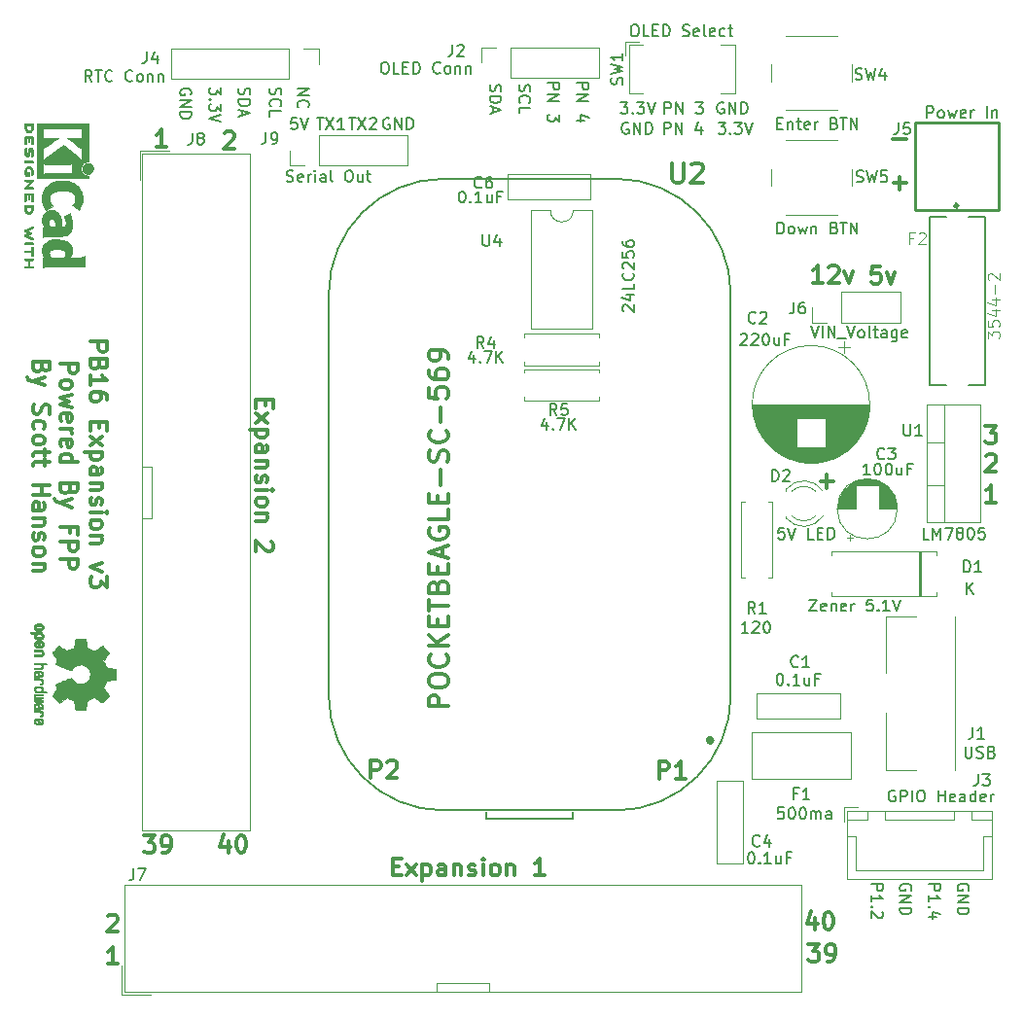
<source format=gbr>
G04 #@! TF.GenerationSoftware,KiCad,Pcbnew,(5.1.5)-3*
G04 #@! TF.CreationDate,2020-05-06T15:59:26-04:00*
G04 #@! TF.ProjectId,PB_16,50425f31-362e-46b6-9963-61645f706362,v3*
G04 #@! TF.SameCoordinates,Original*
G04 #@! TF.FileFunction,Legend,Top*
G04 #@! TF.FilePolarity,Positive*
%FSLAX46Y46*%
G04 Gerber Fmt 4.6, Leading zero omitted, Abs format (unit mm)*
G04 Created by KiCad (PCBNEW (5.1.5)-3) date 2020-05-06 15:59:26*
%MOMM*%
%LPD*%
G04 APERTURE LIST*
%ADD10C,0.150000*%
%ADD11C,0.300000*%
%ADD12C,0.120000*%
%ADD13C,0.010000*%
%ADD14C,0.254000*%
%ADD15C,0.304800*%
%ADD16C,0.127000*%
%ADD17C,0.100000*%
%ADD18C,0.050000*%
G04 APERTURE END LIST*
D10*
X190277904Y-44410380D02*
X190849333Y-44410380D01*
X190563619Y-45410380D02*
X190563619Y-44410380D01*
X191087428Y-44410380D02*
X191754095Y-45410380D01*
X191754095Y-44410380D02*
X191087428Y-45410380D01*
X192658857Y-45410380D02*
X192087428Y-45410380D01*
X192373142Y-45410380D02*
X192373142Y-44410380D01*
X192277904Y-44553238D01*
X192182666Y-44648476D01*
X192087428Y-44696095D01*
X193071904Y-44410380D02*
X193643333Y-44410380D01*
X193357619Y-45410380D02*
X193357619Y-44410380D01*
X193881428Y-44410380D02*
X194548095Y-45410380D01*
X194548095Y-44410380D02*
X193881428Y-45410380D01*
X194881428Y-44505619D02*
X194929047Y-44458000D01*
X195024285Y-44410380D01*
X195262380Y-44410380D01*
X195357619Y-44458000D01*
X195405238Y-44505619D01*
X195452857Y-44600857D01*
X195452857Y-44696095D01*
X195405238Y-44838952D01*
X194833809Y-45410380D01*
X195452857Y-45410380D01*
X188531523Y-44410380D02*
X188055333Y-44410380D01*
X188007714Y-44886571D01*
X188055333Y-44838952D01*
X188150571Y-44791333D01*
X188388666Y-44791333D01*
X188483904Y-44838952D01*
X188531523Y-44886571D01*
X188579142Y-44981809D01*
X188579142Y-45219904D01*
X188531523Y-45315142D01*
X188483904Y-45362761D01*
X188388666Y-45410380D01*
X188150571Y-45410380D01*
X188055333Y-45362761D01*
X188007714Y-45315142D01*
X188864857Y-44410380D02*
X189198190Y-45410380D01*
X189531523Y-44410380D01*
X196596095Y-44458000D02*
X196500857Y-44410380D01*
X196358000Y-44410380D01*
X196215142Y-44458000D01*
X196119904Y-44553238D01*
X196072285Y-44648476D01*
X196024666Y-44838952D01*
X196024666Y-44981809D01*
X196072285Y-45172285D01*
X196119904Y-45267523D01*
X196215142Y-45362761D01*
X196358000Y-45410380D01*
X196453238Y-45410380D01*
X196596095Y-45362761D01*
X196643714Y-45315142D01*
X196643714Y-44981809D01*
X196453238Y-44981809D01*
X197072285Y-45410380D02*
X197072285Y-44410380D01*
X197643714Y-45410380D01*
X197643714Y-44410380D01*
X198119904Y-45410380D02*
X198119904Y-44410380D01*
X198358000Y-44410380D01*
X198500857Y-44458000D01*
X198596095Y-44553238D01*
X198643714Y-44648476D01*
X198691333Y-44838952D01*
X198691333Y-44981809D01*
X198643714Y-45172285D01*
X198596095Y-45267523D01*
X198500857Y-45362761D01*
X198358000Y-45410380D01*
X198119904Y-45410380D01*
D11*
X185777142Y-68958571D02*
X185777142Y-69458571D01*
X184991428Y-69672857D02*
X184991428Y-68958571D01*
X186491428Y-68958571D01*
X186491428Y-69672857D01*
X184991428Y-70172857D02*
X185991428Y-70958571D01*
X185991428Y-70172857D02*
X184991428Y-70958571D01*
X185991428Y-71530000D02*
X184491428Y-71530000D01*
X185920000Y-71530000D02*
X185991428Y-71672857D01*
X185991428Y-71958571D01*
X185920000Y-72101428D01*
X185848571Y-72172857D01*
X185705714Y-72244285D01*
X185277142Y-72244285D01*
X185134285Y-72172857D01*
X185062857Y-72101428D01*
X184991428Y-71958571D01*
X184991428Y-71672857D01*
X185062857Y-71530000D01*
X184991428Y-73530000D02*
X185777142Y-73530000D01*
X185920000Y-73458571D01*
X185991428Y-73315714D01*
X185991428Y-73030000D01*
X185920000Y-72887142D01*
X185062857Y-73530000D02*
X184991428Y-73387142D01*
X184991428Y-73030000D01*
X185062857Y-72887142D01*
X185205714Y-72815714D01*
X185348571Y-72815714D01*
X185491428Y-72887142D01*
X185562857Y-73030000D01*
X185562857Y-73387142D01*
X185634285Y-73530000D01*
X185991428Y-74244285D02*
X184991428Y-74244285D01*
X185848571Y-74244285D02*
X185920000Y-74315714D01*
X185991428Y-74458571D01*
X185991428Y-74672857D01*
X185920000Y-74815714D01*
X185777142Y-74887142D01*
X184991428Y-74887142D01*
X185062857Y-75530000D02*
X184991428Y-75672857D01*
X184991428Y-75958571D01*
X185062857Y-76101428D01*
X185205714Y-76172857D01*
X185277142Y-76172857D01*
X185420000Y-76101428D01*
X185491428Y-75958571D01*
X185491428Y-75744285D01*
X185562857Y-75601428D01*
X185705714Y-75530000D01*
X185777142Y-75530000D01*
X185920000Y-75601428D01*
X185991428Y-75744285D01*
X185991428Y-75958571D01*
X185920000Y-76101428D01*
X184991428Y-76815714D02*
X185991428Y-76815714D01*
X186491428Y-76815714D02*
X186420000Y-76744285D01*
X186348571Y-76815714D01*
X186420000Y-76887142D01*
X186491428Y-76815714D01*
X186348571Y-76815714D01*
X184991428Y-77744285D02*
X185062857Y-77601428D01*
X185134285Y-77530000D01*
X185277142Y-77458571D01*
X185705714Y-77458571D01*
X185848571Y-77530000D01*
X185920000Y-77601428D01*
X185991428Y-77744285D01*
X185991428Y-77958571D01*
X185920000Y-78101428D01*
X185848571Y-78172857D01*
X185705714Y-78244285D01*
X185277142Y-78244285D01*
X185134285Y-78172857D01*
X185062857Y-78101428D01*
X184991428Y-77958571D01*
X184991428Y-77744285D01*
X185991428Y-78887142D02*
X184991428Y-78887142D01*
X185848571Y-78887142D02*
X185920000Y-78958571D01*
X185991428Y-79101428D01*
X185991428Y-79315714D01*
X185920000Y-79458571D01*
X185777142Y-79530000D01*
X184991428Y-79530000D01*
X186348571Y-81315714D02*
X186420000Y-81387142D01*
X186491428Y-81530000D01*
X186491428Y-81887142D01*
X186420000Y-82030000D01*
X186348571Y-82101428D01*
X186205714Y-82172857D01*
X186062857Y-82172857D01*
X185848571Y-82101428D01*
X184991428Y-81244285D01*
X184991428Y-82172857D01*
X196908571Y-109602857D02*
X197408571Y-109602857D01*
X197622857Y-110388571D02*
X196908571Y-110388571D01*
X196908571Y-108888571D01*
X197622857Y-108888571D01*
X198122857Y-110388571D02*
X198908571Y-109388571D01*
X198122857Y-109388571D02*
X198908571Y-110388571D01*
X199480000Y-109388571D02*
X199480000Y-110888571D01*
X199480000Y-109460000D02*
X199622857Y-109388571D01*
X199908571Y-109388571D01*
X200051428Y-109460000D01*
X200122857Y-109531428D01*
X200194285Y-109674285D01*
X200194285Y-110102857D01*
X200122857Y-110245714D01*
X200051428Y-110317142D01*
X199908571Y-110388571D01*
X199622857Y-110388571D01*
X199480000Y-110317142D01*
X201480000Y-110388571D02*
X201480000Y-109602857D01*
X201408571Y-109460000D01*
X201265714Y-109388571D01*
X200980000Y-109388571D01*
X200837142Y-109460000D01*
X201480000Y-110317142D02*
X201337142Y-110388571D01*
X200980000Y-110388571D01*
X200837142Y-110317142D01*
X200765714Y-110174285D01*
X200765714Y-110031428D01*
X200837142Y-109888571D01*
X200980000Y-109817142D01*
X201337142Y-109817142D01*
X201480000Y-109745714D01*
X202194285Y-109388571D02*
X202194285Y-110388571D01*
X202194285Y-109531428D02*
X202265714Y-109460000D01*
X202408571Y-109388571D01*
X202622857Y-109388571D01*
X202765714Y-109460000D01*
X202837142Y-109602857D01*
X202837142Y-110388571D01*
X203480000Y-110317142D02*
X203622857Y-110388571D01*
X203908571Y-110388571D01*
X204051428Y-110317142D01*
X204122857Y-110174285D01*
X204122857Y-110102857D01*
X204051428Y-109960000D01*
X203908571Y-109888571D01*
X203694285Y-109888571D01*
X203551428Y-109817142D01*
X203480000Y-109674285D01*
X203480000Y-109602857D01*
X203551428Y-109460000D01*
X203694285Y-109388571D01*
X203908571Y-109388571D01*
X204051428Y-109460000D01*
X204765714Y-110388571D02*
X204765714Y-109388571D01*
X204765714Y-108888571D02*
X204694285Y-108960000D01*
X204765714Y-109031428D01*
X204837142Y-108960000D01*
X204765714Y-108888571D01*
X204765714Y-109031428D01*
X205694285Y-110388571D02*
X205551428Y-110317142D01*
X205480000Y-110245714D01*
X205408571Y-110102857D01*
X205408571Y-109674285D01*
X205480000Y-109531428D01*
X205551428Y-109460000D01*
X205694285Y-109388571D01*
X205908571Y-109388571D01*
X206051428Y-109460000D01*
X206122857Y-109531428D01*
X206194285Y-109674285D01*
X206194285Y-110102857D01*
X206122857Y-110245714D01*
X206051428Y-110317142D01*
X205908571Y-110388571D01*
X205694285Y-110388571D01*
X206837142Y-109388571D02*
X206837142Y-110388571D01*
X206837142Y-109531428D02*
X206908571Y-109460000D01*
X207051428Y-109388571D01*
X207265714Y-109388571D01*
X207408571Y-109460000D01*
X207480000Y-109602857D01*
X207480000Y-110388571D01*
X210122857Y-110388571D02*
X209265714Y-110388571D01*
X209694285Y-110388571D02*
X209694285Y-108888571D01*
X209551428Y-109102857D01*
X209408571Y-109245714D01*
X209265714Y-109317142D01*
X177158571Y-46948571D02*
X176301428Y-46948571D01*
X176730000Y-46948571D02*
X176730000Y-45448571D01*
X176587142Y-45662857D01*
X176444285Y-45805714D01*
X176301428Y-45877142D01*
X182231428Y-45721428D02*
X182302857Y-45650000D01*
X182445714Y-45578571D01*
X182802857Y-45578571D01*
X182945714Y-45650000D01*
X183017142Y-45721428D01*
X183088571Y-45864285D01*
X183088571Y-46007142D01*
X183017142Y-46221428D01*
X182160000Y-47078571D01*
X183088571Y-47078571D01*
X175225714Y-106918571D02*
X176154285Y-106918571D01*
X175654285Y-107490000D01*
X175868571Y-107490000D01*
X176011428Y-107561428D01*
X176082857Y-107632857D01*
X176154285Y-107775714D01*
X176154285Y-108132857D01*
X176082857Y-108275714D01*
X176011428Y-108347142D01*
X175868571Y-108418571D01*
X175440000Y-108418571D01*
X175297142Y-108347142D01*
X175225714Y-108275714D01*
X176868571Y-108418571D02*
X177154285Y-108418571D01*
X177297142Y-108347142D01*
X177368571Y-108275714D01*
X177511428Y-108061428D01*
X177582857Y-107775714D01*
X177582857Y-107204285D01*
X177511428Y-107061428D01*
X177440000Y-106990000D01*
X177297142Y-106918571D01*
X177011428Y-106918571D01*
X176868571Y-106990000D01*
X176797142Y-107061428D01*
X176725714Y-107204285D01*
X176725714Y-107561428D01*
X176797142Y-107704285D01*
X176868571Y-107775714D01*
X177011428Y-107847142D01*
X177297142Y-107847142D01*
X177440000Y-107775714D01*
X177511428Y-107704285D01*
X177582857Y-107561428D01*
X182551428Y-107378571D02*
X182551428Y-108378571D01*
X182194285Y-106807142D02*
X181837142Y-107878571D01*
X182765714Y-107878571D01*
X183622857Y-106878571D02*
X183765714Y-106878571D01*
X183908571Y-106950000D01*
X183980000Y-107021428D01*
X184051428Y-107164285D01*
X184122857Y-107450000D01*
X184122857Y-107807142D01*
X184051428Y-108092857D01*
X183980000Y-108235714D01*
X183908571Y-108307142D01*
X183765714Y-108378571D01*
X183622857Y-108378571D01*
X183480000Y-108307142D01*
X183408571Y-108235714D01*
X183337142Y-108092857D01*
X183265714Y-107807142D01*
X183265714Y-107450000D01*
X183337142Y-107164285D01*
X183408571Y-107021428D01*
X183480000Y-106950000D01*
X183622857Y-106878571D01*
D12*
X175900000Y-74750000D02*
X175100000Y-74750000D01*
X175900000Y-79250000D02*
X175900000Y-74750000D01*
X175100000Y-79250000D02*
X175900000Y-79250000D01*
D11*
X234124571Y-76053142D02*
X235267428Y-76053142D01*
X234696000Y-76624571D02*
X234696000Y-75481714D01*
X194992857Y-101878571D02*
X194992857Y-100378571D01*
X195564285Y-100378571D01*
X195707142Y-100450000D01*
X195778571Y-100521428D01*
X195850000Y-100664285D01*
X195850000Y-100878571D01*
X195778571Y-101021428D01*
X195707142Y-101092857D01*
X195564285Y-101164285D01*
X194992857Y-101164285D01*
X196421428Y-100521428D02*
X196492857Y-100450000D01*
X196635714Y-100378571D01*
X196992857Y-100378571D01*
X197135714Y-100450000D01*
X197207142Y-100521428D01*
X197278571Y-100664285D01*
X197278571Y-100807142D01*
X197207142Y-101021428D01*
X196350000Y-101878571D01*
X197278571Y-101878571D01*
X220092857Y-101928571D02*
X220092857Y-100428571D01*
X220664285Y-100428571D01*
X220807142Y-100500000D01*
X220878571Y-100571428D01*
X220950000Y-100714285D01*
X220950000Y-100928571D01*
X220878571Y-101071428D01*
X220807142Y-101142857D01*
X220664285Y-101214285D01*
X220092857Y-101214285D01*
X222378571Y-101928571D02*
X221521428Y-101928571D01*
X221950000Y-101928571D02*
X221950000Y-100428571D01*
X221807142Y-100642857D01*
X221664285Y-100785714D01*
X221521428Y-100857142D01*
D10*
X205385038Y-41519667D02*
X205337419Y-41662524D01*
X205337419Y-41900619D01*
X205385038Y-41995857D01*
X205432657Y-42043476D01*
X205527895Y-42091095D01*
X205623133Y-42091095D01*
X205718371Y-42043476D01*
X205765990Y-41995857D01*
X205813609Y-41900619D01*
X205861228Y-41710143D01*
X205908847Y-41614905D01*
X205956466Y-41567286D01*
X206051704Y-41519667D01*
X206146942Y-41519667D01*
X206242180Y-41567286D01*
X206289800Y-41614905D01*
X206337419Y-41710143D01*
X206337419Y-41948238D01*
X206289800Y-42091095D01*
X205337419Y-42519667D02*
X206337419Y-42519667D01*
X206337419Y-42757762D01*
X206289800Y-42900619D01*
X206194561Y-42995857D01*
X206099323Y-43043476D01*
X205908847Y-43091095D01*
X205765990Y-43091095D01*
X205575514Y-43043476D01*
X205480276Y-42995857D01*
X205385038Y-42900619D01*
X205337419Y-42757762D01*
X205337419Y-42519667D01*
X205623133Y-43472048D02*
X205623133Y-43948238D01*
X205337419Y-43376810D02*
X206337419Y-43710143D01*
X205337419Y-44043476D01*
X210397419Y-41382542D02*
X211397419Y-41382542D01*
X211397419Y-41763495D01*
X211349800Y-41858733D01*
X211302180Y-41906352D01*
X211206942Y-41953971D01*
X211064085Y-41953971D01*
X210968847Y-41906352D01*
X210921228Y-41858733D01*
X210873609Y-41763495D01*
X210873609Y-41382542D01*
X210397419Y-42382542D02*
X211397419Y-42382542D01*
X210397419Y-42953971D01*
X211397419Y-42953971D01*
X211397419Y-44096828D02*
X211397419Y-44715876D01*
X211016466Y-44382542D01*
X211016466Y-44525400D01*
X210968847Y-44620638D01*
X210921228Y-44668257D01*
X210825990Y-44715876D01*
X210587895Y-44715876D01*
X210492657Y-44668257D01*
X210445038Y-44620638D01*
X210397419Y-44525400D01*
X210397419Y-44239685D01*
X210445038Y-44144447D01*
X210492657Y-44096828D01*
X207915038Y-41519666D02*
X207867419Y-41662523D01*
X207867419Y-41900619D01*
X207915038Y-41995857D01*
X207962657Y-42043476D01*
X208057895Y-42091095D01*
X208153133Y-42091095D01*
X208248371Y-42043476D01*
X208295990Y-41995857D01*
X208343609Y-41900619D01*
X208391228Y-41710143D01*
X208438847Y-41614904D01*
X208486466Y-41567285D01*
X208581704Y-41519666D01*
X208676942Y-41519666D01*
X208772180Y-41567285D01*
X208819800Y-41614904D01*
X208867419Y-41710143D01*
X208867419Y-41948238D01*
X208819800Y-42091095D01*
X207962657Y-43091095D02*
X207915038Y-43043476D01*
X207867419Y-42900619D01*
X207867419Y-42805381D01*
X207915038Y-42662523D01*
X208010276Y-42567285D01*
X208105514Y-42519666D01*
X208295990Y-42472047D01*
X208438847Y-42472047D01*
X208629323Y-42519666D01*
X208724561Y-42567285D01*
X208819800Y-42662523D01*
X208867419Y-42805381D01*
X208867419Y-42900619D01*
X208819800Y-43043476D01*
X208772180Y-43091095D01*
X207867419Y-43995857D02*
X207867419Y-43519666D01*
X208867419Y-43519666D01*
X212937419Y-41382542D02*
X213937419Y-41382542D01*
X213937419Y-41763495D01*
X213889800Y-41858733D01*
X213842180Y-41906352D01*
X213746942Y-41953971D01*
X213604085Y-41953971D01*
X213508847Y-41906352D01*
X213461228Y-41858733D01*
X213413609Y-41763495D01*
X213413609Y-41382542D01*
X212937419Y-42382542D02*
X213937419Y-42382542D01*
X212937419Y-42953971D01*
X213937419Y-42953971D01*
X213604085Y-44620638D02*
X212937419Y-44620638D01*
X213985038Y-44382542D02*
X213270752Y-44144447D01*
X213270752Y-44763495D01*
X225688095Y-43100000D02*
X225592857Y-43052380D01*
X225450000Y-43052380D01*
X225307142Y-43100000D01*
X225211904Y-43195238D01*
X225164285Y-43290476D01*
X225116666Y-43480952D01*
X225116666Y-43623809D01*
X225164285Y-43814285D01*
X225211904Y-43909523D01*
X225307142Y-44004761D01*
X225450000Y-44052380D01*
X225545238Y-44052380D01*
X225688095Y-44004761D01*
X225735714Y-43957142D01*
X225735714Y-43623809D01*
X225545238Y-43623809D01*
X226164285Y-44052380D02*
X226164285Y-43052380D01*
X226735714Y-44052380D01*
X226735714Y-43052380D01*
X227211904Y-44052380D02*
X227211904Y-43052380D01*
X227450000Y-43052380D01*
X227592857Y-43100000D01*
X227688095Y-43195238D01*
X227735714Y-43290476D01*
X227783333Y-43480952D01*
X227783333Y-43623809D01*
X227735714Y-43814285D01*
X227688095Y-43909523D01*
X227592857Y-44004761D01*
X227450000Y-44052380D01*
X227211904Y-44052380D01*
X220507142Y-45802380D02*
X220507142Y-44802380D01*
X220888095Y-44802380D01*
X220983333Y-44850000D01*
X221030952Y-44897619D01*
X221078571Y-44992857D01*
X221078571Y-45135714D01*
X221030952Y-45230952D01*
X220983333Y-45278571D01*
X220888095Y-45326190D01*
X220507142Y-45326190D01*
X221507142Y-45802380D02*
X221507142Y-44802380D01*
X222078571Y-45802380D01*
X222078571Y-44802380D01*
X223745238Y-45135714D02*
X223745238Y-45802380D01*
X223507142Y-44754761D02*
X223269047Y-45469047D01*
X223888095Y-45469047D01*
X216723809Y-43052380D02*
X217342857Y-43052380D01*
X217009523Y-43433333D01*
X217152380Y-43433333D01*
X217247619Y-43480952D01*
X217295238Y-43528571D01*
X217342857Y-43623809D01*
X217342857Y-43861904D01*
X217295238Y-43957142D01*
X217247619Y-44004761D01*
X217152380Y-44052380D01*
X216866666Y-44052380D01*
X216771428Y-44004761D01*
X216723809Y-43957142D01*
X217771428Y-43957142D02*
X217819047Y-44004761D01*
X217771428Y-44052380D01*
X217723809Y-44004761D01*
X217771428Y-43957142D01*
X217771428Y-44052380D01*
X218152380Y-43052380D02*
X218771428Y-43052380D01*
X218438095Y-43433333D01*
X218580952Y-43433333D01*
X218676190Y-43480952D01*
X218723809Y-43528571D01*
X218771428Y-43623809D01*
X218771428Y-43861904D01*
X218723809Y-43957142D01*
X218676190Y-44004761D01*
X218580952Y-44052380D01*
X218295238Y-44052380D01*
X218200000Y-44004761D01*
X218152380Y-43957142D01*
X219057142Y-43052380D02*
X219390476Y-44052380D01*
X219723809Y-43052380D01*
X220557142Y-44052380D02*
X220557142Y-43052380D01*
X220938095Y-43052380D01*
X221033333Y-43100000D01*
X221080952Y-43147619D01*
X221128571Y-43242857D01*
X221128571Y-43385714D01*
X221080952Y-43480952D01*
X221033333Y-43528571D01*
X220938095Y-43576190D01*
X220557142Y-43576190D01*
X221557142Y-44052380D02*
X221557142Y-43052380D01*
X222128571Y-44052380D01*
X222128571Y-43052380D01*
X223271428Y-43052380D02*
X223890476Y-43052380D01*
X223557142Y-43433333D01*
X223700000Y-43433333D01*
X223795238Y-43480952D01*
X223842857Y-43528571D01*
X223890476Y-43623809D01*
X223890476Y-43861904D01*
X223842857Y-43957142D01*
X223795238Y-44004761D01*
X223700000Y-44052380D01*
X223414285Y-44052380D01*
X223319047Y-44004761D01*
X223271428Y-43957142D01*
X225223809Y-44802380D02*
X225842857Y-44802380D01*
X225509523Y-45183333D01*
X225652380Y-45183333D01*
X225747619Y-45230952D01*
X225795238Y-45278571D01*
X225842857Y-45373809D01*
X225842857Y-45611904D01*
X225795238Y-45707142D01*
X225747619Y-45754761D01*
X225652380Y-45802380D01*
X225366666Y-45802380D01*
X225271428Y-45754761D01*
X225223809Y-45707142D01*
X226271428Y-45707142D02*
X226319047Y-45754761D01*
X226271428Y-45802380D01*
X226223809Y-45754761D01*
X226271428Y-45707142D01*
X226271428Y-45802380D01*
X226652380Y-44802380D02*
X227271428Y-44802380D01*
X226938095Y-45183333D01*
X227080952Y-45183333D01*
X227176190Y-45230952D01*
X227223809Y-45278571D01*
X227271428Y-45373809D01*
X227271428Y-45611904D01*
X227223809Y-45707142D01*
X227176190Y-45754761D01*
X227080952Y-45802380D01*
X226795238Y-45802380D01*
X226700000Y-45754761D01*
X226652380Y-45707142D01*
X227557142Y-44802380D02*
X227890476Y-45802380D01*
X228223809Y-44802380D01*
X217388095Y-44850000D02*
X217292857Y-44802380D01*
X217150000Y-44802380D01*
X217007142Y-44850000D01*
X216911904Y-44945238D01*
X216864285Y-45040476D01*
X216816666Y-45230952D01*
X216816666Y-45373809D01*
X216864285Y-45564285D01*
X216911904Y-45659523D01*
X217007142Y-45754761D01*
X217150000Y-45802380D01*
X217245238Y-45802380D01*
X217388095Y-45754761D01*
X217435714Y-45707142D01*
X217435714Y-45373809D01*
X217245238Y-45373809D01*
X217864285Y-45802380D02*
X217864285Y-44802380D01*
X218435714Y-45802380D01*
X218435714Y-44802380D01*
X218911904Y-45802380D02*
X218911904Y-44802380D01*
X219150000Y-44802380D01*
X219292857Y-44850000D01*
X219388095Y-44945238D01*
X219435714Y-45040476D01*
X219483333Y-45230952D01*
X219483333Y-45373809D01*
X219435714Y-45564285D01*
X219388095Y-45659523D01*
X219292857Y-45754761D01*
X219150000Y-45802380D01*
X218911904Y-45802380D01*
X188594019Y-41866885D02*
X189594019Y-41866885D01*
X188594019Y-42438314D01*
X189594019Y-42438314D01*
X188689257Y-43485933D02*
X188641638Y-43438314D01*
X188594019Y-43295457D01*
X188594019Y-43200219D01*
X188641638Y-43057361D01*
X188736876Y-42962123D01*
X188832114Y-42914504D01*
X189022590Y-42866885D01*
X189165447Y-42866885D01*
X189355923Y-42914504D01*
X189451161Y-42962123D01*
X189546400Y-43057361D01*
X189594019Y-43200219D01*
X189594019Y-43295457D01*
X189546400Y-43438314D01*
X189498780Y-43485933D01*
X179306400Y-42390695D02*
X179354019Y-42295457D01*
X179354019Y-42152600D01*
X179306400Y-42009742D01*
X179211161Y-41914504D01*
X179115923Y-41866885D01*
X178925447Y-41819266D01*
X178782590Y-41819266D01*
X178592114Y-41866885D01*
X178496876Y-41914504D01*
X178401638Y-42009742D01*
X178354019Y-42152600D01*
X178354019Y-42247838D01*
X178401638Y-42390695D01*
X178449257Y-42438314D01*
X178782590Y-42438314D01*
X178782590Y-42247838D01*
X178354019Y-42866885D02*
X179354019Y-42866885D01*
X178354019Y-43438314D01*
X179354019Y-43438314D01*
X178354019Y-43914504D02*
X179354019Y-43914504D01*
X179354019Y-44152600D01*
X179306400Y-44295457D01*
X179211161Y-44390695D01*
X179115923Y-44438314D01*
X178925447Y-44485933D01*
X178782590Y-44485933D01*
X178592114Y-44438314D01*
X178496876Y-44390695D01*
X178401638Y-44295457D01*
X178354019Y-44152600D01*
X178354019Y-43914504D01*
X183521638Y-41819267D02*
X183474019Y-41962124D01*
X183474019Y-42200219D01*
X183521638Y-42295457D01*
X183569257Y-42343076D01*
X183664495Y-42390695D01*
X183759733Y-42390695D01*
X183854971Y-42343076D01*
X183902590Y-42295457D01*
X183950209Y-42200219D01*
X183997828Y-42009743D01*
X184045447Y-41914505D01*
X184093066Y-41866886D01*
X184188304Y-41819267D01*
X184283542Y-41819267D01*
X184378780Y-41866886D01*
X184426400Y-41914505D01*
X184474019Y-42009743D01*
X184474019Y-42247838D01*
X184426400Y-42390695D01*
X183474019Y-42819267D02*
X184474019Y-42819267D01*
X184474019Y-43057362D01*
X184426400Y-43200219D01*
X184331161Y-43295457D01*
X184235923Y-43343076D01*
X184045447Y-43390695D01*
X183902590Y-43390695D01*
X183712114Y-43343076D01*
X183616876Y-43295457D01*
X183521638Y-43200219D01*
X183474019Y-43057362D01*
X183474019Y-42819267D01*
X183759733Y-43771648D02*
X183759733Y-44247838D01*
X183474019Y-43676410D02*
X184474019Y-44009743D01*
X183474019Y-44343076D01*
X186231638Y-41819266D02*
X186184019Y-41962123D01*
X186184019Y-42200219D01*
X186231638Y-42295457D01*
X186279257Y-42343076D01*
X186374495Y-42390695D01*
X186469733Y-42390695D01*
X186564971Y-42343076D01*
X186612590Y-42295457D01*
X186660209Y-42200219D01*
X186707828Y-42009743D01*
X186755447Y-41914504D01*
X186803066Y-41866885D01*
X186898304Y-41819266D01*
X186993542Y-41819266D01*
X187088780Y-41866885D01*
X187136400Y-41914504D01*
X187184019Y-42009743D01*
X187184019Y-42247838D01*
X187136400Y-42390695D01*
X186279257Y-43390695D02*
X186231638Y-43343076D01*
X186184019Y-43200219D01*
X186184019Y-43104981D01*
X186231638Y-42962123D01*
X186326876Y-42866885D01*
X186422114Y-42819266D01*
X186612590Y-42771647D01*
X186755447Y-42771647D01*
X186945923Y-42819266D01*
X187041161Y-42866885D01*
X187136400Y-42962123D01*
X187184019Y-43104981D01*
X187184019Y-43200219D01*
X187136400Y-43343076D01*
X187088780Y-43390695D01*
X186184019Y-44295457D02*
X186184019Y-43819266D01*
X187184019Y-43819266D01*
X181934019Y-41771647D02*
X181934019Y-42390695D01*
X181553066Y-42057361D01*
X181553066Y-42200218D01*
X181505447Y-42295457D01*
X181457828Y-42343076D01*
X181362590Y-42390695D01*
X181124495Y-42390695D01*
X181029257Y-42343076D01*
X180981638Y-42295457D01*
X180934019Y-42200218D01*
X180934019Y-41914504D01*
X180981638Y-41819266D01*
X181029257Y-41771647D01*
X181029257Y-42819266D02*
X180981638Y-42866885D01*
X180934019Y-42819266D01*
X180981638Y-42771647D01*
X181029257Y-42819266D01*
X180934019Y-42819266D01*
X181934019Y-43200218D02*
X181934019Y-43819266D01*
X181553066Y-43485933D01*
X181553066Y-43628790D01*
X181505447Y-43724028D01*
X181457828Y-43771647D01*
X181362590Y-43819266D01*
X181124495Y-43819266D01*
X181029257Y-43771647D01*
X180981638Y-43724028D01*
X180934019Y-43628790D01*
X180934019Y-43343076D01*
X180981638Y-43247838D01*
X181029257Y-43200218D01*
X181934019Y-44104980D02*
X180934019Y-44438314D01*
X181934019Y-44771647D01*
D11*
X167971428Y-65807142D02*
X169471428Y-65807142D01*
X169471428Y-66378571D01*
X169400000Y-66521428D01*
X169328571Y-66592857D01*
X169185714Y-66664285D01*
X168971428Y-66664285D01*
X168828571Y-66592857D01*
X168757142Y-66521428D01*
X168685714Y-66378571D01*
X168685714Y-65807142D01*
X167971428Y-67521428D02*
X168042857Y-67378571D01*
X168114285Y-67307142D01*
X168257142Y-67235714D01*
X168685714Y-67235714D01*
X168828571Y-67307142D01*
X168900000Y-67378571D01*
X168971428Y-67521428D01*
X168971428Y-67735714D01*
X168900000Y-67878571D01*
X168828571Y-67950000D01*
X168685714Y-68021428D01*
X168257142Y-68021428D01*
X168114285Y-67950000D01*
X168042857Y-67878571D01*
X167971428Y-67735714D01*
X167971428Y-67521428D01*
X168971428Y-68521428D02*
X167971428Y-68807142D01*
X168685714Y-69092857D01*
X167971428Y-69378571D01*
X168971428Y-69664285D01*
X168042857Y-70807142D02*
X167971428Y-70664285D01*
X167971428Y-70378571D01*
X168042857Y-70235714D01*
X168185714Y-70164285D01*
X168757142Y-70164285D01*
X168900000Y-70235714D01*
X168971428Y-70378571D01*
X168971428Y-70664285D01*
X168900000Y-70807142D01*
X168757142Y-70878571D01*
X168614285Y-70878571D01*
X168471428Y-70164285D01*
X167971428Y-71521428D02*
X168971428Y-71521428D01*
X168685714Y-71521428D02*
X168828571Y-71592857D01*
X168900000Y-71664285D01*
X168971428Y-71807142D01*
X168971428Y-71950000D01*
X168042857Y-73021428D02*
X167971428Y-72878571D01*
X167971428Y-72592857D01*
X168042857Y-72450000D01*
X168185714Y-72378571D01*
X168757142Y-72378571D01*
X168900000Y-72450000D01*
X168971428Y-72592857D01*
X168971428Y-72878571D01*
X168900000Y-73021428D01*
X168757142Y-73092857D01*
X168614285Y-73092857D01*
X168471428Y-72378571D01*
X167971428Y-74378571D02*
X169471428Y-74378571D01*
X168042857Y-74378571D02*
X167971428Y-74235714D01*
X167971428Y-73950000D01*
X168042857Y-73807142D01*
X168114285Y-73735714D01*
X168257142Y-73664285D01*
X168685714Y-73664285D01*
X168828571Y-73735714D01*
X168900000Y-73807142D01*
X168971428Y-73950000D01*
X168971428Y-74235714D01*
X168900000Y-74378571D01*
X168757142Y-76735714D02*
X168685714Y-76950000D01*
X168614285Y-77021428D01*
X168471428Y-77092857D01*
X168257142Y-77092857D01*
X168114285Y-77021428D01*
X168042857Y-76950000D01*
X167971428Y-76807142D01*
X167971428Y-76235714D01*
X169471428Y-76235714D01*
X169471428Y-76735714D01*
X169400000Y-76878571D01*
X169328571Y-76950000D01*
X169185714Y-77021428D01*
X169042857Y-77021428D01*
X168900000Y-76950000D01*
X168828571Y-76878571D01*
X168757142Y-76735714D01*
X168757142Y-76235714D01*
X168971428Y-77592857D02*
X167971428Y-77950000D01*
X168971428Y-78307142D02*
X167971428Y-77950000D01*
X167614285Y-77807142D01*
X167542857Y-77735714D01*
X167471428Y-77592857D01*
X168757142Y-80521428D02*
X168757142Y-80021428D01*
X167971428Y-80021428D02*
X169471428Y-80021428D01*
X169471428Y-80735714D01*
X167971428Y-81307142D02*
X169471428Y-81307142D01*
X169471428Y-81878571D01*
X169400000Y-82021428D01*
X169328571Y-82092857D01*
X169185714Y-82164285D01*
X168971428Y-82164285D01*
X168828571Y-82092857D01*
X168757142Y-82021428D01*
X168685714Y-81878571D01*
X168685714Y-81307142D01*
X167971428Y-82807142D02*
X169471428Y-82807142D01*
X169471428Y-83378571D01*
X169400000Y-83521428D01*
X169328571Y-83592857D01*
X169185714Y-83664285D01*
X168971428Y-83664285D01*
X168828571Y-83592857D01*
X168757142Y-83521428D01*
X168685714Y-83378571D01*
X168685714Y-82807142D01*
X166332142Y-66142857D02*
X166260714Y-66357142D01*
X166189285Y-66428571D01*
X166046428Y-66500000D01*
X165832142Y-66500000D01*
X165689285Y-66428571D01*
X165617857Y-66357142D01*
X165546428Y-66214285D01*
X165546428Y-65642857D01*
X167046428Y-65642857D01*
X167046428Y-66142857D01*
X166975000Y-66285714D01*
X166903571Y-66357142D01*
X166760714Y-66428571D01*
X166617857Y-66428571D01*
X166475000Y-66357142D01*
X166403571Y-66285714D01*
X166332142Y-66142857D01*
X166332142Y-65642857D01*
X166546428Y-67000000D02*
X165546428Y-67357142D01*
X166546428Y-67714285D02*
X165546428Y-67357142D01*
X165189285Y-67214285D01*
X165117857Y-67142857D01*
X165046428Y-67000000D01*
X165617857Y-69357142D02*
X165546428Y-69571428D01*
X165546428Y-69928571D01*
X165617857Y-70071428D01*
X165689285Y-70142857D01*
X165832142Y-70214285D01*
X165975000Y-70214285D01*
X166117857Y-70142857D01*
X166189285Y-70071428D01*
X166260714Y-69928571D01*
X166332142Y-69642857D01*
X166403571Y-69500000D01*
X166475000Y-69428571D01*
X166617857Y-69357142D01*
X166760714Y-69357142D01*
X166903571Y-69428571D01*
X166975000Y-69500000D01*
X167046428Y-69642857D01*
X167046428Y-70000000D01*
X166975000Y-70214285D01*
X165617857Y-71500000D02*
X165546428Y-71357142D01*
X165546428Y-71071428D01*
X165617857Y-70928571D01*
X165689285Y-70857142D01*
X165832142Y-70785714D01*
X166260714Y-70785714D01*
X166403571Y-70857142D01*
X166475000Y-70928571D01*
X166546428Y-71071428D01*
X166546428Y-71357142D01*
X166475000Y-71500000D01*
X165546428Y-72357142D02*
X165617857Y-72214285D01*
X165689285Y-72142857D01*
X165832142Y-72071428D01*
X166260714Y-72071428D01*
X166403571Y-72142857D01*
X166475000Y-72214285D01*
X166546428Y-72357142D01*
X166546428Y-72571428D01*
X166475000Y-72714285D01*
X166403571Y-72785714D01*
X166260714Y-72857142D01*
X165832142Y-72857142D01*
X165689285Y-72785714D01*
X165617857Y-72714285D01*
X165546428Y-72571428D01*
X165546428Y-72357142D01*
X166546428Y-73285714D02*
X166546428Y-73857142D01*
X167046428Y-73500000D02*
X165760714Y-73500000D01*
X165617857Y-73571428D01*
X165546428Y-73714285D01*
X165546428Y-73857142D01*
X166546428Y-74142857D02*
X166546428Y-74714285D01*
X167046428Y-74357142D02*
X165760714Y-74357142D01*
X165617857Y-74428571D01*
X165546428Y-74571428D01*
X165546428Y-74714285D01*
X165546428Y-76357142D02*
X167046428Y-76357142D01*
X166332142Y-76357142D02*
X166332142Y-77214285D01*
X165546428Y-77214285D02*
X167046428Y-77214285D01*
X165546428Y-78571428D02*
X166332142Y-78571428D01*
X166475000Y-78500000D01*
X166546428Y-78357142D01*
X166546428Y-78071428D01*
X166475000Y-77928571D01*
X165617857Y-78571428D02*
X165546428Y-78428571D01*
X165546428Y-78071428D01*
X165617857Y-77928571D01*
X165760714Y-77857142D01*
X165903571Y-77857142D01*
X166046428Y-77928571D01*
X166117857Y-78071428D01*
X166117857Y-78428571D01*
X166189285Y-78571428D01*
X166546428Y-79285714D02*
X165546428Y-79285714D01*
X166403571Y-79285714D02*
X166475000Y-79357142D01*
X166546428Y-79500000D01*
X166546428Y-79714285D01*
X166475000Y-79857142D01*
X166332142Y-79928571D01*
X165546428Y-79928571D01*
X165617857Y-80571428D02*
X165546428Y-80714285D01*
X165546428Y-81000000D01*
X165617857Y-81142857D01*
X165760714Y-81214285D01*
X165832142Y-81214285D01*
X165975000Y-81142857D01*
X166046428Y-81000000D01*
X166046428Y-80785714D01*
X166117857Y-80642857D01*
X166260714Y-80571428D01*
X166332142Y-80571428D01*
X166475000Y-80642857D01*
X166546428Y-80785714D01*
X166546428Y-81000000D01*
X166475000Y-81142857D01*
X165546428Y-82071428D02*
X165617857Y-81928571D01*
X165689285Y-81857142D01*
X165832142Y-81785714D01*
X166260714Y-81785714D01*
X166403571Y-81857142D01*
X166475000Y-81928571D01*
X166546428Y-82071428D01*
X166546428Y-82285714D01*
X166475000Y-82428571D01*
X166403571Y-82500000D01*
X166260714Y-82571428D01*
X165832142Y-82571428D01*
X165689285Y-82500000D01*
X165617857Y-82428571D01*
X165546428Y-82285714D01*
X165546428Y-82071428D01*
X166546428Y-83214285D02*
X165546428Y-83214285D01*
X166403571Y-83214285D02*
X166475000Y-83285714D01*
X166546428Y-83428571D01*
X166546428Y-83642857D01*
X166475000Y-83785714D01*
X166332142Y-83857142D01*
X165546428Y-83857142D01*
X170546428Y-63907142D02*
X172046428Y-63907142D01*
X172046428Y-64478571D01*
X171975000Y-64621428D01*
X171903571Y-64692857D01*
X171760714Y-64764285D01*
X171546428Y-64764285D01*
X171403571Y-64692857D01*
X171332142Y-64621428D01*
X171260714Y-64478571D01*
X171260714Y-63907142D01*
X171332142Y-65907142D02*
X171260714Y-66121428D01*
X171189285Y-66192857D01*
X171046428Y-66264285D01*
X170832142Y-66264285D01*
X170689285Y-66192857D01*
X170617857Y-66121428D01*
X170546428Y-65978571D01*
X170546428Y-65407142D01*
X172046428Y-65407142D01*
X172046428Y-65907142D01*
X171975000Y-66050000D01*
X171903571Y-66121428D01*
X171760714Y-66192857D01*
X171617857Y-66192857D01*
X171475000Y-66121428D01*
X171403571Y-66050000D01*
X171332142Y-65907142D01*
X171332142Y-65407142D01*
X170546428Y-67692857D02*
X170546428Y-66835714D01*
X170546428Y-67264285D02*
X172046428Y-67264285D01*
X171832142Y-67121428D01*
X171689285Y-66978571D01*
X171617857Y-66835714D01*
X172046428Y-68978571D02*
X172046428Y-68692857D01*
X171975000Y-68550000D01*
X171903571Y-68478571D01*
X171689285Y-68335714D01*
X171403571Y-68264285D01*
X170832142Y-68264285D01*
X170689285Y-68335714D01*
X170617857Y-68407142D01*
X170546428Y-68550000D01*
X170546428Y-68835714D01*
X170617857Y-68978571D01*
X170689285Y-69050000D01*
X170832142Y-69121428D01*
X171189285Y-69121428D01*
X171332142Y-69050000D01*
X171403571Y-68978571D01*
X171475000Y-68835714D01*
X171475000Y-68550000D01*
X171403571Y-68407142D01*
X171332142Y-68335714D01*
X171189285Y-68264285D01*
X171332142Y-70907142D02*
X171332142Y-71407142D01*
X170546428Y-71621428D02*
X170546428Y-70907142D01*
X172046428Y-70907142D01*
X172046428Y-71621428D01*
X170546428Y-72121428D02*
X171546428Y-72907142D01*
X171546428Y-72121428D02*
X170546428Y-72907142D01*
X171546428Y-73478571D02*
X170046428Y-73478571D01*
X171475000Y-73478571D02*
X171546428Y-73621428D01*
X171546428Y-73907142D01*
X171475000Y-74050000D01*
X171403571Y-74121428D01*
X171260714Y-74192857D01*
X170832142Y-74192857D01*
X170689285Y-74121428D01*
X170617857Y-74050000D01*
X170546428Y-73907142D01*
X170546428Y-73621428D01*
X170617857Y-73478571D01*
X170546428Y-75478571D02*
X171332142Y-75478571D01*
X171475000Y-75407142D01*
X171546428Y-75264285D01*
X171546428Y-74978571D01*
X171475000Y-74835714D01*
X170617857Y-75478571D02*
X170546428Y-75335714D01*
X170546428Y-74978571D01*
X170617857Y-74835714D01*
X170760714Y-74764285D01*
X170903571Y-74764285D01*
X171046428Y-74835714D01*
X171117857Y-74978571D01*
X171117857Y-75335714D01*
X171189285Y-75478571D01*
X171546428Y-76192857D02*
X170546428Y-76192857D01*
X171403571Y-76192857D02*
X171475000Y-76264285D01*
X171546428Y-76407142D01*
X171546428Y-76621428D01*
X171475000Y-76764285D01*
X171332142Y-76835714D01*
X170546428Y-76835714D01*
X170617857Y-77478571D02*
X170546428Y-77621428D01*
X170546428Y-77907142D01*
X170617857Y-78050000D01*
X170760714Y-78121428D01*
X170832142Y-78121428D01*
X170975000Y-78050000D01*
X171046428Y-77907142D01*
X171046428Y-77692857D01*
X171117857Y-77550000D01*
X171260714Y-77478571D01*
X171332142Y-77478571D01*
X171475000Y-77550000D01*
X171546428Y-77692857D01*
X171546428Y-77907142D01*
X171475000Y-78050000D01*
X170546428Y-78764285D02*
X171546428Y-78764285D01*
X172046428Y-78764285D02*
X171975000Y-78692857D01*
X171903571Y-78764285D01*
X171975000Y-78835714D01*
X172046428Y-78764285D01*
X171903571Y-78764285D01*
X170546428Y-79692857D02*
X170617857Y-79550000D01*
X170689285Y-79478571D01*
X170832142Y-79407142D01*
X171260714Y-79407142D01*
X171403571Y-79478571D01*
X171475000Y-79550000D01*
X171546428Y-79692857D01*
X171546428Y-79907142D01*
X171475000Y-80050000D01*
X171403571Y-80121428D01*
X171260714Y-80192857D01*
X170832142Y-80192857D01*
X170689285Y-80121428D01*
X170617857Y-80050000D01*
X170546428Y-79907142D01*
X170546428Y-79692857D01*
X171546428Y-80835714D02*
X170546428Y-80835714D01*
X171403571Y-80835714D02*
X171475000Y-80907142D01*
X171546428Y-81050000D01*
X171546428Y-81264285D01*
X171475000Y-81407142D01*
X171332142Y-81478571D01*
X170546428Y-81478571D01*
X171546428Y-83192857D02*
X170546428Y-83550000D01*
X171546428Y-83907142D01*
X172046428Y-84335714D02*
X172046428Y-85264285D01*
X171475000Y-84764285D01*
X171475000Y-84978571D01*
X171403571Y-85121428D01*
X171332142Y-85192857D01*
X171189285Y-85264285D01*
X170832142Y-85264285D01*
X170689285Y-85192857D01*
X170617857Y-85121428D01*
X170546428Y-84978571D01*
X170546428Y-84550000D01*
X170617857Y-84407142D01*
X170689285Y-84335714D01*
D12*
X200750000Y-119750000D02*
X200750000Y-120500000D01*
X205300000Y-119750000D02*
X200750000Y-119750000D01*
X205300000Y-120500000D02*
X205300000Y-119750000D01*
D10*
X242000000Y-111671428D02*
X242047619Y-111576190D01*
X242047619Y-111433333D01*
X242000000Y-111290475D01*
X241904761Y-111195237D01*
X241809523Y-111147618D01*
X241619047Y-111099999D01*
X241476190Y-111099999D01*
X241285714Y-111147618D01*
X241190476Y-111195237D01*
X241095238Y-111290475D01*
X241047619Y-111433333D01*
X241047619Y-111528571D01*
X241095238Y-111671428D01*
X241142857Y-111719047D01*
X241476190Y-111719047D01*
X241476190Y-111528571D01*
X241047619Y-112147618D02*
X242047619Y-112147618D01*
X241047619Y-112719047D01*
X242047619Y-112719047D01*
X241047619Y-113195237D02*
X242047619Y-113195237D01*
X242047619Y-113433333D01*
X242000000Y-113576190D01*
X241904761Y-113671428D01*
X241809523Y-113719047D01*
X241619047Y-113766666D01*
X241476190Y-113766666D01*
X241285714Y-113719047D01*
X241190476Y-113671428D01*
X241095238Y-113576190D01*
X241047619Y-113433333D01*
X241047619Y-113195237D01*
X247000000Y-111671428D02*
X247047619Y-111576190D01*
X247047619Y-111433333D01*
X247000000Y-111290475D01*
X246904761Y-111195237D01*
X246809523Y-111147618D01*
X246619047Y-111099999D01*
X246476190Y-111099999D01*
X246285714Y-111147618D01*
X246190476Y-111195237D01*
X246095238Y-111290475D01*
X246047619Y-111433333D01*
X246047619Y-111528571D01*
X246095238Y-111671428D01*
X246142857Y-111719047D01*
X246476190Y-111719047D01*
X246476190Y-111528571D01*
X246047619Y-112147618D02*
X247047619Y-112147618D01*
X246047619Y-112719047D01*
X247047619Y-112719047D01*
X246047619Y-113195237D02*
X247047619Y-113195237D01*
X247047619Y-113433333D01*
X247000000Y-113576190D01*
X246904761Y-113671428D01*
X246809523Y-113719047D01*
X246619047Y-113766666D01*
X246476190Y-113766666D01*
X246285714Y-113719047D01*
X246190476Y-113671428D01*
X246095238Y-113576190D01*
X246047619Y-113433333D01*
X246047619Y-113195237D01*
X243547619Y-111147619D02*
X244547619Y-111147619D01*
X244547619Y-111528571D01*
X244500000Y-111623809D01*
X244452380Y-111671428D01*
X244357142Y-111719047D01*
X244214285Y-111719047D01*
X244119047Y-111671428D01*
X244071428Y-111623809D01*
X244023809Y-111528571D01*
X244023809Y-111147619D01*
X243547619Y-112671428D02*
X243547619Y-112100000D01*
X243547619Y-112385714D02*
X244547619Y-112385714D01*
X244404761Y-112290476D01*
X244309523Y-112195238D01*
X244261904Y-112100000D01*
X243642857Y-113100000D02*
X243595238Y-113147619D01*
X243547619Y-113100000D01*
X243595238Y-113052380D01*
X243642857Y-113100000D01*
X243547619Y-113100000D01*
X244214285Y-114004761D02*
X243547619Y-114004761D01*
X244595238Y-113766666D02*
X243880952Y-113528571D01*
X243880952Y-114147619D01*
X238547619Y-111147619D02*
X239547619Y-111147619D01*
X239547619Y-111528571D01*
X239500000Y-111623809D01*
X239452380Y-111671428D01*
X239357142Y-111719047D01*
X239214285Y-111719047D01*
X239119047Y-111671428D01*
X239071428Y-111623809D01*
X239023809Y-111528571D01*
X239023809Y-111147619D01*
X238547619Y-112671428D02*
X238547619Y-112100000D01*
X238547619Y-112385714D02*
X239547619Y-112385714D01*
X239404761Y-112290476D01*
X239309523Y-112195238D01*
X239261904Y-112100000D01*
X238642857Y-113100000D02*
X238595238Y-113147619D01*
X238547619Y-113100000D01*
X238595238Y-113052380D01*
X238642857Y-113100000D01*
X238547619Y-113100000D01*
X239452380Y-113528571D02*
X239500000Y-113576190D01*
X239547619Y-113671428D01*
X239547619Y-113909523D01*
X239500000Y-114004761D01*
X239452380Y-114052380D01*
X239357142Y-114100000D01*
X239261904Y-114100000D01*
X239119047Y-114052380D01*
X238547619Y-113480952D01*
X238547619Y-114100000D01*
D11*
X233085714Y-116378571D02*
X234014285Y-116378571D01*
X233514285Y-116950000D01*
X233728571Y-116950000D01*
X233871428Y-117021428D01*
X233942857Y-117092857D01*
X234014285Y-117235714D01*
X234014285Y-117592857D01*
X233942857Y-117735714D01*
X233871428Y-117807142D01*
X233728571Y-117878571D01*
X233300000Y-117878571D01*
X233157142Y-117807142D01*
X233085714Y-117735714D01*
X234728571Y-117878571D02*
X235014285Y-117878571D01*
X235157142Y-117807142D01*
X235228571Y-117735714D01*
X235371428Y-117521428D01*
X235442857Y-117235714D01*
X235442857Y-116664285D01*
X235371428Y-116521428D01*
X235300000Y-116450000D01*
X235157142Y-116378571D01*
X234871428Y-116378571D01*
X234728571Y-116450000D01*
X234657142Y-116521428D01*
X234585714Y-116664285D01*
X234585714Y-117021428D01*
X234657142Y-117164285D01*
X234728571Y-117235714D01*
X234871428Y-117307142D01*
X235157142Y-117307142D01*
X235300000Y-117235714D01*
X235371428Y-117164285D01*
X235442857Y-117021428D01*
X233671428Y-114078571D02*
X233671428Y-115078571D01*
X233314285Y-113507142D02*
X232957142Y-114578571D01*
X233885714Y-114578571D01*
X234742857Y-113578571D02*
X234885714Y-113578571D01*
X235028571Y-113650000D01*
X235100000Y-113721428D01*
X235171428Y-113864285D01*
X235242857Y-114150000D01*
X235242857Y-114507142D01*
X235171428Y-114792857D01*
X235100000Y-114935714D01*
X235028571Y-115007142D01*
X234885714Y-115078571D01*
X234742857Y-115078571D01*
X234600000Y-115007142D01*
X234528571Y-114935714D01*
X234457142Y-114792857D01*
X234385714Y-114507142D01*
X234385714Y-114150000D01*
X234457142Y-113864285D01*
X234528571Y-113721428D01*
X234600000Y-113650000D01*
X234742857Y-113578571D01*
X172071428Y-113921428D02*
X172142857Y-113850000D01*
X172285714Y-113778571D01*
X172642857Y-113778571D01*
X172785714Y-113850000D01*
X172857142Y-113921428D01*
X172928571Y-114064285D01*
X172928571Y-114207142D01*
X172857142Y-114421428D01*
X172000000Y-115278571D01*
X172928571Y-115278571D01*
X172928571Y-118078571D02*
X172071428Y-118078571D01*
X172500000Y-118078571D02*
X172500000Y-116578571D01*
X172357142Y-116792857D01*
X172214285Y-116935714D01*
X172071428Y-117007142D01*
X248500000Y-71228571D02*
X249428571Y-71228571D01*
X248928571Y-71800000D01*
X249142857Y-71800000D01*
X249285714Y-71871428D01*
X249357142Y-71942857D01*
X249428571Y-72085714D01*
X249428571Y-72442857D01*
X249357142Y-72585714D01*
X249285714Y-72657142D01*
X249142857Y-72728571D01*
X248714285Y-72728571D01*
X248571428Y-72657142D01*
X248500000Y-72585714D01*
X248571428Y-73871428D02*
X248642857Y-73800000D01*
X248785714Y-73728571D01*
X249142857Y-73728571D01*
X249285714Y-73800000D01*
X249357142Y-73871428D01*
X249428571Y-74014285D01*
X249428571Y-74157142D01*
X249357142Y-74371428D01*
X248500000Y-75228571D01*
X249428571Y-75228571D01*
X249428571Y-77878571D02*
X248571428Y-77878571D01*
X249000000Y-77878571D02*
X249000000Y-76378571D01*
X248857142Y-76592857D01*
X248714285Y-76735714D01*
X248571428Y-76807142D01*
X234292857Y-58778571D02*
X233435714Y-58778571D01*
X233864285Y-58778571D02*
X233864285Y-57278571D01*
X233721428Y-57492857D01*
X233578571Y-57635714D01*
X233435714Y-57707142D01*
X234864285Y-57421428D02*
X234935714Y-57350000D01*
X235078571Y-57278571D01*
X235435714Y-57278571D01*
X235578571Y-57350000D01*
X235650000Y-57421428D01*
X235721428Y-57564285D01*
X235721428Y-57707142D01*
X235650000Y-57921428D01*
X234792857Y-58778571D01*
X235721428Y-58778571D01*
X236221428Y-57778571D02*
X236578571Y-58778571D01*
X236935714Y-57778571D01*
X239335714Y-57328571D02*
X238621428Y-57328571D01*
X238550000Y-58042857D01*
X238621428Y-57971428D01*
X238764285Y-57900000D01*
X239121428Y-57900000D01*
X239264285Y-57971428D01*
X239335714Y-58042857D01*
X239407142Y-58185714D01*
X239407142Y-58542857D01*
X239335714Y-58685714D01*
X239264285Y-58757142D01*
X239121428Y-58828571D01*
X238764285Y-58828571D01*
X238621428Y-58757142D01*
X238550000Y-58685714D01*
X239907142Y-57828571D02*
X240264285Y-58828571D01*
X240621428Y-57828571D01*
X240428571Y-46257142D02*
X241571428Y-46257142D01*
X240478571Y-50107142D02*
X241621428Y-50107142D01*
X241050000Y-50678571D02*
X241050000Y-49535714D01*
D12*
X187900000Y-48574000D02*
X187900000Y-47244000D01*
X189230000Y-48574000D02*
X187900000Y-48574000D01*
X190500000Y-48574000D02*
X190500000Y-45914000D01*
X190500000Y-45914000D02*
X198180000Y-45914000D01*
X190500000Y-48574000D02*
X198180000Y-48574000D01*
X198180000Y-48574000D02*
X198180000Y-45914000D01*
D13*
G36*
X165550467Y-57403823D02*
G01*
X165528224Y-57435202D01*
X165500515Y-57462911D01*
X165191080Y-57462911D01*
X165099201Y-57462838D01*
X165027160Y-57462495D01*
X164972220Y-57461692D01*
X164931640Y-57460241D01*
X164902683Y-57457952D01*
X164882609Y-57454636D01*
X164868679Y-57450105D01*
X164858155Y-57444169D01*
X164851900Y-57439514D01*
X164827327Y-57408783D01*
X164824659Y-57373496D01*
X164839729Y-57341245D01*
X164848626Y-57330588D01*
X164860443Y-57323464D01*
X164879474Y-57319167D01*
X164910008Y-57316991D01*
X164956338Y-57316228D01*
X164992129Y-57316155D01*
X165126955Y-57316155D01*
X165126955Y-56819444D01*
X165004300Y-56819444D01*
X164948213Y-56818931D01*
X164909667Y-56816876D01*
X164883639Y-56812508D01*
X164865103Y-56805056D01*
X164851900Y-56796047D01*
X164827396Y-56765144D01*
X164824494Y-56730196D01*
X164841911Y-56696738D01*
X164851041Y-56687604D01*
X164863145Y-56681152D01*
X164881999Y-56676897D01*
X164911380Y-56674352D01*
X164955063Y-56673029D01*
X165016825Y-56672443D01*
X165031000Y-56672375D01*
X165147369Y-56671891D01*
X165243273Y-56671641D01*
X165320823Y-56671723D01*
X165382131Y-56672231D01*
X165429310Y-56673262D01*
X165464470Y-56674913D01*
X165489724Y-56677279D01*
X165507183Y-56680457D01*
X165518959Y-56684544D01*
X165527165Y-56689634D01*
X165533355Y-56695266D01*
X165553156Y-56727128D01*
X165550467Y-56760357D01*
X165528224Y-56791735D01*
X165513874Y-56804433D01*
X165498022Y-56812526D01*
X165475446Y-56817042D01*
X165440922Y-56819006D01*
X165389224Y-56819444D01*
X165273711Y-56819444D01*
X165273711Y-57316155D01*
X165392244Y-57316155D01*
X165446852Y-57316662D01*
X165483725Y-57318698D01*
X165507693Y-57323035D01*
X165523585Y-57330447D01*
X165533355Y-57338733D01*
X165553156Y-57370594D01*
X165550467Y-57403823D01*
G37*
X165550467Y-57403823D02*
X165528224Y-57435202D01*
X165500515Y-57462911D01*
X165191080Y-57462911D01*
X165099201Y-57462838D01*
X165027160Y-57462495D01*
X164972220Y-57461692D01*
X164931640Y-57460241D01*
X164902683Y-57457952D01*
X164882609Y-57454636D01*
X164868679Y-57450105D01*
X164858155Y-57444169D01*
X164851900Y-57439514D01*
X164827327Y-57408783D01*
X164824659Y-57373496D01*
X164839729Y-57341245D01*
X164848626Y-57330588D01*
X164860443Y-57323464D01*
X164879474Y-57319167D01*
X164910008Y-57316991D01*
X164956338Y-57316228D01*
X164992129Y-57316155D01*
X165126955Y-57316155D01*
X165126955Y-56819444D01*
X165004300Y-56819444D01*
X164948213Y-56818931D01*
X164909667Y-56816876D01*
X164883639Y-56812508D01*
X164865103Y-56805056D01*
X164851900Y-56796047D01*
X164827396Y-56765144D01*
X164824494Y-56730196D01*
X164841911Y-56696738D01*
X164851041Y-56687604D01*
X164863145Y-56681152D01*
X164881999Y-56676897D01*
X164911380Y-56674352D01*
X164955063Y-56673029D01*
X165016825Y-56672443D01*
X165031000Y-56672375D01*
X165147369Y-56671891D01*
X165243273Y-56671641D01*
X165320823Y-56671723D01*
X165382131Y-56672231D01*
X165429310Y-56673262D01*
X165464470Y-56674913D01*
X165489724Y-56677279D01*
X165507183Y-56680457D01*
X165518959Y-56684544D01*
X165527165Y-56689634D01*
X165533355Y-56695266D01*
X165553156Y-56727128D01*
X165550467Y-56760357D01*
X165528224Y-56791735D01*
X165513874Y-56804433D01*
X165498022Y-56812526D01*
X165475446Y-56817042D01*
X165440922Y-56819006D01*
X165389224Y-56819444D01*
X165273711Y-56819444D01*
X165273711Y-57316155D01*
X165392244Y-57316155D01*
X165446852Y-57316662D01*
X165483725Y-57318698D01*
X165507693Y-57323035D01*
X165523585Y-57330447D01*
X165533355Y-57338733D01*
X165553156Y-57370594D01*
X165550467Y-57403823D01*
G36*
X165555837Y-56138065D02*
G01*
X165555458Y-56216772D01*
X165554667Y-56277863D01*
X165553330Y-56323817D01*
X165551317Y-56357114D01*
X165548494Y-56380236D01*
X165544731Y-56395662D01*
X165539895Y-56405871D01*
X165536178Y-56410813D01*
X165503642Y-56436457D01*
X165469862Y-56439559D01*
X165439174Y-56423711D01*
X165426911Y-56413348D01*
X165418550Y-56402196D01*
X165413343Y-56386035D01*
X165410543Y-56360642D01*
X165409404Y-56321798D01*
X165409179Y-56265280D01*
X165409178Y-56254180D01*
X165409178Y-56108244D01*
X165138244Y-56108244D01*
X165052846Y-56108148D01*
X164987136Y-56107711D01*
X164938226Y-56106712D01*
X164903227Y-56104928D01*
X164879251Y-56102137D01*
X164863407Y-56098117D01*
X164852809Y-56092645D01*
X164844733Y-56085666D01*
X164824888Y-56052734D01*
X164826452Y-56018354D01*
X164849094Y-55987176D01*
X164851900Y-55984886D01*
X164862508Y-55977429D01*
X164874919Y-55971747D01*
X164892150Y-55967601D01*
X164917216Y-55964750D01*
X164953133Y-55962954D01*
X165002917Y-55961972D01*
X165069583Y-55961564D01*
X165145411Y-55961489D01*
X165409178Y-55961489D01*
X165409178Y-55822127D01*
X165409582Y-55762322D01*
X165411160Y-55720918D01*
X165414453Y-55693748D01*
X165420008Y-55676646D01*
X165428369Y-55665443D01*
X165429822Y-55664083D01*
X165463061Y-55647725D01*
X165500638Y-55649172D01*
X165533355Y-55667978D01*
X165539702Y-55675250D01*
X165544734Y-55684627D01*
X165548604Y-55698609D01*
X165551463Y-55719696D01*
X165553465Y-55750389D01*
X165554761Y-55793189D01*
X165555502Y-55850595D01*
X165555842Y-55925110D01*
X165555932Y-56019233D01*
X165555933Y-56039260D01*
X165555837Y-56138065D01*
G37*
X165555837Y-56138065D02*
X165555458Y-56216772D01*
X165554667Y-56277863D01*
X165553330Y-56323817D01*
X165551317Y-56357114D01*
X165548494Y-56380236D01*
X165544731Y-56395662D01*
X165539895Y-56405871D01*
X165536178Y-56410813D01*
X165503642Y-56436457D01*
X165469862Y-56439559D01*
X165439174Y-56423711D01*
X165426911Y-56413348D01*
X165418550Y-56402196D01*
X165413343Y-56386035D01*
X165410543Y-56360642D01*
X165409404Y-56321798D01*
X165409179Y-56265280D01*
X165409178Y-56254180D01*
X165409178Y-56108244D01*
X165138244Y-56108244D01*
X165052846Y-56108148D01*
X164987136Y-56107711D01*
X164938226Y-56106712D01*
X164903227Y-56104928D01*
X164879251Y-56102137D01*
X164863407Y-56098117D01*
X164852809Y-56092645D01*
X164844733Y-56085666D01*
X164824888Y-56052734D01*
X164826452Y-56018354D01*
X164849094Y-55987176D01*
X164851900Y-55984886D01*
X164862508Y-55977429D01*
X164874919Y-55971747D01*
X164892150Y-55967601D01*
X164917216Y-55964750D01*
X164953133Y-55962954D01*
X165002917Y-55961972D01*
X165069583Y-55961564D01*
X165145411Y-55961489D01*
X165409178Y-55961489D01*
X165409178Y-55822127D01*
X165409582Y-55762322D01*
X165411160Y-55720918D01*
X165414453Y-55693748D01*
X165420008Y-55676646D01*
X165428369Y-55665443D01*
X165429822Y-55664083D01*
X165463061Y-55647725D01*
X165500638Y-55649172D01*
X165533355Y-55667978D01*
X165539702Y-55675250D01*
X165544734Y-55684627D01*
X165548604Y-55698609D01*
X165551463Y-55719696D01*
X165553465Y-55750389D01*
X165554761Y-55793189D01*
X165555502Y-55850595D01*
X165555842Y-55925110D01*
X165555932Y-56019233D01*
X165555933Y-56039260D01*
X165555837Y-56138065D01*
G36*
X165549123Y-55363614D02*
G01*
X165534353Y-55387327D01*
X165512773Y-55413978D01*
X165191227Y-55413978D01*
X165097170Y-55413893D01*
X165023068Y-55413529D01*
X164966296Y-55412724D01*
X164924232Y-55411313D01*
X164894252Y-55409133D01*
X164873733Y-55406021D01*
X164860051Y-55401814D01*
X164850584Y-55396348D01*
X164845918Y-55392472D01*
X164825425Y-55361034D01*
X164826261Y-55325233D01*
X164843736Y-55293873D01*
X164865316Y-55267222D01*
X165512773Y-55267222D01*
X165534353Y-55293873D01*
X165550051Y-55319594D01*
X165555933Y-55340600D01*
X165549123Y-55363614D01*
G37*
X165549123Y-55363614D02*
X165534353Y-55387327D01*
X165512773Y-55413978D01*
X165191227Y-55413978D01*
X165097170Y-55413893D01*
X165023068Y-55413529D01*
X164966296Y-55412724D01*
X164924232Y-55411313D01*
X164894252Y-55409133D01*
X164873733Y-55406021D01*
X164860051Y-55401814D01*
X164850584Y-55396348D01*
X164845918Y-55392472D01*
X164825425Y-55361034D01*
X164826261Y-55325233D01*
X164843736Y-55293873D01*
X164865316Y-55267222D01*
X165512773Y-55267222D01*
X165534353Y-55293873D01*
X165550051Y-55319594D01*
X165555933Y-55340600D01*
X165549123Y-55363614D01*
G36*
X165553966Y-54919665D02*
G01*
X165546965Y-54939255D01*
X165546623Y-54940010D01*
X165526322Y-54966613D01*
X165505439Y-54981270D01*
X165495648Y-54984138D01*
X165482639Y-54983996D01*
X165464105Y-54979961D01*
X165437743Y-54971146D01*
X165401248Y-54956669D01*
X165352313Y-54935645D01*
X165288635Y-54907188D01*
X165207907Y-54870415D01*
X165163784Y-54850175D01*
X165085015Y-54813625D01*
X165012577Y-54779315D01*
X164949120Y-54748552D01*
X164897292Y-54722648D01*
X164859741Y-54702910D01*
X164839116Y-54690650D01*
X164836267Y-54688224D01*
X164823698Y-54657183D01*
X164825381Y-54622121D01*
X164840668Y-54594000D01*
X164841911Y-54592854D01*
X164858846Y-54581668D01*
X164891830Y-54562904D01*
X164936620Y-54538875D01*
X164988968Y-54511897D01*
X165008258Y-54502201D01*
X165154850Y-54429014D01*
X164995607Y-54349240D01*
X164940585Y-54320767D01*
X164892868Y-54294350D01*
X164856107Y-54272148D01*
X164833956Y-54256319D01*
X164829259Y-54250954D01*
X164822898Y-54209257D01*
X164836267Y-54174849D01*
X164850554Y-54164728D01*
X164882308Y-54147214D01*
X164928403Y-54123735D01*
X164985715Y-54095720D01*
X165051120Y-54064599D01*
X165121493Y-54031799D01*
X165193709Y-53998750D01*
X165264645Y-53966881D01*
X165331175Y-53937619D01*
X165390174Y-53912395D01*
X165438519Y-53892636D01*
X165473085Y-53879772D01*
X165490747Y-53875231D01*
X165491387Y-53875277D01*
X165513612Y-53886326D01*
X165536247Y-53908410D01*
X165537232Y-53909710D01*
X165552575Y-53936853D01*
X165552426Y-53961958D01*
X165549534Y-53971368D01*
X165543282Y-53982834D01*
X165530986Y-53995010D01*
X165510092Y-54009357D01*
X165478051Y-54027336D01*
X165432312Y-54050407D01*
X165370323Y-54080030D01*
X165313102Y-54106745D01*
X165246774Y-54137480D01*
X165187126Y-54165021D01*
X165137275Y-54187938D01*
X165100336Y-54204798D01*
X165079427Y-54214173D01*
X165076155Y-54215540D01*
X165081503Y-54221689D01*
X165103891Y-54235822D01*
X165140054Y-54256057D01*
X165186723Y-54280515D01*
X165205978Y-54290248D01*
X165270996Y-54323217D01*
X165318346Y-54348643D01*
X165350781Y-54368612D01*
X165371054Y-54385210D01*
X165381918Y-54400524D01*
X165386125Y-54416640D01*
X165386600Y-54427143D01*
X165384958Y-54445670D01*
X165378169Y-54461904D01*
X165363434Y-54478035D01*
X165337956Y-54496251D01*
X165298939Y-54518739D01*
X165243586Y-54547689D01*
X165212097Y-54563662D01*
X165161913Y-54589570D01*
X165120296Y-54612167D01*
X165090758Y-54629458D01*
X165076811Y-54639450D01*
X165076230Y-54640809D01*
X165087207Y-54647261D01*
X165115710Y-54661708D01*
X165158756Y-54682703D01*
X165213362Y-54708797D01*
X165276546Y-54738546D01*
X165307929Y-54753180D01*
X165388922Y-54791250D01*
X165451244Y-54821905D01*
X165496929Y-54846737D01*
X165528011Y-54867337D01*
X165546522Y-54885298D01*
X165554496Y-54902210D01*
X165553966Y-54919665D01*
G37*
X165553966Y-54919665D02*
X165546965Y-54939255D01*
X165546623Y-54940010D01*
X165526322Y-54966613D01*
X165505439Y-54981270D01*
X165495648Y-54984138D01*
X165482639Y-54983996D01*
X165464105Y-54979961D01*
X165437743Y-54971146D01*
X165401248Y-54956669D01*
X165352313Y-54935645D01*
X165288635Y-54907188D01*
X165207907Y-54870415D01*
X165163784Y-54850175D01*
X165085015Y-54813625D01*
X165012577Y-54779315D01*
X164949120Y-54748552D01*
X164897292Y-54722648D01*
X164859741Y-54702910D01*
X164839116Y-54690650D01*
X164836267Y-54688224D01*
X164823698Y-54657183D01*
X164825381Y-54622121D01*
X164840668Y-54594000D01*
X164841911Y-54592854D01*
X164858846Y-54581668D01*
X164891830Y-54562904D01*
X164936620Y-54538875D01*
X164988968Y-54511897D01*
X165008258Y-54502201D01*
X165154850Y-54429014D01*
X164995607Y-54349240D01*
X164940585Y-54320767D01*
X164892868Y-54294350D01*
X164856107Y-54272148D01*
X164833956Y-54256319D01*
X164829259Y-54250954D01*
X164822898Y-54209257D01*
X164836267Y-54174849D01*
X164850554Y-54164728D01*
X164882308Y-54147214D01*
X164928403Y-54123735D01*
X164985715Y-54095720D01*
X165051120Y-54064599D01*
X165121493Y-54031799D01*
X165193709Y-53998750D01*
X165264645Y-53966881D01*
X165331175Y-53937619D01*
X165390174Y-53912395D01*
X165438519Y-53892636D01*
X165473085Y-53879772D01*
X165490747Y-53875231D01*
X165491387Y-53875277D01*
X165513612Y-53886326D01*
X165536247Y-53908410D01*
X165537232Y-53909710D01*
X165552575Y-53936853D01*
X165552426Y-53961958D01*
X165549534Y-53971368D01*
X165543282Y-53982834D01*
X165530986Y-53995010D01*
X165510092Y-54009357D01*
X165478051Y-54027336D01*
X165432312Y-54050407D01*
X165370323Y-54080030D01*
X165313102Y-54106745D01*
X165246774Y-54137480D01*
X165187126Y-54165021D01*
X165137275Y-54187938D01*
X165100336Y-54204798D01*
X165079427Y-54214173D01*
X165076155Y-54215540D01*
X165081503Y-54221689D01*
X165103891Y-54235822D01*
X165140054Y-54256057D01*
X165186723Y-54280515D01*
X165205978Y-54290248D01*
X165270996Y-54323217D01*
X165318346Y-54348643D01*
X165350781Y-54368612D01*
X165371054Y-54385210D01*
X165381918Y-54400524D01*
X165386125Y-54416640D01*
X165386600Y-54427143D01*
X165384958Y-54445670D01*
X165378169Y-54461904D01*
X165363434Y-54478035D01*
X165337956Y-54496251D01*
X165298939Y-54518739D01*
X165243586Y-54547689D01*
X165212097Y-54563662D01*
X165161913Y-54589570D01*
X165120296Y-54612167D01*
X165090758Y-54629458D01*
X165076811Y-54639450D01*
X165076230Y-54640809D01*
X165087207Y-54647261D01*
X165115710Y-54661708D01*
X165158756Y-54682703D01*
X165213362Y-54708797D01*
X165276546Y-54738546D01*
X165307929Y-54753180D01*
X165388922Y-54791250D01*
X165451244Y-54821905D01*
X165496929Y-54846737D01*
X165528011Y-54867337D01*
X165546522Y-54885298D01*
X165554496Y-54902210D01*
X165553966Y-54919665D01*
G36*
X165555725Y-52193309D02*
G01*
X165551364Y-52322288D01*
X165538139Y-52431991D01*
X165515259Y-52524226D01*
X165481930Y-52600802D01*
X165437362Y-52663527D01*
X165380764Y-52714212D01*
X165311342Y-52754663D01*
X165309649Y-52755459D01*
X165247517Y-52779601D01*
X165192491Y-52788203D01*
X165137113Y-52781231D01*
X165073927Y-52758654D01*
X165064311Y-52754372D01*
X165008034Y-52725172D01*
X164964549Y-52692356D01*
X164927583Y-52650002D01*
X164890865Y-52592190D01*
X164888948Y-52588831D01*
X164864773Y-52538504D01*
X164846718Y-52481621D01*
X164834161Y-52414527D01*
X164826478Y-52333565D01*
X164823047Y-52235082D01*
X164822749Y-52200286D01*
X164822155Y-52034594D01*
X164851900Y-52011197D01*
X164861681Y-52004257D01*
X164873103Y-51998842D01*
X164888905Y-51994765D01*
X164911825Y-51991837D01*
X164944604Y-51989867D01*
X164968911Y-51989225D01*
X164968911Y-52145844D01*
X164968911Y-52239726D01*
X164970517Y-52294664D01*
X164974745Y-52351060D01*
X164980708Y-52397345D01*
X164981210Y-52400139D01*
X165003264Y-52482348D01*
X165036400Y-52546114D01*
X165082153Y-52593452D01*
X165142061Y-52626382D01*
X165157939Y-52632108D01*
X165182667Y-52637721D01*
X165207098Y-52635291D01*
X165239600Y-52623467D01*
X165255566Y-52616340D01*
X165297994Y-52593000D01*
X165327760Y-52564880D01*
X165348489Y-52533940D01*
X165375463Y-52471966D01*
X165395002Y-52392651D01*
X165406254Y-52300253D01*
X165408730Y-52233333D01*
X165409178Y-52145844D01*
X164968911Y-52145844D01*
X164968911Y-51989225D01*
X164989979Y-51988668D01*
X165050689Y-51988050D01*
X165129474Y-51987825D01*
X165191080Y-51987800D01*
X165500515Y-51987800D01*
X165528224Y-52015509D01*
X165539456Y-52027806D01*
X165547147Y-52041103D01*
X165551960Y-52059672D01*
X165554554Y-52087786D01*
X165555590Y-52129717D01*
X165555730Y-52189737D01*
X165555725Y-52193309D01*
G37*
X165555725Y-52193309D02*
X165551364Y-52322288D01*
X165538139Y-52431991D01*
X165515259Y-52524226D01*
X165481930Y-52600802D01*
X165437362Y-52663527D01*
X165380764Y-52714212D01*
X165311342Y-52754663D01*
X165309649Y-52755459D01*
X165247517Y-52779601D01*
X165192491Y-52788203D01*
X165137113Y-52781231D01*
X165073927Y-52758654D01*
X165064311Y-52754372D01*
X165008034Y-52725172D01*
X164964549Y-52692356D01*
X164927583Y-52650002D01*
X164890865Y-52592190D01*
X164888948Y-52588831D01*
X164864773Y-52538504D01*
X164846718Y-52481621D01*
X164834161Y-52414527D01*
X164826478Y-52333565D01*
X164823047Y-52235082D01*
X164822749Y-52200286D01*
X164822155Y-52034594D01*
X164851900Y-52011197D01*
X164861681Y-52004257D01*
X164873103Y-51998842D01*
X164888905Y-51994765D01*
X164911825Y-51991837D01*
X164944604Y-51989867D01*
X164968911Y-51989225D01*
X164968911Y-52145844D01*
X164968911Y-52239726D01*
X164970517Y-52294664D01*
X164974745Y-52351060D01*
X164980708Y-52397345D01*
X164981210Y-52400139D01*
X165003264Y-52482348D01*
X165036400Y-52546114D01*
X165082153Y-52593452D01*
X165142061Y-52626382D01*
X165157939Y-52632108D01*
X165182667Y-52637721D01*
X165207098Y-52635291D01*
X165239600Y-52623467D01*
X165255566Y-52616340D01*
X165297994Y-52593000D01*
X165327760Y-52564880D01*
X165348489Y-52533940D01*
X165375463Y-52471966D01*
X165395002Y-52392651D01*
X165406254Y-52300253D01*
X165408730Y-52233333D01*
X165409178Y-52145844D01*
X164968911Y-52145844D01*
X164968911Y-51989225D01*
X164989979Y-51988668D01*
X165050689Y-51988050D01*
X165129474Y-51987825D01*
X165191080Y-51987800D01*
X165500515Y-51987800D01*
X165528224Y-52015509D01*
X165539456Y-52027806D01*
X165547147Y-52041103D01*
X165551960Y-52059672D01*
X165554554Y-52087786D01*
X165555590Y-52129717D01*
X165555730Y-52189737D01*
X165555725Y-52193309D01*
G36*
X165555740Y-51405343D02*
G01*
X165554826Y-51481701D01*
X165552689Y-51540217D01*
X165548825Y-51583255D01*
X165542733Y-51613183D01*
X165533910Y-51632368D01*
X165521854Y-51643176D01*
X165506061Y-51647973D01*
X165486030Y-51649127D01*
X165483665Y-51649133D01*
X165461008Y-51648131D01*
X165443497Y-51643396D01*
X165430426Y-51632333D01*
X165421087Y-51612348D01*
X165414773Y-51580846D01*
X165410778Y-51535232D01*
X165408394Y-51472913D01*
X165406914Y-51391293D01*
X165406586Y-51366277D01*
X165403533Y-51124200D01*
X165338622Y-51120814D01*
X165273711Y-51117429D01*
X165273711Y-51285576D01*
X165273469Y-51351266D01*
X165272444Y-51398172D01*
X165270189Y-51430083D01*
X165266258Y-51450791D01*
X165260202Y-51464084D01*
X165251576Y-51473755D01*
X165251507Y-51473817D01*
X165217888Y-51491356D01*
X165181552Y-51490722D01*
X165150577Y-51472314D01*
X165147393Y-51468671D01*
X165139188Y-51455741D01*
X165133479Y-51438024D01*
X165129838Y-51411570D01*
X165127833Y-51372432D01*
X165127036Y-51316662D01*
X165126955Y-51280994D01*
X165126955Y-51118555D01*
X164968911Y-51118555D01*
X164968911Y-51365161D01*
X164968769Y-51446580D01*
X164968186Y-51508410D01*
X164966932Y-51553637D01*
X164964773Y-51585248D01*
X164961477Y-51606231D01*
X164956811Y-51619573D01*
X164950543Y-51628261D01*
X164948267Y-51630450D01*
X164916720Y-51646614D01*
X164880832Y-51647797D01*
X164849715Y-51634536D01*
X164839729Y-51624043D01*
X164834231Y-51613129D01*
X164829978Y-51596217D01*
X164826820Y-51570633D01*
X164824608Y-51533701D01*
X164823194Y-51482746D01*
X164822428Y-51415094D01*
X164822162Y-51328069D01*
X164822155Y-51308394D01*
X164822213Y-51219911D01*
X164822533Y-51151227D01*
X164823333Y-51099564D01*
X164824833Y-51062145D01*
X164827251Y-51036190D01*
X164830806Y-51018922D01*
X164835718Y-51007562D01*
X164842205Y-50999332D01*
X164846862Y-50994817D01*
X164855111Y-50988021D01*
X164865331Y-50982712D01*
X164880200Y-50978706D01*
X164902398Y-50975821D01*
X164934607Y-50973874D01*
X164979504Y-50972681D01*
X165039772Y-50972061D01*
X165118089Y-50971829D01*
X165184006Y-50971800D01*
X165276372Y-50971871D01*
X165348883Y-50972208D01*
X165404263Y-50972998D01*
X165445235Y-50974426D01*
X165474522Y-50976679D01*
X165494847Y-50979943D01*
X165508934Y-50984404D01*
X165519505Y-50990248D01*
X165526189Y-50995197D01*
X165555933Y-51018594D01*
X165555933Y-51308774D01*
X165555740Y-51405343D01*
G37*
X165555740Y-51405343D02*
X165554826Y-51481701D01*
X165552689Y-51540217D01*
X165548825Y-51583255D01*
X165542733Y-51613183D01*
X165533910Y-51632368D01*
X165521854Y-51643176D01*
X165506061Y-51647973D01*
X165486030Y-51649127D01*
X165483665Y-51649133D01*
X165461008Y-51648131D01*
X165443497Y-51643396D01*
X165430426Y-51632333D01*
X165421087Y-51612348D01*
X165414773Y-51580846D01*
X165410778Y-51535232D01*
X165408394Y-51472913D01*
X165406914Y-51391293D01*
X165406586Y-51366277D01*
X165403533Y-51124200D01*
X165338622Y-51120814D01*
X165273711Y-51117429D01*
X165273711Y-51285576D01*
X165273469Y-51351266D01*
X165272444Y-51398172D01*
X165270189Y-51430083D01*
X165266258Y-51450791D01*
X165260202Y-51464084D01*
X165251576Y-51473755D01*
X165251507Y-51473817D01*
X165217888Y-51491356D01*
X165181552Y-51490722D01*
X165150577Y-51472314D01*
X165147393Y-51468671D01*
X165139188Y-51455741D01*
X165133479Y-51438024D01*
X165129838Y-51411570D01*
X165127833Y-51372432D01*
X165127036Y-51316662D01*
X165126955Y-51280994D01*
X165126955Y-51118555D01*
X164968911Y-51118555D01*
X164968911Y-51365161D01*
X164968769Y-51446580D01*
X164968186Y-51508410D01*
X164966932Y-51553637D01*
X164964773Y-51585248D01*
X164961477Y-51606231D01*
X164956811Y-51619573D01*
X164950543Y-51628261D01*
X164948267Y-51630450D01*
X164916720Y-51646614D01*
X164880832Y-51647797D01*
X164849715Y-51634536D01*
X164839729Y-51624043D01*
X164834231Y-51613129D01*
X164829978Y-51596217D01*
X164826820Y-51570633D01*
X164824608Y-51533701D01*
X164823194Y-51482746D01*
X164822428Y-51415094D01*
X164822162Y-51328069D01*
X164822155Y-51308394D01*
X164822213Y-51219911D01*
X164822533Y-51151227D01*
X164823333Y-51099564D01*
X164824833Y-51062145D01*
X164827251Y-51036190D01*
X164830806Y-51018922D01*
X164835718Y-51007562D01*
X164842205Y-50999332D01*
X164846862Y-50994817D01*
X164855111Y-50988021D01*
X164865331Y-50982712D01*
X164880200Y-50978706D01*
X164902398Y-50975821D01*
X164934607Y-50973874D01*
X164979504Y-50972681D01*
X165039772Y-50972061D01*
X165118089Y-50971829D01*
X165184006Y-50971800D01*
X165276372Y-50971871D01*
X165348883Y-50972208D01*
X165404263Y-50972998D01*
X165445235Y-50974426D01*
X165474522Y-50976679D01*
X165494847Y-50979943D01*
X165508934Y-50984404D01*
X165519505Y-50990248D01*
X165526189Y-50995197D01*
X165555933Y-51018594D01*
X165555933Y-51308774D01*
X165555740Y-51405343D01*
G36*
X165551552Y-49874886D02*
G01*
X165537727Y-49898452D01*
X165515119Y-49929265D01*
X165482662Y-49968922D01*
X165439292Y-50019020D01*
X165383942Y-50081157D01*
X165315549Y-50156928D01*
X165236916Y-50243666D01*
X165073122Y-50424289D01*
X165292971Y-50429933D01*
X165368649Y-50431971D01*
X165425006Y-50433937D01*
X165465294Y-50436266D01*
X165492765Y-50439394D01*
X165510671Y-50443755D01*
X165522263Y-50449784D01*
X165530792Y-50457916D01*
X165534377Y-50462228D01*
X165553330Y-50496759D01*
X165550559Y-50529617D01*
X165534367Y-50555682D01*
X165512801Y-50582333D01*
X165197849Y-50585648D01*
X165105221Y-50586565D01*
X165032456Y-50587032D01*
X164976839Y-50586887D01*
X164935658Y-50585968D01*
X164906197Y-50584113D01*
X164885745Y-50581161D01*
X164871587Y-50576950D01*
X164861009Y-50571318D01*
X164852526Y-50565073D01*
X164836793Y-50551561D01*
X164826364Y-50538117D01*
X164822361Y-50522876D01*
X164825906Y-50503974D01*
X164838121Y-50479545D01*
X164860129Y-50447727D01*
X164893051Y-50406652D01*
X164938009Y-50354458D01*
X164996125Y-50289278D01*
X165062901Y-50215444D01*
X165303542Y-49950155D01*
X165084411Y-49944511D01*
X165008872Y-49942469D01*
X164952646Y-49940498D01*
X164912476Y-49938161D01*
X164885104Y-49935019D01*
X164867272Y-49930636D01*
X164855721Y-49924576D01*
X164847193Y-49916400D01*
X164843718Y-49912216D01*
X164824628Y-49875235D01*
X164827507Y-49840292D01*
X164851900Y-49809864D01*
X164861714Y-49802903D01*
X164873174Y-49797477D01*
X164889032Y-49793397D01*
X164912037Y-49790471D01*
X164944938Y-49788508D01*
X164990484Y-49787317D01*
X165051427Y-49786708D01*
X165130514Y-49786489D01*
X165189044Y-49786466D01*
X165280593Y-49786540D01*
X165352313Y-49786887D01*
X165406955Y-49787699D01*
X165447268Y-49789167D01*
X165476002Y-49791481D01*
X165495907Y-49794833D01*
X165509732Y-49799412D01*
X165520228Y-49805411D01*
X165526189Y-49809864D01*
X165540309Y-49821150D01*
X165550971Y-49831699D01*
X165557108Y-49843107D01*
X165557657Y-49856970D01*
X165551552Y-49874886D01*
G37*
X165551552Y-49874886D02*
X165537727Y-49898452D01*
X165515119Y-49929265D01*
X165482662Y-49968922D01*
X165439292Y-50019020D01*
X165383942Y-50081157D01*
X165315549Y-50156928D01*
X165236916Y-50243666D01*
X165073122Y-50424289D01*
X165292971Y-50429933D01*
X165368649Y-50431971D01*
X165425006Y-50433937D01*
X165465294Y-50436266D01*
X165492765Y-50439394D01*
X165510671Y-50443755D01*
X165522263Y-50449784D01*
X165530792Y-50457916D01*
X165534377Y-50462228D01*
X165553330Y-50496759D01*
X165550559Y-50529617D01*
X165534367Y-50555682D01*
X165512801Y-50582333D01*
X165197849Y-50585648D01*
X165105221Y-50586565D01*
X165032456Y-50587032D01*
X164976839Y-50586887D01*
X164935658Y-50585968D01*
X164906197Y-50584113D01*
X164885745Y-50581161D01*
X164871587Y-50576950D01*
X164861009Y-50571318D01*
X164852526Y-50565073D01*
X164836793Y-50551561D01*
X164826364Y-50538117D01*
X164822361Y-50522876D01*
X164825906Y-50503974D01*
X164838121Y-50479545D01*
X164860129Y-50447727D01*
X164893051Y-50406652D01*
X164938009Y-50354458D01*
X164996125Y-50289278D01*
X165062901Y-50215444D01*
X165303542Y-49950155D01*
X165084411Y-49944511D01*
X165008872Y-49942469D01*
X164952646Y-49940498D01*
X164912476Y-49938161D01*
X164885104Y-49935019D01*
X164867272Y-49930636D01*
X164855721Y-49924576D01*
X164847193Y-49916400D01*
X164843718Y-49912216D01*
X164824628Y-49875235D01*
X164827507Y-49840292D01*
X164851900Y-49809864D01*
X164861714Y-49802903D01*
X164873174Y-49797477D01*
X164889032Y-49793397D01*
X164912037Y-49790471D01*
X164944938Y-49788508D01*
X164990484Y-49787317D01*
X165051427Y-49786708D01*
X165130514Y-49786489D01*
X165189044Y-49786466D01*
X165280593Y-49786540D01*
X165352313Y-49786887D01*
X165406955Y-49787699D01*
X165447268Y-49789167D01*
X165476002Y-49791481D01*
X165495907Y-49794833D01*
X165509732Y-49799412D01*
X165520228Y-49805411D01*
X165526189Y-49809864D01*
X165540309Y-49821150D01*
X165550971Y-49831699D01*
X165557108Y-49843107D01*
X165557657Y-49856970D01*
X165551552Y-49874886D01*
G36*
X165550401Y-49224919D02*
G01*
X165538905Y-49293435D01*
X165521033Y-49346057D01*
X165497501Y-49380292D01*
X165484076Y-49389621D01*
X165452852Y-49399107D01*
X165424605Y-49392723D01*
X165397818Y-49372570D01*
X165385287Y-49341255D01*
X165386304Y-49295817D01*
X165393094Y-49260674D01*
X165406029Y-49182581D01*
X165407258Y-49102774D01*
X165396759Y-49013445D01*
X165392310Y-48988771D01*
X165368892Y-48905709D01*
X165334055Y-48840727D01*
X165288396Y-48794539D01*
X165232506Y-48767855D01*
X165203612Y-48762337D01*
X165144988Y-48765949D01*
X165093121Y-48789271D01*
X165049022Y-48830176D01*
X165013701Y-48886541D01*
X164988171Y-48956240D01*
X164973441Y-49037148D01*
X164970522Y-49127140D01*
X164980425Y-49224090D01*
X164981359Y-49229564D01*
X164988541Y-49268125D01*
X164995479Y-49289506D01*
X165005773Y-49298773D01*
X165023024Y-49300994D01*
X165032159Y-49301044D01*
X165070511Y-49301044D01*
X165070511Y-49232569D01*
X165074653Y-49172100D01*
X165087853Y-49130835D01*
X165111270Y-49106825D01*
X165146064Y-49098123D01*
X165150606Y-49098017D01*
X165180346Y-49103108D01*
X165201581Y-49120567D01*
X165215634Y-49153061D01*
X165223827Y-49203257D01*
X165226839Y-49251877D01*
X165228567Y-49322544D01*
X165225930Y-49373802D01*
X165216200Y-49408761D01*
X165196647Y-49430530D01*
X165164544Y-49442220D01*
X165117162Y-49446940D01*
X165054929Y-49447800D01*
X164985465Y-49446391D01*
X164938214Y-49442152D01*
X164912988Y-49435064D01*
X164911012Y-49433689D01*
X164879492Y-49394772D01*
X164854530Y-49337714D01*
X164836660Y-49266131D01*
X164826414Y-49183642D01*
X164824327Y-49093861D01*
X164830932Y-49000408D01*
X164839044Y-48945444D01*
X164863446Y-48859234D01*
X164903338Y-48779108D01*
X164955113Y-48712023D01*
X164965461Y-48701827D01*
X165008965Y-48668698D01*
X165062882Y-48638806D01*
X165119408Y-48615643D01*
X165170741Y-48602702D01*
X165190456Y-48601142D01*
X165231581Y-48607782D01*
X165282748Y-48625432D01*
X165336606Y-48650703D01*
X165385805Y-48680211D01*
X165418666Y-48706281D01*
X165467548Y-48767235D01*
X165506455Y-48846031D01*
X165534506Y-48939843D01*
X165550821Y-49045850D01*
X165554808Y-49143000D01*
X165550401Y-49224919D01*
G37*
X165550401Y-49224919D02*
X165538905Y-49293435D01*
X165521033Y-49346057D01*
X165497501Y-49380292D01*
X165484076Y-49389621D01*
X165452852Y-49399107D01*
X165424605Y-49392723D01*
X165397818Y-49372570D01*
X165385287Y-49341255D01*
X165386304Y-49295817D01*
X165393094Y-49260674D01*
X165406029Y-49182581D01*
X165407258Y-49102774D01*
X165396759Y-49013445D01*
X165392310Y-48988771D01*
X165368892Y-48905709D01*
X165334055Y-48840727D01*
X165288396Y-48794539D01*
X165232506Y-48767855D01*
X165203612Y-48762337D01*
X165144988Y-48765949D01*
X165093121Y-48789271D01*
X165049022Y-48830176D01*
X165013701Y-48886541D01*
X164988171Y-48956240D01*
X164973441Y-49037148D01*
X164970522Y-49127140D01*
X164980425Y-49224090D01*
X164981359Y-49229564D01*
X164988541Y-49268125D01*
X164995479Y-49289506D01*
X165005773Y-49298773D01*
X165023024Y-49300994D01*
X165032159Y-49301044D01*
X165070511Y-49301044D01*
X165070511Y-49232569D01*
X165074653Y-49172100D01*
X165087853Y-49130835D01*
X165111270Y-49106825D01*
X165146064Y-49098123D01*
X165150606Y-49098017D01*
X165180346Y-49103108D01*
X165201581Y-49120567D01*
X165215634Y-49153061D01*
X165223827Y-49203257D01*
X165226839Y-49251877D01*
X165228567Y-49322544D01*
X165225930Y-49373802D01*
X165216200Y-49408761D01*
X165196647Y-49430530D01*
X165164544Y-49442220D01*
X165117162Y-49446940D01*
X165054929Y-49447800D01*
X164985465Y-49446391D01*
X164938214Y-49442152D01*
X164912988Y-49435064D01*
X164911012Y-49433689D01*
X164879492Y-49394772D01*
X164854530Y-49337714D01*
X164836660Y-49266131D01*
X164826414Y-49183642D01*
X164824327Y-49093861D01*
X164830932Y-49000408D01*
X164839044Y-48945444D01*
X164863446Y-48859234D01*
X164903338Y-48779108D01*
X164955113Y-48712023D01*
X164965461Y-48701827D01*
X165008965Y-48668698D01*
X165062882Y-48638806D01*
X165119408Y-48615643D01*
X165170741Y-48602702D01*
X165190456Y-48601142D01*
X165231581Y-48607782D01*
X165282748Y-48625432D01*
X165336606Y-48650703D01*
X165385805Y-48680211D01*
X165418666Y-48706281D01*
X165467548Y-48767235D01*
X165506455Y-48846031D01*
X165534506Y-48939843D01*
X165550821Y-49045850D01*
X165554808Y-49143000D01*
X165550401Y-49224919D01*
G36*
X165533355Y-48251178D02*
G01*
X165525782Y-48257758D01*
X165516013Y-48262921D01*
X165501429Y-48266836D01*
X165479415Y-48269676D01*
X165447352Y-48271613D01*
X165402625Y-48272817D01*
X165342615Y-48273461D01*
X165264706Y-48273716D01*
X165189044Y-48273755D01*
X165095198Y-48273686D01*
X165021311Y-48273362D01*
X164964768Y-48272614D01*
X164922951Y-48271268D01*
X164893243Y-48269154D01*
X164873027Y-48266100D01*
X164859686Y-48261934D01*
X164850602Y-48256484D01*
X164844733Y-48251178D01*
X164825053Y-48218174D01*
X164826819Y-48183009D01*
X164848283Y-48151545D01*
X164856663Y-48144316D01*
X164866386Y-48138666D01*
X164880139Y-48134401D01*
X164900611Y-48131327D01*
X164930488Y-48129248D01*
X164972459Y-48127970D01*
X165029211Y-48127299D01*
X165103433Y-48127041D01*
X165187463Y-48127000D01*
X165500515Y-48127000D01*
X165528224Y-48154709D01*
X165551537Y-48188863D01*
X165552377Y-48221994D01*
X165533355Y-48251178D01*
G37*
X165533355Y-48251178D02*
X165525782Y-48257758D01*
X165516013Y-48262921D01*
X165501429Y-48266836D01*
X165479415Y-48269676D01*
X165447352Y-48271613D01*
X165402625Y-48272817D01*
X165342615Y-48273461D01*
X165264706Y-48273716D01*
X165189044Y-48273755D01*
X165095198Y-48273686D01*
X165021311Y-48273362D01*
X164964768Y-48272614D01*
X164922951Y-48271268D01*
X164893243Y-48269154D01*
X164873027Y-48266100D01*
X164859686Y-48261934D01*
X164850602Y-48256484D01*
X164844733Y-48251178D01*
X164825053Y-48218174D01*
X164826819Y-48183009D01*
X164848283Y-48151545D01*
X164856663Y-48144316D01*
X164866386Y-48138666D01*
X164880139Y-48134401D01*
X164900611Y-48131327D01*
X164930488Y-48129248D01*
X164972459Y-48127970D01*
X165029211Y-48127299D01*
X165103433Y-48127041D01*
X165187463Y-48127000D01*
X165500515Y-48127000D01*
X165528224Y-48154709D01*
X165551537Y-48188863D01*
X165552377Y-48221994D01*
X165533355Y-48251178D01*
G36*
X165554649Y-47483297D02*
G01*
X165549419Y-47558112D01*
X165541250Y-47627694D01*
X165530450Y-47687998D01*
X165517327Y-47734980D01*
X165502187Y-47764594D01*
X165497731Y-47769140D01*
X165463150Y-47784946D01*
X165427649Y-47780153D01*
X165397275Y-47755636D01*
X165396404Y-47754466D01*
X165387046Y-47740046D01*
X165382124Y-47724992D01*
X165381527Y-47703995D01*
X165385139Y-47671743D01*
X165392846Y-47622927D01*
X165393495Y-47619000D01*
X165402431Y-47546261D01*
X165406839Y-47467783D01*
X165406881Y-47389073D01*
X165402721Y-47315639D01*
X165394521Y-47252989D01*
X165382443Y-47206630D01*
X165381229Y-47203584D01*
X165362385Y-47169952D01*
X165343315Y-47158136D01*
X165324561Y-47167386D01*
X165306663Y-47196953D01*
X165290163Y-47246089D01*
X165275604Y-47314043D01*
X165268594Y-47359355D01*
X165255111Y-47453544D01*
X165242786Y-47528456D01*
X165230551Y-47587283D01*
X165217339Y-47633215D01*
X165202083Y-47669445D01*
X165183715Y-47699162D01*
X165161169Y-47725558D01*
X165139029Y-47746770D01*
X165108181Y-47771935D01*
X165081655Y-47784319D01*
X165048974Y-47788192D01*
X165037005Y-47788333D01*
X164997288Y-47785424D01*
X164967741Y-47773798D01*
X164941514Y-47753677D01*
X164901424Y-47712784D01*
X164870851Y-47667183D01*
X164848797Y-47613487D01*
X164834265Y-47548308D01*
X164826259Y-47468256D01*
X164823782Y-47369943D01*
X164823823Y-47353711D01*
X164825182Y-47288151D01*
X164828270Y-47223134D01*
X164832644Y-47165748D01*
X164837860Y-47123078D01*
X164838459Y-47119628D01*
X164848509Y-47077204D01*
X164861204Y-47041220D01*
X164872810Y-47020850D01*
X164903428Y-47001893D01*
X164939082Y-47000573D01*
X164970856Y-47016915D01*
X164974449Y-47020571D01*
X164985124Y-47035685D01*
X164989724Y-47054585D01*
X164988941Y-47083838D01*
X164984873Y-47119349D01*
X164981238Y-47159030D01*
X164978172Y-47214655D01*
X164975947Y-47279594D01*
X164974836Y-47347215D01*
X164974763Y-47365000D01*
X164975036Y-47432872D01*
X164976354Y-47482546D01*
X164979173Y-47518390D01*
X164983950Y-47544776D01*
X164991143Y-47566074D01*
X164997133Y-47578874D01*
X165013767Y-47607000D01*
X165028832Y-47624932D01*
X165033103Y-47627553D01*
X165050737Y-47622024D01*
X165067808Y-47595740D01*
X165083542Y-47550522D01*
X165097162Y-47488192D01*
X165100196Y-47469829D01*
X165115262Y-47373910D01*
X165127854Y-47297359D01*
X165138889Y-47237220D01*
X165149280Y-47190540D01*
X165159944Y-47154363D01*
X165171795Y-47125735D01*
X165185749Y-47101702D01*
X165202719Y-47079308D01*
X165223622Y-47055598D01*
X165230951Y-47047620D01*
X165258301Y-47019647D01*
X165279971Y-47004840D01*
X165304768Y-46999048D01*
X165336017Y-46998111D01*
X165397295Y-47008425D01*
X165449360Y-47039248D01*
X165492042Y-47090405D01*
X165525175Y-47161717D01*
X165540036Y-47212600D01*
X165549634Y-47267900D01*
X165555064Y-47334147D01*
X165556633Y-47407294D01*
X165554649Y-47483297D01*
G37*
X165554649Y-47483297D02*
X165549419Y-47558112D01*
X165541250Y-47627694D01*
X165530450Y-47687998D01*
X165517327Y-47734980D01*
X165502187Y-47764594D01*
X165497731Y-47769140D01*
X165463150Y-47784946D01*
X165427649Y-47780153D01*
X165397275Y-47755636D01*
X165396404Y-47754466D01*
X165387046Y-47740046D01*
X165382124Y-47724992D01*
X165381527Y-47703995D01*
X165385139Y-47671743D01*
X165392846Y-47622927D01*
X165393495Y-47619000D01*
X165402431Y-47546261D01*
X165406839Y-47467783D01*
X165406881Y-47389073D01*
X165402721Y-47315639D01*
X165394521Y-47252989D01*
X165382443Y-47206630D01*
X165381229Y-47203584D01*
X165362385Y-47169952D01*
X165343315Y-47158136D01*
X165324561Y-47167386D01*
X165306663Y-47196953D01*
X165290163Y-47246089D01*
X165275604Y-47314043D01*
X165268594Y-47359355D01*
X165255111Y-47453544D01*
X165242786Y-47528456D01*
X165230551Y-47587283D01*
X165217339Y-47633215D01*
X165202083Y-47669445D01*
X165183715Y-47699162D01*
X165161169Y-47725558D01*
X165139029Y-47746770D01*
X165108181Y-47771935D01*
X165081655Y-47784319D01*
X165048974Y-47788192D01*
X165037005Y-47788333D01*
X164997288Y-47785424D01*
X164967741Y-47773798D01*
X164941514Y-47753677D01*
X164901424Y-47712784D01*
X164870851Y-47667183D01*
X164848797Y-47613487D01*
X164834265Y-47548308D01*
X164826259Y-47468256D01*
X164823782Y-47369943D01*
X164823823Y-47353711D01*
X164825182Y-47288151D01*
X164828270Y-47223134D01*
X164832644Y-47165748D01*
X164837860Y-47123078D01*
X164838459Y-47119628D01*
X164848509Y-47077204D01*
X164861204Y-47041220D01*
X164872810Y-47020850D01*
X164903428Y-47001893D01*
X164939082Y-47000573D01*
X164970856Y-47016915D01*
X164974449Y-47020571D01*
X164985124Y-47035685D01*
X164989724Y-47054585D01*
X164988941Y-47083838D01*
X164984873Y-47119349D01*
X164981238Y-47159030D01*
X164978172Y-47214655D01*
X164975947Y-47279594D01*
X164974836Y-47347215D01*
X164974763Y-47365000D01*
X164975036Y-47432872D01*
X164976354Y-47482546D01*
X164979173Y-47518390D01*
X164983950Y-47544776D01*
X164991143Y-47566074D01*
X164997133Y-47578874D01*
X165013767Y-47607000D01*
X165028832Y-47624932D01*
X165033103Y-47627553D01*
X165050737Y-47622024D01*
X165067808Y-47595740D01*
X165083542Y-47550522D01*
X165097162Y-47488192D01*
X165100196Y-47469829D01*
X165115262Y-47373910D01*
X165127854Y-47297359D01*
X165138889Y-47237220D01*
X165149280Y-47190540D01*
X165159944Y-47154363D01*
X165171795Y-47125735D01*
X165185749Y-47101702D01*
X165202719Y-47079308D01*
X165223622Y-47055598D01*
X165230951Y-47047620D01*
X165258301Y-47019647D01*
X165279971Y-47004840D01*
X165304768Y-46999048D01*
X165336017Y-46998111D01*
X165397295Y-47008425D01*
X165449360Y-47039248D01*
X165492042Y-47090405D01*
X165525175Y-47161717D01*
X165540036Y-47212600D01*
X165549634Y-47267900D01*
X165555064Y-47334147D01*
X165556633Y-47407294D01*
X165554649Y-47483297D01*
G36*
X165555854Y-46462206D02*
G01*
X165555482Y-46531614D01*
X165554615Y-46584003D01*
X165553054Y-46622153D01*
X165550597Y-46648841D01*
X165547043Y-46666847D01*
X165542190Y-46678951D01*
X165535839Y-46687931D01*
X165532916Y-46691182D01*
X165501858Y-46710957D01*
X165466172Y-46714518D01*
X165434490Y-46701509D01*
X165428087Y-46695494D01*
X165421879Y-46685765D01*
X165417090Y-46670099D01*
X165413486Y-46645592D01*
X165410836Y-46609339D01*
X165408905Y-46558435D01*
X165407461Y-46489974D01*
X165406582Y-46427383D01*
X165403533Y-46179666D01*
X165338622Y-46176281D01*
X165273711Y-46172895D01*
X165273711Y-46341042D01*
X165273081Y-46414041D01*
X165270447Y-46467483D01*
X165264691Y-46504372D01*
X165254696Y-46527712D01*
X165239344Y-46540506D01*
X165217518Y-46545758D01*
X165197262Y-46546555D01*
X165172408Y-46544077D01*
X165154094Y-46534723D01*
X165141363Y-46515617D01*
X165133259Y-46483882D01*
X165128824Y-46436641D01*
X165127101Y-46371017D01*
X165126955Y-46335199D01*
X165126955Y-46174022D01*
X164968911Y-46174022D01*
X164968911Y-46422378D01*
X164968798Y-46503787D01*
X164968288Y-46565658D01*
X164967130Y-46611032D01*
X164965070Y-46642946D01*
X164961854Y-46664441D01*
X164957228Y-46678557D01*
X164950941Y-46688332D01*
X164946333Y-46693311D01*
X164919440Y-46710390D01*
X164895533Y-46715889D01*
X164866333Y-46708037D01*
X164844733Y-46693311D01*
X164837934Y-46685454D01*
X164832654Y-46675312D01*
X164828702Y-46660156D01*
X164825887Y-46637259D01*
X164824018Y-46603891D01*
X164822902Y-46557325D01*
X164822349Y-46494833D01*
X164822167Y-46413686D01*
X164822155Y-46371578D01*
X164822235Y-46281402D01*
X164822602Y-46211076D01*
X164823448Y-46157871D01*
X164824964Y-46119060D01*
X164827341Y-46091913D01*
X164830771Y-46073702D01*
X164835446Y-46061700D01*
X164841556Y-46053178D01*
X164844733Y-46049844D01*
X164852330Y-46043245D01*
X164862130Y-46038073D01*
X164876761Y-46034154D01*
X164898848Y-46031316D01*
X164931018Y-46029385D01*
X164975897Y-46028188D01*
X165036111Y-46027552D01*
X165114287Y-46027303D01*
X165187077Y-46027266D01*
X165280293Y-46027300D01*
X165353569Y-46027535D01*
X165409542Y-46028170D01*
X165450849Y-46029406D01*
X165480128Y-46031444D01*
X165500016Y-46034483D01*
X165513150Y-46038723D01*
X165522168Y-46044365D01*
X165529707Y-46051609D01*
X165531388Y-46053394D01*
X165538828Y-46062055D01*
X165544591Y-46072118D01*
X165548888Y-46086375D01*
X165551936Y-46107617D01*
X165553949Y-46138636D01*
X165555140Y-46182223D01*
X165555725Y-46241169D01*
X165555917Y-46318266D01*
X165555933Y-46372999D01*
X165555854Y-46462206D01*
G37*
X165555854Y-46462206D02*
X165555482Y-46531614D01*
X165554615Y-46584003D01*
X165553054Y-46622153D01*
X165550597Y-46648841D01*
X165547043Y-46666847D01*
X165542190Y-46678951D01*
X165535839Y-46687931D01*
X165532916Y-46691182D01*
X165501858Y-46710957D01*
X165466172Y-46714518D01*
X165434490Y-46701509D01*
X165428087Y-46695494D01*
X165421879Y-46685765D01*
X165417090Y-46670099D01*
X165413486Y-46645592D01*
X165410836Y-46609339D01*
X165408905Y-46558435D01*
X165407461Y-46489974D01*
X165406582Y-46427383D01*
X165403533Y-46179666D01*
X165338622Y-46176281D01*
X165273711Y-46172895D01*
X165273711Y-46341042D01*
X165273081Y-46414041D01*
X165270447Y-46467483D01*
X165264691Y-46504372D01*
X165254696Y-46527712D01*
X165239344Y-46540506D01*
X165217518Y-46545758D01*
X165197262Y-46546555D01*
X165172408Y-46544077D01*
X165154094Y-46534723D01*
X165141363Y-46515617D01*
X165133259Y-46483882D01*
X165128824Y-46436641D01*
X165127101Y-46371017D01*
X165126955Y-46335199D01*
X165126955Y-46174022D01*
X164968911Y-46174022D01*
X164968911Y-46422378D01*
X164968798Y-46503787D01*
X164968288Y-46565658D01*
X164967130Y-46611032D01*
X164965070Y-46642946D01*
X164961854Y-46664441D01*
X164957228Y-46678557D01*
X164950941Y-46688332D01*
X164946333Y-46693311D01*
X164919440Y-46710390D01*
X164895533Y-46715889D01*
X164866333Y-46708037D01*
X164844733Y-46693311D01*
X164837934Y-46685454D01*
X164832654Y-46675312D01*
X164828702Y-46660156D01*
X164825887Y-46637259D01*
X164824018Y-46603891D01*
X164822902Y-46557325D01*
X164822349Y-46494833D01*
X164822167Y-46413686D01*
X164822155Y-46371578D01*
X164822235Y-46281402D01*
X164822602Y-46211076D01*
X164823448Y-46157871D01*
X164824964Y-46119060D01*
X164827341Y-46091913D01*
X164830771Y-46073702D01*
X164835446Y-46061700D01*
X164841556Y-46053178D01*
X164844733Y-46049844D01*
X164852330Y-46043245D01*
X164862130Y-46038073D01*
X164876761Y-46034154D01*
X164898848Y-46031316D01*
X164931018Y-46029385D01*
X164975897Y-46028188D01*
X165036111Y-46027552D01*
X165114287Y-46027303D01*
X165187077Y-46027266D01*
X165280293Y-46027300D01*
X165353569Y-46027535D01*
X165409542Y-46028170D01*
X165450849Y-46029406D01*
X165480128Y-46031444D01*
X165500016Y-46034483D01*
X165513150Y-46038723D01*
X165522168Y-46044365D01*
X165529707Y-46051609D01*
X165531388Y-46053394D01*
X165538828Y-46062055D01*
X165544591Y-46072118D01*
X165548888Y-46086375D01*
X165551936Y-46107617D01*
X165553949Y-46138636D01*
X165555140Y-46182223D01*
X165555725Y-46241169D01*
X165555917Y-46318266D01*
X165555933Y-46372999D01*
X165555854Y-46462206D01*
G36*
X165555934Y-45053629D02*
G01*
X165555533Y-45093111D01*
X165552741Y-45208800D01*
X165544450Y-45305689D01*
X165529768Y-45387081D01*
X165507807Y-45456277D01*
X165477678Y-45516580D01*
X165438490Y-45571292D01*
X165421468Y-45590833D01*
X165381637Y-45623250D01*
X165327587Y-45652480D01*
X165267677Y-45675009D01*
X165210261Y-45687321D01*
X165189044Y-45688600D01*
X165130231Y-45680583D01*
X165065987Y-45659101D01*
X165005179Y-45628001D01*
X164956670Y-45591134D01*
X164950818Y-45585146D01*
X164909679Y-45534421D01*
X164877565Y-45478875D01*
X164853635Y-45415304D01*
X164837047Y-45340506D01*
X164826959Y-45251278D01*
X164822531Y-45144418D01*
X164822155Y-45095472D01*
X164822455Y-45033238D01*
X164823708Y-44989472D01*
X164826446Y-44960069D01*
X164831199Y-44940921D01*
X164838499Y-44927923D01*
X164844733Y-44920955D01*
X164852306Y-44914374D01*
X164862076Y-44909212D01*
X164876660Y-44905297D01*
X164898674Y-44902457D01*
X164930736Y-44900520D01*
X164975464Y-44899316D01*
X165035474Y-44898672D01*
X165113383Y-44898417D01*
X165189044Y-44898378D01*
X165289959Y-44898130D01*
X165370573Y-44898183D01*
X165409178Y-44899143D01*
X165409178Y-45045133D01*
X164968911Y-45045133D01*
X164968996Y-45138266D01*
X164970604Y-45194307D01*
X164974744Y-45253001D01*
X164980536Y-45301972D01*
X164980774Y-45303462D01*
X164999910Y-45382608D01*
X165029713Y-45443998D01*
X165072122Y-45490695D01*
X165118039Y-45520365D01*
X165168974Y-45538647D01*
X165216800Y-45537229D01*
X165268067Y-45516012D01*
X165321101Y-45474511D01*
X165360400Y-45417002D01*
X165386669Y-45342250D01*
X165395965Y-45292292D01*
X165402493Y-45235584D01*
X165407218Y-45175481D01*
X165409183Y-45124361D01*
X165409192Y-45121333D01*
X165409178Y-45045133D01*
X165409178Y-44899143D01*
X165433149Y-44899740D01*
X165479945Y-44904002D01*
X165513222Y-44912170D01*
X165535241Y-44925444D01*
X165548261Y-44945026D01*
X165554543Y-44972117D01*
X165556347Y-45007918D01*
X165555934Y-45053629D01*
G37*
X165555934Y-45053629D02*
X165555533Y-45093111D01*
X165552741Y-45208800D01*
X165544450Y-45305689D01*
X165529768Y-45387081D01*
X165507807Y-45456277D01*
X165477678Y-45516580D01*
X165438490Y-45571292D01*
X165421468Y-45590833D01*
X165381637Y-45623250D01*
X165327587Y-45652480D01*
X165267677Y-45675009D01*
X165210261Y-45687321D01*
X165189044Y-45688600D01*
X165130231Y-45680583D01*
X165065987Y-45659101D01*
X165005179Y-45628001D01*
X164956670Y-45591134D01*
X164950818Y-45585146D01*
X164909679Y-45534421D01*
X164877565Y-45478875D01*
X164853635Y-45415304D01*
X164837047Y-45340506D01*
X164826959Y-45251278D01*
X164822531Y-45144418D01*
X164822155Y-45095472D01*
X164822455Y-45033238D01*
X164823708Y-44989472D01*
X164826446Y-44960069D01*
X164831199Y-44940921D01*
X164838499Y-44927923D01*
X164844733Y-44920955D01*
X164852306Y-44914374D01*
X164862076Y-44909212D01*
X164876660Y-44905297D01*
X164898674Y-44902457D01*
X164930736Y-44900520D01*
X164975464Y-44899316D01*
X165035474Y-44898672D01*
X165113383Y-44898417D01*
X165189044Y-44898378D01*
X165289959Y-44898130D01*
X165370573Y-44898183D01*
X165409178Y-44899143D01*
X165409178Y-45045133D01*
X164968911Y-45045133D01*
X164968996Y-45138266D01*
X164970604Y-45194307D01*
X164974744Y-45253001D01*
X164980536Y-45301972D01*
X164980774Y-45303462D01*
X164999910Y-45382608D01*
X165029713Y-45443998D01*
X165072122Y-45490695D01*
X165118039Y-45520365D01*
X165168974Y-45538647D01*
X165216800Y-45537229D01*
X165268067Y-45516012D01*
X165321101Y-45474511D01*
X165360400Y-45417002D01*
X165386669Y-45342250D01*
X165395965Y-45292292D01*
X165402493Y-45235584D01*
X165407218Y-45175481D01*
X165409183Y-45124361D01*
X165409192Y-45121333D01*
X165409178Y-45045133D01*
X165409178Y-44899143D01*
X165433149Y-44899740D01*
X165479945Y-44904002D01*
X165513222Y-44912170D01*
X165535241Y-44925444D01*
X165548261Y-44945026D01*
X165554543Y-44972117D01*
X165556347Y-45007918D01*
X165555934Y-45053629D01*
G36*
X170798429Y-48901957D02*
G01*
X170774191Y-48998232D01*
X170731359Y-49084816D01*
X170671581Y-49159627D01*
X170596506Y-49220582D01*
X170507780Y-49265601D01*
X170411470Y-49291864D01*
X170314205Y-49297714D01*
X170220346Y-49282860D01*
X170132489Y-49249160D01*
X170053230Y-49198472D01*
X169985164Y-49132655D01*
X169930888Y-49053566D01*
X169892998Y-48963066D01*
X169880574Y-48911800D01*
X169873053Y-48867302D01*
X169870081Y-48833001D01*
X169871906Y-48800040D01*
X169878775Y-48759566D01*
X169885750Y-48726469D01*
X169917259Y-48633053D01*
X169968383Y-48549381D01*
X170037571Y-48477335D01*
X170123272Y-48418800D01*
X170150511Y-48404852D01*
X170186878Y-48388414D01*
X170217418Y-48378106D01*
X170249550Y-48372540D01*
X170290693Y-48370331D01*
X170336778Y-48370052D01*
X170421135Y-48374139D01*
X170490414Y-48387554D01*
X170551039Y-48412744D01*
X170609433Y-48452154D01*
X170653698Y-48490702D01*
X170719516Y-48562594D01*
X170764947Y-48637687D01*
X170792150Y-48720438D01*
X170802424Y-48798072D01*
X170798429Y-48901957D01*
G37*
X170798429Y-48901957D02*
X170774191Y-48998232D01*
X170731359Y-49084816D01*
X170671581Y-49159627D01*
X170596506Y-49220582D01*
X170507780Y-49265601D01*
X170411470Y-49291864D01*
X170314205Y-49297714D01*
X170220346Y-49282860D01*
X170132489Y-49249160D01*
X170053230Y-49198472D01*
X169985164Y-49132655D01*
X169930888Y-49053566D01*
X169892998Y-48963066D01*
X169880574Y-48911800D01*
X169873053Y-48867302D01*
X169870081Y-48833001D01*
X169871906Y-48800040D01*
X169878775Y-48759566D01*
X169885750Y-48726469D01*
X169917259Y-48633053D01*
X169968383Y-48549381D01*
X170037571Y-48477335D01*
X170123272Y-48418800D01*
X170150511Y-48404852D01*
X170186878Y-48388414D01*
X170217418Y-48378106D01*
X170249550Y-48372540D01*
X170290693Y-48370331D01*
X170336778Y-48370052D01*
X170421135Y-48374139D01*
X170490414Y-48387554D01*
X170551039Y-48412744D01*
X170609433Y-48452154D01*
X170653698Y-48490702D01*
X170719516Y-48562594D01*
X170764947Y-48637687D01*
X170792150Y-48720438D01*
X170802424Y-48798072D01*
X170798429Y-48901957D01*
G36*
X168352755Y-57361507D02*
G01*
X168118338Y-57361526D01*
X167905397Y-57361552D01*
X167712832Y-57361625D01*
X167539541Y-57361782D01*
X167384424Y-57362064D01*
X167246380Y-57362509D01*
X167124308Y-57363156D01*
X167017106Y-57364045D01*
X166923674Y-57365213D01*
X166842910Y-57366701D01*
X166773714Y-57368546D01*
X166714985Y-57370789D01*
X166665621Y-57373469D01*
X166624522Y-57376623D01*
X166590587Y-57380292D01*
X166562714Y-57384513D01*
X166539802Y-57389327D01*
X166520751Y-57394773D01*
X166504460Y-57400888D01*
X166489827Y-57407712D01*
X166475751Y-57415285D01*
X166461132Y-57423645D01*
X166452026Y-57428839D01*
X166391311Y-57463104D01*
X166391311Y-56604955D01*
X166487267Y-56604955D01*
X166530630Y-56604224D01*
X166563795Y-56602272D01*
X166581576Y-56599463D01*
X166583222Y-56598221D01*
X166576338Y-56586799D01*
X166558495Y-56564084D01*
X166539121Y-56541385D01*
X166498386Y-56486800D01*
X166457383Y-56417321D01*
X166419877Y-56340270D01*
X166389636Y-56262965D01*
X166379988Y-56232113D01*
X166365422Y-56163616D01*
X166355461Y-56080764D01*
X166350417Y-55991371D01*
X166350604Y-55903248D01*
X166356334Y-55824207D01*
X166362142Y-55786511D01*
X166400203Y-55648414D01*
X166457927Y-55521113D01*
X166534789Y-55405292D01*
X166630261Y-55301637D01*
X166743821Y-55210833D01*
X166854619Y-55144031D01*
X166971375Y-55089164D01*
X167090724Y-55047163D01*
X167216717Y-55017167D01*
X167353406Y-54998311D01*
X167504842Y-54989732D01*
X167582289Y-54989006D01*
X167639066Y-54991100D01*
X167639066Y-55820217D01*
X167545998Y-55820424D01*
X167458308Y-55823337D01*
X167381228Y-55829000D01*
X167319991Y-55837455D01*
X167307650Y-55840038D01*
X167200367Y-55871840D01*
X167113342Y-55913498D01*
X167046358Y-55965363D01*
X166999195Y-56027781D01*
X166971635Y-56101100D01*
X166963459Y-56185669D01*
X166974449Y-56281835D01*
X166990171Y-56345311D01*
X167008361Y-56394454D01*
X167034209Y-56448583D01*
X167057911Y-56489244D01*
X167104279Y-56559800D01*
X168254470Y-56559800D01*
X168298038Y-56492392D01*
X168338960Y-56413867D01*
X168365611Y-56329681D01*
X168377535Y-56244557D01*
X168374278Y-56163216D01*
X168355385Y-56090380D01*
X168339816Y-56058426D01*
X168296819Y-56000501D01*
X168240047Y-55951544D01*
X168167425Y-55910390D01*
X168076879Y-55875874D01*
X167966334Y-55846833D01*
X167960467Y-55845552D01*
X167898212Y-55835381D01*
X167820406Y-55827739D01*
X167732280Y-55822670D01*
X167639066Y-55820217D01*
X167639066Y-54991100D01*
X167795105Y-54996857D01*
X167990941Y-55018802D01*
X168169668Y-55054786D01*
X168331155Y-55104759D01*
X168475274Y-55168668D01*
X168601894Y-55246462D01*
X168710885Y-55338089D01*
X168802117Y-55443497D01*
X168833068Y-55488662D01*
X168889215Y-55589611D01*
X168928826Y-55692901D01*
X168952986Y-55802989D01*
X168962781Y-55924330D01*
X168961735Y-56016836D01*
X168950769Y-56146490D01*
X168928954Y-56259084D01*
X168895286Y-56357875D01*
X168848764Y-56446121D01*
X168814552Y-56494986D01*
X168792638Y-56524353D01*
X168777667Y-56546043D01*
X168773267Y-56554253D01*
X168784096Y-56555868D01*
X168814749Y-56557159D01*
X168862474Y-56558138D01*
X168924521Y-56558817D01*
X168998138Y-56559210D01*
X169080573Y-56559330D01*
X169169075Y-56559188D01*
X169260893Y-56558797D01*
X169353276Y-56558171D01*
X169443472Y-56557320D01*
X169528729Y-56556260D01*
X169606297Y-56555001D01*
X169673424Y-56553556D01*
X169727359Y-56551938D01*
X169765350Y-56550161D01*
X169772333Y-56549669D01*
X169842749Y-56542092D01*
X169897898Y-56530531D01*
X169945019Y-56512792D01*
X169991353Y-56486682D01*
X170000933Y-56480415D01*
X170037622Y-56455983D01*
X170037622Y-57361311D01*
X168352755Y-57361507D01*
G37*
X168352755Y-57361507D02*
X168118338Y-57361526D01*
X167905397Y-57361552D01*
X167712832Y-57361625D01*
X167539541Y-57361782D01*
X167384424Y-57362064D01*
X167246380Y-57362509D01*
X167124308Y-57363156D01*
X167017106Y-57364045D01*
X166923674Y-57365213D01*
X166842910Y-57366701D01*
X166773714Y-57368546D01*
X166714985Y-57370789D01*
X166665621Y-57373469D01*
X166624522Y-57376623D01*
X166590587Y-57380292D01*
X166562714Y-57384513D01*
X166539802Y-57389327D01*
X166520751Y-57394773D01*
X166504460Y-57400888D01*
X166489827Y-57407712D01*
X166475751Y-57415285D01*
X166461132Y-57423645D01*
X166452026Y-57428839D01*
X166391311Y-57463104D01*
X166391311Y-56604955D01*
X166487267Y-56604955D01*
X166530630Y-56604224D01*
X166563795Y-56602272D01*
X166581576Y-56599463D01*
X166583222Y-56598221D01*
X166576338Y-56586799D01*
X166558495Y-56564084D01*
X166539121Y-56541385D01*
X166498386Y-56486800D01*
X166457383Y-56417321D01*
X166419877Y-56340270D01*
X166389636Y-56262965D01*
X166379988Y-56232113D01*
X166365422Y-56163616D01*
X166355461Y-56080764D01*
X166350417Y-55991371D01*
X166350604Y-55903248D01*
X166356334Y-55824207D01*
X166362142Y-55786511D01*
X166400203Y-55648414D01*
X166457927Y-55521113D01*
X166534789Y-55405292D01*
X166630261Y-55301637D01*
X166743821Y-55210833D01*
X166854619Y-55144031D01*
X166971375Y-55089164D01*
X167090724Y-55047163D01*
X167216717Y-55017167D01*
X167353406Y-54998311D01*
X167504842Y-54989732D01*
X167582289Y-54989006D01*
X167639066Y-54991100D01*
X167639066Y-55820217D01*
X167545998Y-55820424D01*
X167458308Y-55823337D01*
X167381228Y-55829000D01*
X167319991Y-55837455D01*
X167307650Y-55840038D01*
X167200367Y-55871840D01*
X167113342Y-55913498D01*
X167046358Y-55965363D01*
X166999195Y-56027781D01*
X166971635Y-56101100D01*
X166963459Y-56185669D01*
X166974449Y-56281835D01*
X166990171Y-56345311D01*
X167008361Y-56394454D01*
X167034209Y-56448583D01*
X167057911Y-56489244D01*
X167104279Y-56559800D01*
X168254470Y-56559800D01*
X168298038Y-56492392D01*
X168338960Y-56413867D01*
X168365611Y-56329681D01*
X168377535Y-56244557D01*
X168374278Y-56163216D01*
X168355385Y-56090380D01*
X168339816Y-56058426D01*
X168296819Y-56000501D01*
X168240047Y-55951544D01*
X168167425Y-55910390D01*
X168076879Y-55875874D01*
X167966334Y-55846833D01*
X167960467Y-55845552D01*
X167898212Y-55835381D01*
X167820406Y-55827739D01*
X167732280Y-55822670D01*
X167639066Y-55820217D01*
X167639066Y-54991100D01*
X167795105Y-54996857D01*
X167990941Y-55018802D01*
X168169668Y-55054786D01*
X168331155Y-55104759D01*
X168475274Y-55168668D01*
X168601894Y-55246462D01*
X168710885Y-55338089D01*
X168802117Y-55443497D01*
X168833068Y-55488662D01*
X168889215Y-55589611D01*
X168928826Y-55692901D01*
X168952986Y-55802989D01*
X168962781Y-55924330D01*
X168961735Y-56016836D01*
X168950769Y-56146490D01*
X168928954Y-56259084D01*
X168895286Y-56357875D01*
X168848764Y-56446121D01*
X168814552Y-56494986D01*
X168792638Y-56524353D01*
X168777667Y-56546043D01*
X168773267Y-56554253D01*
X168784096Y-56555868D01*
X168814749Y-56557159D01*
X168862474Y-56558138D01*
X168924521Y-56558817D01*
X168998138Y-56559210D01*
X169080573Y-56559330D01*
X169169075Y-56559188D01*
X169260893Y-56558797D01*
X169353276Y-56558171D01*
X169443472Y-56557320D01*
X169528729Y-56556260D01*
X169606297Y-56555001D01*
X169673424Y-56553556D01*
X169727359Y-56551938D01*
X169765350Y-56550161D01*
X169772333Y-56549669D01*
X169842749Y-56542092D01*
X169897898Y-56530531D01*
X169945019Y-56512792D01*
X169991353Y-56486682D01*
X170000933Y-56480415D01*
X170037622Y-56455983D01*
X170037622Y-57361311D01*
X168352755Y-57361507D01*
G36*
X168958448Y-53848574D02*
G01*
X168938433Y-54000492D01*
X168904798Y-54135756D01*
X168857275Y-54255239D01*
X168795595Y-54359815D01*
X168732035Y-54437424D01*
X168657901Y-54506265D01*
X168578129Y-54560006D01*
X168485909Y-54602910D01*
X168442839Y-54618384D01*
X168403858Y-54631244D01*
X168367711Y-54642446D01*
X168332566Y-54652120D01*
X168296590Y-54660396D01*
X168257950Y-54667403D01*
X168214815Y-54673272D01*
X168165351Y-54678131D01*
X168107727Y-54682110D01*
X168040109Y-54685340D01*
X167960666Y-54687949D01*
X167867564Y-54690067D01*
X167758973Y-54691824D01*
X167633058Y-54693349D01*
X167487988Y-54694772D01*
X167345222Y-54696025D01*
X167189032Y-54697351D01*
X167053761Y-54698556D01*
X166937754Y-54699766D01*
X166839355Y-54701106D01*
X166756907Y-54702700D01*
X166688754Y-54704675D01*
X166633240Y-54707156D01*
X166588708Y-54710269D01*
X166553502Y-54714138D01*
X166525966Y-54718889D01*
X166504444Y-54724648D01*
X166487278Y-54731539D01*
X166472814Y-54739689D01*
X166459394Y-54749223D01*
X166445362Y-54760266D01*
X166439929Y-54764566D01*
X166417090Y-54780386D01*
X166401537Y-54787422D01*
X166401078Y-54787444D01*
X166398879Y-54776567D01*
X166396853Y-54745582D01*
X166395058Y-54696957D01*
X166393549Y-54633163D01*
X166392384Y-54556669D01*
X166391620Y-54469944D01*
X166391314Y-54375457D01*
X166391311Y-54364550D01*
X166391311Y-53941657D01*
X166487378Y-53938395D01*
X166583444Y-53935133D01*
X166532457Y-53873044D01*
X166464943Y-53775714D01*
X166410251Y-53665813D01*
X166380022Y-53579349D01*
X166365334Y-53510278D01*
X166355341Y-53426925D01*
X166350354Y-53337159D01*
X166350687Y-53248845D01*
X166356649Y-53169851D01*
X166362362Y-53133622D01*
X166400224Y-52993603D01*
X166455068Y-52867178D01*
X166526076Y-52755260D01*
X166612432Y-52658762D01*
X166713321Y-52578600D01*
X166827924Y-52515687D01*
X166954016Y-52471312D01*
X167010599Y-52458978D01*
X167072798Y-52451368D01*
X167147637Y-52447739D01*
X167181533Y-52447245D01*
X167184718Y-52447310D01*
X167184718Y-53207248D01*
X167109667Y-53216541D01*
X167045840Y-53244728D01*
X166990202Y-53293197D01*
X166985789Y-53298254D01*
X166950963Y-53346548D01*
X166928380Y-53398257D01*
X166916460Y-53458989D01*
X166913617Y-53534352D01*
X166914022Y-53552459D01*
X166916675Y-53606278D01*
X166922091Y-53646308D01*
X166932255Y-53681324D01*
X166949150Y-53720103D01*
X166954328Y-53730745D01*
X166990156Y-53791396D01*
X167032788Y-53838215D01*
X167048027Y-53850952D01*
X167104538Y-53895622D01*
X167300414Y-53895622D01*
X167379061Y-53895086D01*
X167437012Y-53893396D01*
X167476125Y-53890428D01*
X167498259Y-53886057D01*
X167504726Y-53881972D01*
X167507889Y-53866047D01*
X167510512Y-53832264D01*
X167512345Y-53785340D01*
X167513143Y-53729993D01*
X167513158Y-53721106D01*
X167507904Y-53600330D01*
X167491737Y-53497660D01*
X167464039Y-53411106D01*
X167424192Y-53338681D01*
X167377242Y-53283751D01*
X167319355Y-53239204D01*
X167256307Y-53214480D01*
X167184718Y-53207248D01*
X167184718Y-52447310D01*
X167275288Y-52449178D01*
X167354188Y-52457522D01*
X167425410Y-52473768D01*
X167496136Y-52499405D01*
X167548507Y-52523401D01*
X167643804Y-52582020D01*
X167731830Y-52660117D01*
X167810983Y-52755315D01*
X167879660Y-52865238D01*
X167936259Y-52987510D01*
X167979179Y-53119755D01*
X167994118Y-53184422D01*
X168016223Y-53320604D01*
X168030806Y-53469049D01*
X168037187Y-53620505D01*
X168035555Y-53747064D01*
X168028776Y-53908950D01*
X168087755Y-53901530D01*
X168186908Y-53882238D01*
X168267628Y-53851104D01*
X168330534Y-53807269D01*
X168376244Y-53749871D01*
X168405378Y-53678048D01*
X168418553Y-53590941D01*
X168416389Y-53487686D01*
X168412388Y-53449711D01*
X168387220Y-53308520D01*
X168346186Y-53171707D01*
X168308185Y-53077178D01*
X168288810Y-53032018D01*
X168273240Y-52993585D01*
X168263595Y-52967234D01*
X168261548Y-52959546D01*
X168270626Y-52949802D01*
X168299595Y-52933083D01*
X168348783Y-52909232D01*
X168418516Y-52878093D01*
X168509121Y-52839507D01*
X168524911Y-52832910D01*
X168597228Y-52802853D01*
X168662575Y-52775874D01*
X168718094Y-52753136D01*
X168760928Y-52735806D01*
X168788219Y-52725048D01*
X168797058Y-52721941D01*
X168801813Y-52731940D01*
X168807090Y-52758217D01*
X168810769Y-52786489D01*
X168815526Y-52816646D01*
X168824972Y-52864433D01*
X168838180Y-52925612D01*
X168854224Y-52995946D01*
X168872180Y-53071194D01*
X168879203Y-53099755D01*
X168904791Y-53204816D01*
X168924853Y-53292480D01*
X168940031Y-53367068D01*
X168950965Y-53432903D01*
X168958296Y-53494307D01*
X168962665Y-53555602D01*
X168964713Y-53621110D01*
X168965111Y-53679128D01*
X168958448Y-53848574D01*
G37*
X168958448Y-53848574D02*
X168938433Y-54000492D01*
X168904798Y-54135756D01*
X168857275Y-54255239D01*
X168795595Y-54359815D01*
X168732035Y-54437424D01*
X168657901Y-54506265D01*
X168578129Y-54560006D01*
X168485909Y-54602910D01*
X168442839Y-54618384D01*
X168403858Y-54631244D01*
X168367711Y-54642446D01*
X168332566Y-54652120D01*
X168296590Y-54660396D01*
X168257950Y-54667403D01*
X168214815Y-54673272D01*
X168165351Y-54678131D01*
X168107727Y-54682110D01*
X168040109Y-54685340D01*
X167960666Y-54687949D01*
X167867564Y-54690067D01*
X167758973Y-54691824D01*
X167633058Y-54693349D01*
X167487988Y-54694772D01*
X167345222Y-54696025D01*
X167189032Y-54697351D01*
X167053761Y-54698556D01*
X166937754Y-54699766D01*
X166839355Y-54701106D01*
X166756907Y-54702700D01*
X166688754Y-54704675D01*
X166633240Y-54707156D01*
X166588708Y-54710269D01*
X166553502Y-54714138D01*
X166525966Y-54718889D01*
X166504444Y-54724648D01*
X166487278Y-54731539D01*
X166472814Y-54739689D01*
X166459394Y-54749223D01*
X166445362Y-54760266D01*
X166439929Y-54764566D01*
X166417090Y-54780386D01*
X166401537Y-54787422D01*
X166401078Y-54787444D01*
X166398879Y-54776567D01*
X166396853Y-54745582D01*
X166395058Y-54696957D01*
X166393549Y-54633163D01*
X166392384Y-54556669D01*
X166391620Y-54469944D01*
X166391314Y-54375457D01*
X166391311Y-54364550D01*
X166391311Y-53941657D01*
X166487378Y-53938395D01*
X166583444Y-53935133D01*
X166532457Y-53873044D01*
X166464943Y-53775714D01*
X166410251Y-53665813D01*
X166380022Y-53579349D01*
X166365334Y-53510278D01*
X166355341Y-53426925D01*
X166350354Y-53337159D01*
X166350687Y-53248845D01*
X166356649Y-53169851D01*
X166362362Y-53133622D01*
X166400224Y-52993603D01*
X166455068Y-52867178D01*
X166526076Y-52755260D01*
X166612432Y-52658762D01*
X166713321Y-52578600D01*
X166827924Y-52515687D01*
X166954016Y-52471312D01*
X167010599Y-52458978D01*
X167072798Y-52451368D01*
X167147637Y-52447739D01*
X167181533Y-52447245D01*
X167184718Y-52447310D01*
X167184718Y-53207248D01*
X167109667Y-53216541D01*
X167045840Y-53244728D01*
X166990202Y-53293197D01*
X166985789Y-53298254D01*
X166950963Y-53346548D01*
X166928380Y-53398257D01*
X166916460Y-53458989D01*
X166913617Y-53534352D01*
X166914022Y-53552459D01*
X166916675Y-53606278D01*
X166922091Y-53646308D01*
X166932255Y-53681324D01*
X166949150Y-53720103D01*
X166954328Y-53730745D01*
X166990156Y-53791396D01*
X167032788Y-53838215D01*
X167048027Y-53850952D01*
X167104538Y-53895622D01*
X167300414Y-53895622D01*
X167379061Y-53895086D01*
X167437012Y-53893396D01*
X167476125Y-53890428D01*
X167498259Y-53886057D01*
X167504726Y-53881972D01*
X167507889Y-53866047D01*
X167510512Y-53832264D01*
X167512345Y-53785340D01*
X167513143Y-53729993D01*
X167513158Y-53721106D01*
X167507904Y-53600330D01*
X167491737Y-53497660D01*
X167464039Y-53411106D01*
X167424192Y-53338681D01*
X167377242Y-53283751D01*
X167319355Y-53239204D01*
X167256307Y-53214480D01*
X167184718Y-53207248D01*
X167184718Y-52447310D01*
X167275288Y-52449178D01*
X167354188Y-52457522D01*
X167425410Y-52473768D01*
X167496136Y-52499405D01*
X167548507Y-52523401D01*
X167643804Y-52582020D01*
X167731830Y-52660117D01*
X167810983Y-52755315D01*
X167879660Y-52865238D01*
X167936259Y-52987510D01*
X167979179Y-53119755D01*
X167994118Y-53184422D01*
X168016223Y-53320604D01*
X168030806Y-53469049D01*
X168037187Y-53620505D01*
X168035555Y-53747064D01*
X168028776Y-53908950D01*
X168087755Y-53901530D01*
X168186908Y-53882238D01*
X168267628Y-53851104D01*
X168330534Y-53807269D01*
X168376244Y-53749871D01*
X168405378Y-53678048D01*
X168418553Y-53590941D01*
X168416389Y-53487686D01*
X168412388Y-53449711D01*
X168387220Y-53308520D01*
X168346186Y-53171707D01*
X168308185Y-53077178D01*
X168288810Y-53032018D01*
X168273240Y-52993585D01*
X168263595Y-52967234D01*
X168261548Y-52959546D01*
X168270626Y-52949802D01*
X168299595Y-52933083D01*
X168348783Y-52909232D01*
X168418516Y-52878093D01*
X168509121Y-52839507D01*
X168524911Y-52832910D01*
X168597228Y-52802853D01*
X168662575Y-52775874D01*
X168718094Y-52753136D01*
X168760928Y-52735806D01*
X168788219Y-52725048D01*
X168797058Y-52721941D01*
X168801813Y-52731940D01*
X168807090Y-52758217D01*
X168810769Y-52786489D01*
X168815526Y-52816646D01*
X168824972Y-52864433D01*
X168838180Y-52925612D01*
X168854224Y-52995946D01*
X168872180Y-53071194D01*
X168879203Y-53099755D01*
X168904791Y-53204816D01*
X168924853Y-53292480D01*
X168940031Y-53367068D01*
X168950965Y-53432903D01*
X168958296Y-53494307D01*
X168962665Y-53555602D01*
X168964713Y-53621110D01*
X168965111Y-53679128D01*
X168958448Y-53848574D01*
G36*
X169875929Y-51503429D02*
G01*
X169854755Y-51663570D01*
X169814615Y-51827510D01*
X169755111Y-51997313D01*
X169675846Y-52175043D01*
X169670301Y-52186310D01*
X169642275Y-52244005D01*
X169618198Y-52295552D01*
X169599751Y-52337191D01*
X169588614Y-52365162D01*
X169586067Y-52374733D01*
X169581059Y-52393950D01*
X169576853Y-52398561D01*
X169566420Y-52393458D01*
X169540132Y-52377418D01*
X169500743Y-52352288D01*
X169451009Y-52319914D01*
X169393685Y-52282143D01*
X169331524Y-52240822D01*
X169267282Y-52197798D01*
X169203715Y-52154917D01*
X169143575Y-52114026D01*
X169089620Y-52076971D01*
X169044603Y-52045600D01*
X169011279Y-52021759D01*
X168992403Y-52007294D01*
X168990213Y-52005309D01*
X168994862Y-51995191D01*
X169012038Y-51972850D01*
X169038560Y-51942280D01*
X169053036Y-51926536D01*
X169128318Y-51830047D01*
X169183759Y-51723336D01*
X169218859Y-51607832D01*
X169233120Y-51484962D01*
X169231949Y-51415561D01*
X169214788Y-51294423D01*
X169178906Y-51185205D01*
X169124041Y-51087582D01*
X169049930Y-51001228D01*
X168956312Y-50925815D01*
X168842924Y-50861018D01*
X168756333Y-50823601D01*
X168620634Y-50779748D01*
X168473150Y-50747428D01*
X168317686Y-50726557D01*
X168158044Y-50717051D01*
X167998027Y-50718827D01*
X167841439Y-50731803D01*
X167692082Y-50755894D01*
X167553760Y-50791018D01*
X167430276Y-50837092D01*
X167396022Y-50853373D01*
X167281936Y-50921620D01*
X167185443Y-51002079D01*
X167107330Y-51093570D01*
X167048383Y-51194911D01*
X167009388Y-51304920D01*
X166991132Y-51422415D01*
X166989789Y-51463883D01*
X167000710Y-51585441D01*
X167033526Y-51705878D01*
X167087561Y-51823666D01*
X167162135Y-51937277D01*
X167240461Y-52028685D01*
X167284992Y-52075215D01*
X166987729Y-52256483D01*
X166913567Y-52301580D01*
X166845354Y-52342819D01*
X166785541Y-52378735D01*
X166736580Y-52407866D01*
X166700921Y-52428750D01*
X166681016Y-52439924D01*
X166677921Y-52441375D01*
X166668282Y-52433146D01*
X166651001Y-52407567D01*
X166627717Y-52367873D01*
X166600066Y-52317297D01*
X166569685Y-52259074D01*
X166538210Y-52196437D01*
X166507278Y-52132621D01*
X166478527Y-52070860D01*
X166453592Y-52014388D01*
X166434111Y-51966438D01*
X166425682Y-51942986D01*
X166387867Y-51809221D01*
X166362864Y-51671327D01*
X166349860Y-51523622D01*
X166347532Y-51396833D01*
X166348627Y-51328878D01*
X166350725Y-51263277D01*
X166353566Y-51205847D01*
X166356894Y-51162403D01*
X166358578Y-51148298D01*
X166387413Y-51009284D01*
X166432532Y-50867757D01*
X166491250Y-50730275D01*
X166560880Y-50603394D01*
X166613559Y-50525889D01*
X166721761Y-50398481D01*
X166848329Y-50280178D01*
X166990134Y-50173172D01*
X167144049Y-50079652D01*
X167306947Y-50001810D01*
X167424244Y-49957956D01*
X167607872Y-49907708D01*
X167802419Y-49874209D01*
X168003675Y-49857449D01*
X168207432Y-49857416D01*
X168409479Y-49874101D01*
X168605608Y-49907493D01*
X168791609Y-49957580D01*
X168803197Y-49961397D01*
X168965250Y-50024281D01*
X169113168Y-50101028D01*
X169251135Y-50194242D01*
X169383339Y-50306527D01*
X169428601Y-50350392D01*
X169552543Y-50486534D01*
X169655085Y-50626491D01*
X169737344Y-50772411D01*
X169800436Y-50926442D01*
X169845477Y-51090732D01*
X169862967Y-51186289D01*
X169878534Y-51345023D01*
X169875929Y-51503429D01*
G37*
X169875929Y-51503429D02*
X169854755Y-51663570D01*
X169814615Y-51827510D01*
X169755111Y-51997313D01*
X169675846Y-52175043D01*
X169670301Y-52186310D01*
X169642275Y-52244005D01*
X169618198Y-52295552D01*
X169599751Y-52337191D01*
X169588614Y-52365162D01*
X169586067Y-52374733D01*
X169581059Y-52393950D01*
X169576853Y-52398561D01*
X169566420Y-52393458D01*
X169540132Y-52377418D01*
X169500743Y-52352288D01*
X169451009Y-52319914D01*
X169393685Y-52282143D01*
X169331524Y-52240822D01*
X169267282Y-52197798D01*
X169203715Y-52154917D01*
X169143575Y-52114026D01*
X169089620Y-52076971D01*
X169044603Y-52045600D01*
X169011279Y-52021759D01*
X168992403Y-52007294D01*
X168990213Y-52005309D01*
X168994862Y-51995191D01*
X169012038Y-51972850D01*
X169038560Y-51942280D01*
X169053036Y-51926536D01*
X169128318Y-51830047D01*
X169183759Y-51723336D01*
X169218859Y-51607832D01*
X169233120Y-51484962D01*
X169231949Y-51415561D01*
X169214788Y-51294423D01*
X169178906Y-51185205D01*
X169124041Y-51087582D01*
X169049930Y-51001228D01*
X168956312Y-50925815D01*
X168842924Y-50861018D01*
X168756333Y-50823601D01*
X168620634Y-50779748D01*
X168473150Y-50747428D01*
X168317686Y-50726557D01*
X168158044Y-50717051D01*
X167998027Y-50718827D01*
X167841439Y-50731803D01*
X167692082Y-50755894D01*
X167553760Y-50791018D01*
X167430276Y-50837092D01*
X167396022Y-50853373D01*
X167281936Y-50921620D01*
X167185443Y-51002079D01*
X167107330Y-51093570D01*
X167048383Y-51194911D01*
X167009388Y-51304920D01*
X166991132Y-51422415D01*
X166989789Y-51463883D01*
X167000710Y-51585441D01*
X167033526Y-51705878D01*
X167087561Y-51823666D01*
X167162135Y-51937277D01*
X167240461Y-52028685D01*
X167284992Y-52075215D01*
X166987729Y-52256483D01*
X166913567Y-52301580D01*
X166845354Y-52342819D01*
X166785541Y-52378735D01*
X166736580Y-52407866D01*
X166700921Y-52428750D01*
X166681016Y-52439924D01*
X166677921Y-52441375D01*
X166668282Y-52433146D01*
X166651001Y-52407567D01*
X166627717Y-52367873D01*
X166600066Y-52317297D01*
X166569685Y-52259074D01*
X166538210Y-52196437D01*
X166507278Y-52132621D01*
X166478527Y-52070860D01*
X166453592Y-52014388D01*
X166434111Y-51966438D01*
X166425682Y-51942986D01*
X166387867Y-51809221D01*
X166362864Y-51671327D01*
X166349860Y-51523622D01*
X166347532Y-51396833D01*
X166348627Y-51328878D01*
X166350725Y-51263277D01*
X166353566Y-51205847D01*
X166356894Y-51162403D01*
X166358578Y-51148298D01*
X166387413Y-51009284D01*
X166432532Y-50867757D01*
X166491250Y-50730275D01*
X166560880Y-50603394D01*
X166613559Y-50525889D01*
X166721761Y-50398481D01*
X166848329Y-50280178D01*
X166990134Y-50173172D01*
X167144049Y-50079652D01*
X167306947Y-50001810D01*
X167424244Y-49957956D01*
X167607872Y-49907708D01*
X167802419Y-49874209D01*
X168003675Y-49857449D01*
X168207432Y-49857416D01*
X168409479Y-49874101D01*
X168605608Y-49907493D01*
X168791609Y-49957580D01*
X168803197Y-49961397D01*
X168965250Y-50024281D01*
X169113168Y-50101028D01*
X169251135Y-50194242D01*
X169383339Y-50306527D01*
X169428601Y-50350392D01*
X169552543Y-50486534D01*
X169655085Y-50626491D01*
X169737344Y-50772411D01*
X169800436Y-50926442D01*
X169845477Y-51090732D01*
X169862967Y-51186289D01*
X169878534Y-51345023D01*
X169875929Y-51503429D01*
G36*
X170335946Y-48228600D02*
G01*
X170222007Y-48239465D01*
X170114384Y-48271082D01*
X170015385Y-48321985D01*
X169927316Y-48390707D01*
X169852484Y-48475781D01*
X169794616Y-48572768D01*
X169754995Y-48679036D01*
X169736427Y-48786050D01*
X169737566Y-48891700D01*
X169757070Y-48993875D01*
X169793594Y-49090466D01*
X169845795Y-49179362D01*
X169912327Y-49258454D01*
X169991848Y-49325631D01*
X170083013Y-49378783D01*
X170184477Y-49415801D01*
X170294898Y-49434573D01*
X170344794Y-49436511D01*
X170432733Y-49436511D01*
X170432733Y-49488440D01*
X170429889Y-49524747D01*
X170418089Y-49551645D01*
X170394351Y-49578751D01*
X170355969Y-49617133D01*
X168164398Y-49617133D01*
X167902261Y-49617124D01*
X167661759Y-49617092D01*
X167441952Y-49617028D01*
X167241899Y-49616924D01*
X167060656Y-49616773D01*
X166897284Y-49616566D01*
X166750840Y-49616294D01*
X166620383Y-49615950D01*
X166504971Y-49615526D01*
X166403662Y-49615013D01*
X166315516Y-49614403D01*
X166239590Y-49613688D01*
X166174943Y-49612860D01*
X166120633Y-49611911D01*
X166075720Y-49610833D01*
X166039260Y-49609617D01*
X166010313Y-49608255D01*
X165987937Y-49606739D01*
X165971191Y-49605062D01*
X165959132Y-49603214D01*
X165950820Y-49601187D01*
X165945313Y-49598975D01*
X165943463Y-49597892D01*
X165936451Y-49593729D01*
X165930004Y-49590195D01*
X165924100Y-49586365D01*
X165918714Y-49581318D01*
X165913822Y-49574129D01*
X165909402Y-49563877D01*
X165905428Y-49549636D01*
X165901879Y-49530486D01*
X165898730Y-49505501D01*
X165895958Y-49473760D01*
X165893539Y-49434338D01*
X165891449Y-49386314D01*
X165889665Y-49328763D01*
X165888163Y-49260763D01*
X165886920Y-49181390D01*
X165885911Y-49089721D01*
X165885115Y-48984834D01*
X165884506Y-48865804D01*
X165884061Y-48731710D01*
X165883757Y-48581627D01*
X165883570Y-48414633D01*
X165883476Y-48229804D01*
X165883452Y-48026217D01*
X165883475Y-47802950D01*
X165883520Y-47559078D01*
X165883563Y-47293679D01*
X165883568Y-47255296D01*
X165883611Y-46988318D01*
X165883682Y-46742998D01*
X165883787Y-46518417D01*
X165883934Y-46313655D01*
X165884131Y-46127794D01*
X165884384Y-45959912D01*
X165884700Y-45809092D01*
X165885087Y-45674413D01*
X165885553Y-45554956D01*
X165886103Y-45449801D01*
X165886747Y-45358029D01*
X165887489Y-45278721D01*
X165888339Y-45210957D01*
X165889303Y-45153818D01*
X165890389Y-45106383D01*
X165891603Y-45067734D01*
X165892953Y-45036951D01*
X165894445Y-45013115D01*
X165896089Y-44995306D01*
X165897889Y-44982605D01*
X165899855Y-44974092D01*
X165901523Y-44969734D01*
X165905094Y-44961272D01*
X165907730Y-44953503D01*
X165910366Y-44946398D01*
X165913938Y-44939927D01*
X165919379Y-44934061D01*
X165927625Y-44928771D01*
X165939610Y-44924026D01*
X165956269Y-44919798D01*
X165978537Y-44916057D01*
X166007348Y-44912773D01*
X166043637Y-44909917D01*
X166088339Y-44907460D01*
X166142389Y-44905371D01*
X166206721Y-44903622D01*
X166282270Y-44902183D01*
X166369970Y-44901024D01*
X166470757Y-44900117D01*
X166585566Y-44899431D01*
X166715330Y-44898937D01*
X166860985Y-44898605D01*
X167023465Y-44898407D01*
X167203705Y-44898313D01*
X167402640Y-44898292D01*
X167621204Y-44898315D01*
X167860332Y-44898354D01*
X168120960Y-44898378D01*
X168163111Y-44898378D01*
X168426008Y-44898364D01*
X168667268Y-44898339D01*
X168887835Y-44898329D01*
X169088648Y-44898358D01*
X169270651Y-44898452D01*
X169434784Y-44898638D01*
X169581989Y-44898941D01*
X169713208Y-44899386D01*
X169823133Y-44899966D01*
X169823133Y-45202803D01*
X169765289Y-45242593D01*
X169749521Y-45253764D01*
X169735559Y-45263834D01*
X169722216Y-45272862D01*
X169708307Y-45280903D01*
X169692644Y-45288014D01*
X169674042Y-45294253D01*
X169651314Y-45299675D01*
X169623273Y-45304338D01*
X169588733Y-45308299D01*
X169546508Y-45311615D01*
X169495411Y-45314341D01*
X169434256Y-45316536D01*
X169361856Y-45318255D01*
X169277025Y-45319556D01*
X169178578Y-45320495D01*
X169065326Y-45321130D01*
X168936084Y-45321516D01*
X168789666Y-45321712D01*
X168624884Y-45321773D01*
X168440553Y-45321757D01*
X168235487Y-45321720D01*
X168112867Y-45321711D01*
X167895918Y-45321735D01*
X167700358Y-45321769D01*
X167525001Y-45321757D01*
X167368659Y-45321642D01*
X167230143Y-45321370D01*
X167108266Y-45320882D01*
X167001840Y-45320124D01*
X166909678Y-45319038D01*
X166830591Y-45317569D01*
X166763392Y-45315660D01*
X166706893Y-45313256D01*
X166659907Y-45310299D01*
X166621245Y-45306734D01*
X166589720Y-45302505D01*
X166564145Y-45297554D01*
X166543330Y-45291827D01*
X166526089Y-45285267D01*
X166511235Y-45277817D01*
X166497578Y-45269421D01*
X166483931Y-45260024D01*
X166469107Y-45249568D01*
X166460217Y-45243477D01*
X166402600Y-45204704D01*
X166402600Y-45736268D01*
X166402635Y-45859517D01*
X166402785Y-45962013D01*
X166403122Y-46045580D01*
X166403714Y-46112044D01*
X166404633Y-46163229D01*
X166405949Y-46200959D01*
X166407731Y-46227060D01*
X166410049Y-46243356D01*
X166412974Y-46251672D01*
X166416576Y-46253832D01*
X166420925Y-46251661D01*
X166422355Y-46250465D01*
X166459427Y-46225315D01*
X166512228Y-46199417D01*
X166574230Y-46175808D01*
X166600643Y-46167539D01*
X166618584Y-46162922D01*
X166639645Y-46159021D01*
X166665911Y-46155752D01*
X166699468Y-46153034D01*
X166742401Y-46150785D01*
X166796796Y-46148923D01*
X166864738Y-46147364D01*
X166948312Y-46146028D01*
X167049605Y-46144831D01*
X167170700Y-46143692D01*
X167215400Y-46143315D01*
X167340551Y-46142298D01*
X167444918Y-46141540D01*
X167530293Y-46141097D01*
X167598467Y-46141030D01*
X167651235Y-46141395D01*
X167690386Y-46142252D01*
X167717715Y-46143659D01*
X167735014Y-46145675D01*
X167744074Y-46148357D01*
X167746688Y-46151764D01*
X167744649Y-46155956D01*
X167740333Y-46160429D01*
X167727398Y-46170784D01*
X167698324Y-46192842D01*
X167655241Y-46225043D01*
X167600282Y-46265826D01*
X167535577Y-46313630D01*
X167463258Y-46366895D01*
X167385456Y-46424060D01*
X167304302Y-46483563D01*
X167221928Y-46543845D01*
X167140464Y-46603345D01*
X167062043Y-46660502D01*
X166988796Y-46713755D01*
X166922853Y-46761543D01*
X166866346Y-46802307D01*
X166821407Y-46834484D01*
X166790166Y-46856515D01*
X166783534Y-46861083D01*
X166746631Y-46884004D01*
X166698641Y-46910812D01*
X166649103Y-46936211D01*
X166642423Y-46939432D01*
X166594228Y-46961110D01*
X166556666Y-46973696D01*
X166520840Y-46979426D01*
X166478800Y-46980544D01*
X166402600Y-46979910D01*
X166402600Y-48134349D01*
X166496331Y-48043185D01*
X166546225Y-47996388D01*
X166602705Y-47946101D01*
X166656974Y-47900056D01*
X166682327Y-47879631D01*
X166721872Y-47849193D01*
X166775084Y-47809138D01*
X166840333Y-47760639D01*
X166915989Y-47704865D01*
X167000423Y-47642989D01*
X167092006Y-47576181D01*
X167189108Y-47505613D01*
X167290099Y-47432455D01*
X167393350Y-47357879D01*
X167497232Y-47283056D01*
X167600115Y-47209157D01*
X167700369Y-47137354D01*
X167796364Y-47068816D01*
X167886473Y-47004716D01*
X167969064Y-46946225D01*
X168042508Y-46894514D01*
X168105176Y-46850753D01*
X168155439Y-46816115D01*
X168191666Y-46791770D01*
X168212229Y-46778889D01*
X168216332Y-46777131D01*
X168227658Y-46785090D01*
X168254838Y-46805885D01*
X168296171Y-46838153D01*
X168349956Y-46880530D01*
X168414494Y-46931653D01*
X168488082Y-46990159D01*
X168569022Y-47054686D01*
X168655612Y-47123869D01*
X168746152Y-47196347D01*
X168838940Y-47270754D01*
X168913298Y-47330483D01*
X168913298Y-48341489D01*
X168900341Y-48347398D01*
X168878092Y-48361728D01*
X168876609Y-48362775D01*
X168846456Y-48381562D01*
X168809625Y-48401209D01*
X168801489Y-48405108D01*
X168793060Y-48408644D01*
X168782941Y-48411770D01*
X168769740Y-48414514D01*
X168752062Y-48416908D01*
X168728516Y-48418981D01*
X168697707Y-48420765D01*
X168658243Y-48422288D01*
X168608731Y-48423581D01*
X168547777Y-48424674D01*
X168473989Y-48425597D01*
X168385972Y-48426381D01*
X168282335Y-48427055D01*
X168161684Y-48427650D01*
X168022626Y-48428195D01*
X167863768Y-48428721D01*
X167684911Y-48429255D01*
X167499793Y-48429794D01*
X167335855Y-48430228D01*
X167191697Y-48430491D01*
X167065921Y-48430516D01*
X166957129Y-48430235D01*
X166863923Y-48429581D01*
X166784903Y-48428486D01*
X166718672Y-48426882D01*
X166663830Y-48424703D01*
X166618979Y-48421881D01*
X166582722Y-48418349D01*
X166553659Y-48414039D01*
X166530391Y-48408883D01*
X166511521Y-48402815D01*
X166495649Y-48395767D01*
X166481378Y-48387671D01*
X166467309Y-48378460D01*
X166454842Y-48369960D01*
X166428548Y-48352824D01*
X166410963Y-48342678D01*
X166407743Y-48341489D01*
X166406666Y-48352396D01*
X166405665Y-48383589D01*
X166404765Y-48432777D01*
X166403990Y-48497667D01*
X166403363Y-48575970D01*
X166402909Y-48665393D01*
X166402651Y-48763644D01*
X166402600Y-48832555D01*
X166402820Y-48937548D01*
X166403452Y-49034390D01*
X166404451Y-49120893D01*
X166405773Y-49194868D01*
X166407374Y-49254126D01*
X166409209Y-49296480D01*
X166411235Y-49319740D01*
X166412507Y-49323622D01*
X166427409Y-49315924D01*
X166435440Y-49307926D01*
X166452566Y-49294754D01*
X166482817Y-49277515D01*
X166507378Y-49265593D01*
X166566289Y-49238955D01*
X167743155Y-49235880D01*
X168920022Y-49232805D01*
X168920022Y-48787147D01*
X168919858Y-48689330D01*
X168919389Y-48598936D01*
X168918653Y-48518370D01*
X168917684Y-48450038D01*
X168916520Y-48396344D01*
X168915197Y-48359695D01*
X168913751Y-48342496D01*
X168913298Y-48341489D01*
X168913298Y-47330483D01*
X168932278Y-47345730D01*
X169024463Y-47419910D01*
X169113796Y-47491931D01*
X169198576Y-47560431D01*
X169277102Y-47624045D01*
X169347674Y-47681412D01*
X169408591Y-47731167D01*
X169458153Y-47771948D01*
X169478822Y-47789112D01*
X169579484Y-47875404D01*
X169662741Y-47952003D01*
X169730562Y-48020817D01*
X169784911Y-48083752D01*
X169792278Y-48093133D01*
X169822883Y-48132644D01*
X169823133Y-47000884D01*
X169775156Y-47006173D01*
X169717812Y-47002870D01*
X169649537Y-46981339D01*
X169569788Y-46941365D01*
X169497505Y-46896057D01*
X169474860Y-46879839D01*
X169437304Y-46851786D01*
X169386979Y-46813570D01*
X169326027Y-46766863D01*
X169256589Y-46713339D01*
X169180806Y-46654669D01*
X169100820Y-46592525D01*
X169018772Y-46528579D01*
X168936804Y-46464505D01*
X168857057Y-46401973D01*
X168781673Y-46342657D01*
X168712793Y-46288229D01*
X168652558Y-46240361D01*
X168603111Y-46200725D01*
X168566592Y-46170994D01*
X168545142Y-46152839D01*
X168541844Y-46149780D01*
X168549851Y-46146921D01*
X168580145Y-46144707D01*
X168632444Y-46143143D01*
X168706469Y-46142233D01*
X168801937Y-46141980D01*
X168918566Y-46142387D01*
X169038555Y-46143296D01*
X169170667Y-46144618D01*
X169282406Y-46146143D01*
X169375975Y-46148119D01*
X169453581Y-46150794D01*
X169517426Y-46154418D01*
X169569717Y-46159239D01*
X169612656Y-46165506D01*
X169648449Y-46173468D01*
X169679300Y-46183373D01*
X169707414Y-46195469D01*
X169734995Y-46210007D01*
X169760034Y-46224689D01*
X169823133Y-46262686D01*
X169823133Y-45202803D01*
X169823133Y-44899966D01*
X169829383Y-44899999D01*
X169931456Y-44900805D01*
X170020367Y-44901830D01*
X170097059Y-44903100D01*
X170162473Y-44904640D01*
X170217551Y-44906476D01*
X170263235Y-44908633D01*
X170300466Y-44911137D01*
X170330187Y-44914013D01*
X170353338Y-44917287D01*
X170370861Y-44920985D01*
X170383699Y-44925131D01*
X170392792Y-44929753D01*
X170399082Y-44934874D01*
X170403512Y-44940522D01*
X170407022Y-44946721D01*
X170410555Y-44953496D01*
X170414124Y-44959492D01*
X170416700Y-44964725D01*
X170419028Y-44972901D01*
X170421122Y-44985114D01*
X170422993Y-45002459D01*
X170424653Y-45026031D01*
X170426116Y-45056923D01*
X170427392Y-45096232D01*
X170428496Y-45145050D01*
X170429439Y-45204473D01*
X170430233Y-45275596D01*
X170430891Y-45359512D01*
X170431425Y-45457317D01*
X170431847Y-45570106D01*
X170432171Y-45698971D01*
X170432408Y-45845009D01*
X170432570Y-46009314D01*
X170432670Y-46192980D01*
X170432720Y-46397103D01*
X170432733Y-46608247D01*
X170432733Y-48228600D01*
X170335946Y-48228600D01*
G37*
X170335946Y-48228600D02*
X170222007Y-48239465D01*
X170114384Y-48271082D01*
X170015385Y-48321985D01*
X169927316Y-48390707D01*
X169852484Y-48475781D01*
X169794616Y-48572768D01*
X169754995Y-48679036D01*
X169736427Y-48786050D01*
X169737566Y-48891700D01*
X169757070Y-48993875D01*
X169793594Y-49090466D01*
X169845795Y-49179362D01*
X169912327Y-49258454D01*
X169991848Y-49325631D01*
X170083013Y-49378783D01*
X170184477Y-49415801D01*
X170294898Y-49434573D01*
X170344794Y-49436511D01*
X170432733Y-49436511D01*
X170432733Y-49488440D01*
X170429889Y-49524747D01*
X170418089Y-49551645D01*
X170394351Y-49578751D01*
X170355969Y-49617133D01*
X168164398Y-49617133D01*
X167902261Y-49617124D01*
X167661759Y-49617092D01*
X167441952Y-49617028D01*
X167241899Y-49616924D01*
X167060656Y-49616773D01*
X166897284Y-49616566D01*
X166750840Y-49616294D01*
X166620383Y-49615950D01*
X166504971Y-49615526D01*
X166403662Y-49615013D01*
X166315516Y-49614403D01*
X166239590Y-49613688D01*
X166174943Y-49612860D01*
X166120633Y-49611911D01*
X166075720Y-49610833D01*
X166039260Y-49609617D01*
X166010313Y-49608255D01*
X165987937Y-49606739D01*
X165971191Y-49605062D01*
X165959132Y-49603214D01*
X165950820Y-49601187D01*
X165945313Y-49598975D01*
X165943463Y-49597892D01*
X165936451Y-49593729D01*
X165930004Y-49590195D01*
X165924100Y-49586365D01*
X165918714Y-49581318D01*
X165913822Y-49574129D01*
X165909402Y-49563877D01*
X165905428Y-49549636D01*
X165901879Y-49530486D01*
X165898730Y-49505501D01*
X165895958Y-49473760D01*
X165893539Y-49434338D01*
X165891449Y-49386314D01*
X165889665Y-49328763D01*
X165888163Y-49260763D01*
X165886920Y-49181390D01*
X165885911Y-49089721D01*
X165885115Y-48984834D01*
X165884506Y-48865804D01*
X165884061Y-48731710D01*
X165883757Y-48581627D01*
X165883570Y-48414633D01*
X165883476Y-48229804D01*
X165883452Y-48026217D01*
X165883475Y-47802950D01*
X165883520Y-47559078D01*
X165883563Y-47293679D01*
X165883568Y-47255296D01*
X165883611Y-46988318D01*
X165883682Y-46742998D01*
X165883787Y-46518417D01*
X165883934Y-46313655D01*
X165884131Y-46127794D01*
X165884384Y-45959912D01*
X165884700Y-45809092D01*
X165885087Y-45674413D01*
X165885553Y-45554956D01*
X165886103Y-45449801D01*
X165886747Y-45358029D01*
X165887489Y-45278721D01*
X165888339Y-45210957D01*
X165889303Y-45153818D01*
X165890389Y-45106383D01*
X165891603Y-45067734D01*
X165892953Y-45036951D01*
X165894445Y-45013115D01*
X165896089Y-44995306D01*
X165897889Y-44982605D01*
X165899855Y-44974092D01*
X165901523Y-44969734D01*
X165905094Y-44961272D01*
X165907730Y-44953503D01*
X165910366Y-44946398D01*
X165913938Y-44939927D01*
X165919379Y-44934061D01*
X165927625Y-44928771D01*
X165939610Y-44924026D01*
X165956269Y-44919798D01*
X165978537Y-44916057D01*
X166007348Y-44912773D01*
X166043637Y-44909917D01*
X166088339Y-44907460D01*
X166142389Y-44905371D01*
X166206721Y-44903622D01*
X166282270Y-44902183D01*
X166369970Y-44901024D01*
X166470757Y-44900117D01*
X166585566Y-44899431D01*
X166715330Y-44898937D01*
X166860985Y-44898605D01*
X167023465Y-44898407D01*
X167203705Y-44898313D01*
X167402640Y-44898292D01*
X167621204Y-44898315D01*
X167860332Y-44898354D01*
X168120960Y-44898378D01*
X168163111Y-44898378D01*
X168426008Y-44898364D01*
X168667268Y-44898339D01*
X168887835Y-44898329D01*
X169088648Y-44898358D01*
X169270651Y-44898452D01*
X169434784Y-44898638D01*
X169581989Y-44898941D01*
X169713208Y-44899386D01*
X169823133Y-44899966D01*
X169823133Y-45202803D01*
X169765289Y-45242593D01*
X169749521Y-45253764D01*
X169735559Y-45263834D01*
X169722216Y-45272862D01*
X169708307Y-45280903D01*
X169692644Y-45288014D01*
X169674042Y-45294253D01*
X169651314Y-45299675D01*
X169623273Y-45304338D01*
X169588733Y-45308299D01*
X169546508Y-45311615D01*
X169495411Y-45314341D01*
X169434256Y-45316536D01*
X169361856Y-45318255D01*
X169277025Y-45319556D01*
X169178578Y-45320495D01*
X169065326Y-45321130D01*
X168936084Y-45321516D01*
X168789666Y-45321712D01*
X168624884Y-45321773D01*
X168440553Y-45321757D01*
X168235487Y-45321720D01*
X168112867Y-45321711D01*
X167895918Y-45321735D01*
X167700358Y-45321769D01*
X167525001Y-45321757D01*
X167368659Y-45321642D01*
X167230143Y-45321370D01*
X167108266Y-45320882D01*
X167001840Y-45320124D01*
X166909678Y-45319038D01*
X166830591Y-45317569D01*
X166763392Y-45315660D01*
X166706893Y-45313256D01*
X166659907Y-45310299D01*
X166621245Y-45306734D01*
X166589720Y-45302505D01*
X166564145Y-45297554D01*
X166543330Y-45291827D01*
X166526089Y-45285267D01*
X166511235Y-45277817D01*
X166497578Y-45269421D01*
X166483931Y-45260024D01*
X166469107Y-45249568D01*
X166460217Y-45243477D01*
X166402600Y-45204704D01*
X166402600Y-45736268D01*
X166402635Y-45859517D01*
X166402785Y-45962013D01*
X166403122Y-46045580D01*
X166403714Y-46112044D01*
X166404633Y-46163229D01*
X166405949Y-46200959D01*
X166407731Y-46227060D01*
X166410049Y-46243356D01*
X166412974Y-46251672D01*
X166416576Y-46253832D01*
X166420925Y-46251661D01*
X166422355Y-46250465D01*
X166459427Y-46225315D01*
X166512228Y-46199417D01*
X166574230Y-46175808D01*
X166600643Y-46167539D01*
X166618584Y-46162922D01*
X166639645Y-46159021D01*
X166665911Y-46155752D01*
X166699468Y-46153034D01*
X166742401Y-46150785D01*
X166796796Y-46148923D01*
X166864738Y-46147364D01*
X166948312Y-46146028D01*
X167049605Y-46144831D01*
X167170700Y-46143692D01*
X167215400Y-46143315D01*
X167340551Y-46142298D01*
X167444918Y-46141540D01*
X167530293Y-46141097D01*
X167598467Y-46141030D01*
X167651235Y-46141395D01*
X167690386Y-46142252D01*
X167717715Y-46143659D01*
X167735014Y-46145675D01*
X167744074Y-46148357D01*
X167746688Y-46151764D01*
X167744649Y-46155956D01*
X167740333Y-46160429D01*
X167727398Y-46170784D01*
X167698324Y-46192842D01*
X167655241Y-46225043D01*
X167600282Y-46265826D01*
X167535577Y-46313630D01*
X167463258Y-46366895D01*
X167385456Y-46424060D01*
X167304302Y-46483563D01*
X167221928Y-46543845D01*
X167140464Y-46603345D01*
X167062043Y-46660502D01*
X166988796Y-46713755D01*
X166922853Y-46761543D01*
X166866346Y-46802307D01*
X166821407Y-46834484D01*
X166790166Y-46856515D01*
X166783534Y-46861083D01*
X166746631Y-46884004D01*
X166698641Y-46910812D01*
X166649103Y-46936211D01*
X166642423Y-46939432D01*
X166594228Y-46961110D01*
X166556666Y-46973696D01*
X166520840Y-46979426D01*
X166478800Y-46980544D01*
X166402600Y-46979910D01*
X166402600Y-48134349D01*
X166496331Y-48043185D01*
X166546225Y-47996388D01*
X166602705Y-47946101D01*
X166656974Y-47900056D01*
X166682327Y-47879631D01*
X166721872Y-47849193D01*
X166775084Y-47809138D01*
X166840333Y-47760639D01*
X166915989Y-47704865D01*
X167000423Y-47642989D01*
X167092006Y-47576181D01*
X167189108Y-47505613D01*
X167290099Y-47432455D01*
X167393350Y-47357879D01*
X167497232Y-47283056D01*
X167600115Y-47209157D01*
X167700369Y-47137354D01*
X167796364Y-47068816D01*
X167886473Y-47004716D01*
X167969064Y-46946225D01*
X168042508Y-46894514D01*
X168105176Y-46850753D01*
X168155439Y-46816115D01*
X168191666Y-46791770D01*
X168212229Y-46778889D01*
X168216332Y-46777131D01*
X168227658Y-46785090D01*
X168254838Y-46805885D01*
X168296171Y-46838153D01*
X168349956Y-46880530D01*
X168414494Y-46931653D01*
X168488082Y-46990159D01*
X168569022Y-47054686D01*
X168655612Y-47123869D01*
X168746152Y-47196347D01*
X168838940Y-47270754D01*
X168913298Y-47330483D01*
X168913298Y-48341489D01*
X168900341Y-48347398D01*
X168878092Y-48361728D01*
X168876609Y-48362775D01*
X168846456Y-48381562D01*
X168809625Y-48401209D01*
X168801489Y-48405108D01*
X168793060Y-48408644D01*
X168782941Y-48411770D01*
X168769740Y-48414514D01*
X168752062Y-48416908D01*
X168728516Y-48418981D01*
X168697707Y-48420765D01*
X168658243Y-48422288D01*
X168608731Y-48423581D01*
X168547777Y-48424674D01*
X168473989Y-48425597D01*
X168385972Y-48426381D01*
X168282335Y-48427055D01*
X168161684Y-48427650D01*
X168022626Y-48428195D01*
X167863768Y-48428721D01*
X167684911Y-48429255D01*
X167499793Y-48429794D01*
X167335855Y-48430228D01*
X167191697Y-48430491D01*
X167065921Y-48430516D01*
X166957129Y-48430235D01*
X166863923Y-48429581D01*
X166784903Y-48428486D01*
X166718672Y-48426882D01*
X166663830Y-48424703D01*
X166618979Y-48421881D01*
X166582722Y-48418349D01*
X166553659Y-48414039D01*
X166530391Y-48408883D01*
X166511521Y-48402815D01*
X166495649Y-48395767D01*
X166481378Y-48387671D01*
X166467309Y-48378460D01*
X166454842Y-48369960D01*
X166428548Y-48352824D01*
X166410963Y-48342678D01*
X166407743Y-48341489D01*
X166406666Y-48352396D01*
X166405665Y-48383589D01*
X166404765Y-48432777D01*
X166403990Y-48497667D01*
X166403363Y-48575970D01*
X166402909Y-48665393D01*
X166402651Y-48763644D01*
X166402600Y-48832555D01*
X166402820Y-48937548D01*
X166403452Y-49034390D01*
X166404451Y-49120893D01*
X166405773Y-49194868D01*
X166407374Y-49254126D01*
X166409209Y-49296480D01*
X166411235Y-49319740D01*
X166412507Y-49323622D01*
X166427409Y-49315924D01*
X166435440Y-49307926D01*
X166452566Y-49294754D01*
X166482817Y-49277515D01*
X166507378Y-49265593D01*
X166566289Y-49238955D01*
X167743155Y-49235880D01*
X168920022Y-49232805D01*
X168920022Y-48787147D01*
X168919858Y-48689330D01*
X168919389Y-48598936D01*
X168918653Y-48518370D01*
X168917684Y-48450038D01*
X168916520Y-48396344D01*
X168915197Y-48359695D01*
X168913751Y-48342496D01*
X168913298Y-48341489D01*
X168913298Y-47330483D01*
X168932278Y-47345730D01*
X169024463Y-47419910D01*
X169113796Y-47491931D01*
X169198576Y-47560431D01*
X169277102Y-47624045D01*
X169347674Y-47681412D01*
X169408591Y-47731167D01*
X169458153Y-47771948D01*
X169478822Y-47789112D01*
X169579484Y-47875404D01*
X169662741Y-47952003D01*
X169730562Y-48020817D01*
X169784911Y-48083752D01*
X169792278Y-48093133D01*
X169822883Y-48132644D01*
X169823133Y-47000884D01*
X169775156Y-47006173D01*
X169717812Y-47002870D01*
X169649537Y-46981339D01*
X169569788Y-46941365D01*
X169497505Y-46896057D01*
X169474860Y-46879839D01*
X169437304Y-46851786D01*
X169386979Y-46813570D01*
X169326027Y-46766863D01*
X169256589Y-46713339D01*
X169180806Y-46654669D01*
X169100820Y-46592525D01*
X169018772Y-46528579D01*
X168936804Y-46464505D01*
X168857057Y-46401973D01*
X168781673Y-46342657D01*
X168712793Y-46288229D01*
X168652558Y-46240361D01*
X168603111Y-46200725D01*
X168566592Y-46170994D01*
X168545142Y-46152839D01*
X168541844Y-46149780D01*
X168549851Y-46146921D01*
X168580145Y-46144707D01*
X168632444Y-46143143D01*
X168706469Y-46142233D01*
X168801937Y-46141980D01*
X168918566Y-46142387D01*
X169038555Y-46143296D01*
X169170667Y-46144618D01*
X169282406Y-46146143D01*
X169375975Y-46148119D01*
X169453581Y-46150794D01*
X169517426Y-46154418D01*
X169569717Y-46159239D01*
X169612656Y-46165506D01*
X169648449Y-46173468D01*
X169679300Y-46183373D01*
X169707414Y-46195469D01*
X169734995Y-46210007D01*
X169760034Y-46224689D01*
X169823133Y-46262686D01*
X169823133Y-45202803D01*
X169823133Y-44899966D01*
X169829383Y-44899999D01*
X169931456Y-44900805D01*
X170020367Y-44901830D01*
X170097059Y-44903100D01*
X170162473Y-44904640D01*
X170217551Y-44906476D01*
X170263235Y-44908633D01*
X170300466Y-44911137D01*
X170330187Y-44914013D01*
X170353338Y-44917287D01*
X170370861Y-44920985D01*
X170383699Y-44925131D01*
X170392792Y-44929753D01*
X170399082Y-44934874D01*
X170403512Y-44940522D01*
X170407022Y-44946721D01*
X170410555Y-44953496D01*
X170414124Y-44959492D01*
X170416700Y-44964725D01*
X170419028Y-44972901D01*
X170421122Y-44985114D01*
X170422993Y-45002459D01*
X170424653Y-45026031D01*
X170426116Y-45056923D01*
X170427392Y-45096232D01*
X170428496Y-45145050D01*
X170429439Y-45204473D01*
X170430233Y-45275596D01*
X170430891Y-45359512D01*
X170431425Y-45457317D01*
X170431847Y-45570106D01*
X170432171Y-45698971D01*
X170432408Y-45845009D01*
X170432570Y-46009314D01*
X170432670Y-46192980D01*
X170432720Y-46397103D01*
X170432733Y-46608247D01*
X170432733Y-48228600D01*
X170335946Y-48228600D01*
D12*
X174845000Y-47275000D02*
X177385000Y-47275000D01*
X174845000Y-47275000D02*
X174845000Y-49815000D01*
X175095000Y-47525000D02*
X184445000Y-47525000D01*
X175095000Y-106485000D02*
X175095000Y-47525000D01*
X184445000Y-106485000D02*
X175095000Y-106485000D01*
X184445000Y-47525000D02*
X184445000Y-106485000D01*
X233370000Y-62230000D02*
X233370000Y-60900000D01*
X234700000Y-62230000D02*
X233370000Y-62230000D01*
X235970000Y-62230000D02*
X235970000Y-59570000D01*
X235970000Y-59570000D02*
X241110000Y-59570000D01*
X235970000Y-62230000D02*
X241110000Y-62230000D01*
X241110000Y-62230000D02*
X241110000Y-59570000D01*
D14*
X242349520Y-52421080D02*
X249649520Y-52421080D01*
X242349520Y-44811080D02*
X242349520Y-52421080D01*
X249649520Y-44811080D02*
X242349520Y-44811080D01*
X249649520Y-52421080D02*
X249649520Y-44811080D01*
D12*
X236475000Y-81004775D02*
X236975000Y-81004775D01*
X236725000Y-81254775D02*
X236725000Y-80754775D01*
X237916000Y-75849000D02*
X238484000Y-75849000D01*
X237682000Y-75889000D02*
X238718000Y-75889000D01*
X237523000Y-75929000D02*
X238877000Y-75929000D01*
X237395000Y-75969000D02*
X239005000Y-75969000D01*
X237285000Y-76009000D02*
X239115000Y-76009000D01*
X237189000Y-76049000D02*
X239211000Y-76049000D01*
X237102000Y-76089000D02*
X239298000Y-76089000D01*
X237022000Y-76129000D02*
X239378000Y-76129000D01*
X236949000Y-76169000D02*
X239451000Y-76169000D01*
X236881000Y-76209000D02*
X239519000Y-76209000D01*
X236817000Y-76249000D02*
X239583000Y-76249000D01*
X236757000Y-76289000D02*
X239643000Y-76289000D01*
X236700000Y-76329000D02*
X239700000Y-76329000D01*
X236646000Y-76369000D02*
X239754000Y-76369000D01*
X236595000Y-76409000D02*
X239805000Y-76409000D01*
X239240000Y-76449000D02*
X239853000Y-76449000D01*
X236547000Y-76449000D02*
X237160000Y-76449000D01*
X239240000Y-76489000D02*
X239899000Y-76489000D01*
X236501000Y-76489000D02*
X237160000Y-76489000D01*
X239240000Y-76529000D02*
X239943000Y-76529000D01*
X236457000Y-76529000D02*
X237160000Y-76529000D01*
X239240000Y-76569000D02*
X239985000Y-76569000D01*
X236415000Y-76569000D02*
X237160000Y-76569000D01*
X239240000Y-76609000D02*
X240026000Y-76609000D01*
X236374000Y-76609000D02*
X237160000Y-76609000D01*
X239240000Y-76649000D02*
X240064000Y-76649000D01*
X236336000Y-76649000D02*
X237160000Y-76649000D01*
X239240000Y-76689000D02*
X240101000Y-76689000D01*
X236299000Y-76689000D02*
X237160000Y-76689000D01*
X239240000Y-76729000D02*
X240137000Y-76729000D01*
X236263000Y-76729000D02*
X237160000Y-76729000D01*
X239240000Y-76769000D02*
X240171000Y-76769000D01*
X236229000Y-76769000D02*
X237160000Y-76769000D01*
X239240000Y-76809000D02*
X240204000Y-76809000D01*
X236196000Y-76809000D02*
X237160000Y-76809000D01*
X239240000Y-76849000D02*
X240235000Y-76849000D01*
X236165000Y-76849000D02*
X237160000Y-76849000D01*
X239240000Y-76889000D02*
X240265000Y-76889000D01*
X236135000Y-76889000D02*
X237160000Y-76889000D01*
X239240000Y-76929000D02*
X240295000Y-76929000D01*
X236105000Y-76929000D02*
X237160000Y-76929000D01*
X239240000Y-76969000D02*
X240322000Y-76969000D01*
X236078000Y-76969000D02*
X237160000Y-76969000D01*
X239240000Y-77009000D02*
X240349000Y-77009000D01*
X236051000Y-77009000D02*
X237160000Y-77009000D01*
X239240000Y-77049000D02*
X240375000Y-77049000D01*
X236025000Y-77049000D02*
X237160000Y-77049000D01*
X239240000Y-77089000D02*
X240400000Y-77089000D01*
X236000000Y-77089000D02*
X237160000Y-77089000D01*
X239240000Y-77129000D02*
X240424000Y-77129000D01*
X235976000Y-77129000D02*
X237160000Y-77129000D01*
X239240000Y-77169000D02*
X240447000Y-77169000D01*
X235953000Y-77169000D02*
X237160000Y-77169000D01*
X239240000Y-77209000D02*
X240468000Y-77209000D01*
X235932000Y-77209000D02*
X237160000Y-77209000D01*
X239240000Y-77249000D02*
X240490000Y-77249000D01*
X235910000Y-77249000D02*
X237160000Y-77249000D01*
X239240000Y-77289000D02*
X240510000Y-77289000D01*
X235890000Y-77289000D02*
X237160000Y-77289000D01*
X239240000Y-77329000D02*
X240529000Y-77329000D01*
X235871000Y-77329000D02*
X237160000Y-77329000D01*
X239240000Y-77369000D02*
X240548000Y-77369000D01*
X235852000Y-77369000D02*
X237160000Y-77369000D01*
X239240000Y-77409000D02*
X240565000Y-77409000D01*
X235835000Y-77409000D02*
X237160000Y-77409000D01*
X239240000Y-77449000D02*
X240582000Y-77449000D01*
X235818000Y-77449000D02*
X237160000Y-77449000D01*
X239240000Y-77489000D02*
X240598000Y-77489000D01*
X235802000Y-77489000D02*
X237160000Y-77489000D01*
X239240000Y-77529000D02*
X240614000Y-77529000D01*
X235786000Y-77529000D02*
X237160000Y-77529000D01*
X239240000Y-77569000D02*
X240628000Y-77569000D01*
X235772000Y-77569000D02*
X237160000Y-77569000D01*
X239240000Y-77609000D02*
X240642000Y-77609000D01*
X235758000Y-77609000D02*
X237160000Y-77609000D01*
X239240000Y-77649000D02*
X240655000Y-77649000D01*
X235745000Y-77649000D02*
X237160000Y-77649000D01*
X239240000Y-77689000D02*
X240668000Y-77689000D01*
X235732000Y-77689000D02*
X237160000Y-77689000D01*
X239240000Y-77729000D02*
X240680000Y-77729000D01*
X235720000Y-77729000D02*
X237160000Y-77729000D01*
X239240000Y-77770000D02*
X240691000Y-77770000D01*
X235709000Y-77770000D02*
X237160000Y-77770000D01*
X239240000Y-77810000D02*
X240701000Y-77810000D01*
X235699000Y-77810000D02*
X237160000Y-77810000D01*
X239240000Y-77850000D02*
X240711000Y-77850000D01*
X235689000Y-77850000D02*
X237160000Y-77850000D01*
X239240000Y-77890000D02*
X240720000Y-77890000D01*
X235680000Y-77890000D02*
X237160000Y-77890000D01*
X239240000Y-77930000D02*
X240728000Y-77930000D01*
X235672000Y-77930000D02*
X237160000Y-77930000D01*
X239240000Y-77970000D02*
X240736000Y-77970000D01*
X235664000Y-77970000D02*
X237160000Y-77970000D01*
X239240000Y-78010000D02*
X240743000Y-78010000D01*
X235657000Y-78010000D02*
X237160000Y-78010000D01*
X239240000Y-78050000D02*
X240750000Y-78050000D01*
X235650000Y-78050000D02*
X237160000Y-78050000D01*
X239240000Y-78090000D02*
X240756000Y-78090000D01*
X235644000Y-78090000D02*
X237160000Y-78090000D01*
X239240000Y-78130000D02*
X240761000Y-78130000D01*
X235639000Y-78130000D02*
X237160000Y-78130000D01*
X239240000Y-78170000D02*
X240765000Y-78170000D01*
X235635000Y-78170000D02*
X237160000Y-78170000D01*
X239240000Y-78210000D02*
X240769000Y-78210000D01*
X235631000Y-78210000D02*
X237160000Y-78210000D01*
X239240000Y-78250000D02*
X240773000Y-78250000D01*
X235627000Y-78250000D02*
X237160000Y-78250000D01*
X239240000Y-78290000D02*
X240776000Y-78290000D01*
X235624000Y-78290000D02*
X237160000Y-78290000D01*
X239240000Y-78330000D02*
X240778000Y-78330000D01*
X235622000Y-78330000D02*
X237160000Y-78330000D01*
X239240000Y-78370000D02*
X240779000Y-78370000D01*
X235621000Y-78370000D02*
X237160000Y-78370000D01*
X235620000Y-78410000D02*
X237160000Y-78410000D01*
X239240000Y-78410000D02*
X240780000Y-78410000D01*
X235620000Y-78450000D02*
X237160000Y-78450000D01*
X239240000Y-78450000D02*
X240780000Y-78450000D01*
X240820000Y-78450000D02*
G75*
G03X240820000Y-78450000I-2620000J0D01*
G01*
X243380000Y-72659000D02*
X244890000Y-72659000D01*
X243380000Y-76360000D02*
X244890000Y-76360000D01*
X244890000Y-79630000D02*
X244890000Y-69390000D01*
X243380000Y-69390000D02*
X248021000Y-69390000D01*
X243380000Y-79630000D02*
X248021000Y-79630000D01*
X248021000Y-79630000D02*
X248021000Y-69390000D01*
X243380000Y-79630000D02*
X243380000Y-69390000D01*
X236850000Y-50350000D02*
X236850000Y-48850000D01*
X235600000Y-46350000D02*
X231100000Y-46350000D01*
X229850000Y-48850000D02*
X229850000Y-50350000D01*
X231100000Y-52850000D02*
X235600000Y-52850000D01*
X236850000Y-41250000D02*
X236850000Y-39750000D01*
X235600000Y-37250000D02*
X231100000Y-37250000D01*
X229850000Y-39750000D02*
X229850000Y-41250000D01*
X231100000Y-43750000D02*
X235600000Y-43750000D01*
X214260000Y-52470000D02*
X212610000Y-52470000D01*
X214260000Y-62750000D02*
X214260000Y-52470000D01*
X208960000Y-62750000D02*
X214260000Y-62750000D01*
X208960000Y-52470000D02*
X208960000Y-62750000D01*
X210610000Y-52470000D02*
X208960000Y-52470000D01*
X212610000Y-52470000D02*
G75*
G02X210610000Y-52470000I-1000000J0D01*
G01*
X214880000Y-69020000D02*
X214880000Y-68690000D01*
X208340000Y-69020000D02*
X214880000Y-69020000D01*
X208340000Y-68690000D02*
X208340000Y-69020000D01*
X214880000Y-66280000D02*
X214880000Y-66610000D01*
X208340000Y-66280000D02*
X214880000Y-66280000D01*
X208340000Y-66610000D02*
X208340000Y-66280000D01*
X214880000Y-65970000D02*
X214880000Y-65640000D01*
X208340000Y-65970000D02*
X214880000Y-65970000D01*
X208340000Y-65640000D02*
X208340000Y-65970000D01*
X214880000Y-63230000D02*
X214880000Y-63560000D01*
X208340000Y-63230000D02*
X214880000Y-63230000D01*
X208340000Y-63560000D02*
X208340000Y-63230000D01*
X214120600Y-49299000D02*
X214120600Y-51539000D01*
X206880600Y-49299000D02*
X206880600Y-51539000D01*
X206880600Y-51539000D02*
X214120600Y-51539000D01*
X206880600Y-49299000D02*
X214120600Y-49299000D01*
D13*
G36*
X172787224Y-92989878D02*
G01*
X172786645Y-93095612D01*
X172785078Y-93172132D01*
X172782028Y-93224372D01*
X172777004Y-93257263D01*
X172769511Y-93275737D01*
X172759056Y-93284727D01*
X172745147Y-93289163D01*
X172743346Y-93289594D01*
X172710855Y-93296333D01*
X172646748Y-93308808D01*
X172557849Y-93325719D01*
X172450981Y-93345771D01*
X172332967Y-93367664D01*
X172328822Y-93368429D01*
X172213169Y-93390359D01*
X172110986Y-93410877D01*
X172028402Y-93428659D01*
X171971544Y-93442381D01*
X171946542Y-93450718D01*
X171946099Y-93451116D01*
X171933890Y-93475677D01*
X171913544Y-93526315D01*
X171889455Y-93592095D01*
X171889326Y-93592461D01*
X171858182Y-93675317D01*
X171818509Y-93773000D01*
X171778619Y-93865077D01*
X171776647Y-93869434D01*
X171708580Y-94019407D01*
X171935361Y-94351498D01*
X172004496Y-94453374D01*
X172066303Y-94545657D01*
X172117267Y-94623003D01*
X172153873Y-94680064D01*
X172172606Y-94711495D01*
X172173996Y-94714479D01*
X172167810Y-94737321D01*
X172137965Y-94779982D01*
X172083053Y-94844128D01*
X172001666Y-94931421D01*
X171915078Y-95020535D01*
X171829753Y-95106441D01*
X171751892Y-95183327D01*
X171686303Y-95246564D01*
X171637795Y-95291523D01*
X171611175Y-95313576D01*
X171609805Y-95314396D01*
X171591537Y-95316834D01*
X171561705Y-95307650D01*
X171516279Y-95284574D01*
X171451230Y-95245337D01*
X171362530Y-95187670D01*
X171248343Y-95110795D01*
X171147838Y-95042570D01*
X171057697Y-94981582D01*
X170983151Y-94931356D01*
X170929435Y-94895416D01*
X170901782Y-94877287D01*
X170899905Y-94876146D01*
X170873410Y-94878359D01*
X170821914Y-94895138D01*
X170755149Y-94923142D01*
X170733828Y-94933122D01*
X170638841Y-94976672D01*
X170531063Y-95023134D01*
X170437808Y-95060877D01*
X170368594Y-95088073D01*
X170315994Y-95109675D01*
X170288503Y-95122158D01*
X170286384Y-95123709D01*
X170282876Y-95146668D01*
X170273262Y-95200786D01*
X170258911Y-95278868D01*
X170241193Y-95373719D01*
X170221475Y-95478143D01*
X170201126Y-95584944D01*
X170181514Y-95686926D01*
X170164009Y-95776894D01*
X170149978Y-95847653D01*
X170140791Y-95892006D01*
X170138193Y-95902885D01*
X170131782Y-95914122D01*
X170117303Y-95922605D01*
X170089867Y-95928714D01*
X170044589Y-95932832D01*
X169976580Y-95935341D01*
X169880953Y-95936621D01*
X169752820Y-95937054D01*
X169700299Y-95937077D01*
X169273155Y-95937077D01*
X169252909Y-95834500D01*
X169241930Y-95777431D01*
X169225905Y-95692269D01*
X169206767Y-95589372D01*
X169186449Y-95479096D01*
X169180868Y-95448615D01*
X169161083Y-95346855D01*
X169141627Y-95258205D01*
X169124303Y-95190108D01*
X169110912Y-95150004D01*
X169106921Y-95143323D01*
X169078658Y-95126919D01*
X169023891Y-95103399D01*
X168953412Y-95077316D01*
X168938231Y-95072142D01*
X168844104Y-95037956D01*
X168737899Y-94995523D01*
X168642527Y-94953997D01*
X168642084Y-94953792D01*
X168492475Y-94884640D01*
X167823383Y-95339512D01*
X167530884Y-95047500D01*
X167443830Y-94959180D01*
X167367091Y-94878625D01*
X167304763Y-94810360D01*
X167260944Y-94758908D01*
X167239730Y-94728794D01*
X167238384Y-94724474D01*
X167248984Y-94699111D01*
X167278453Y-94647358D01*
X167323295Y-94574868D01*
X167380016Y-94487294D01*
X167443538Y-94392612D01*
X167508332Y-94296516D01*
X167564713Y-94210837D01*
X167609212Y-94141016D01*
X167638361Y-94092494D01*
X167648692Y-94070782D01*
X167639950Y-94044293D01*
X167616913Y-93994062D01*
X167584369Y-93930451D01*
X167580751Y-93923708D01*
X167537790Y-93838046D01*
X167516721Y-93779306D01*
X167516497Y-93742772D01*
X167536072Y-93723731D01*
X167536346Y-93723620D01*
X167559528Y-93714102D01*
X167614559Y-93691403D01*
X167697178Y-93657282D01*
X167803128Y-93613500D01*
X167928148Y-93561816D01*
X168067980Y-93503992D01*
X168203363Y-93447991D01*
X168352766Y-93386447D01*
X168491168Y-93329939D01*
X168614327Y-93280161D01*
X168717998Y-93238806D01*
X168797941Y-93207568D01*
X168849912Y-93188141D01*
X168869308Y-93182154D01*
X168891557Y-93197168D01*
X168927018Y-93236439D01*
X168966113Y-93288807D01*
X169089755Y-93437941D01*
X169231478Y-93554511D01*
X169388296Y-93637118D01*
X169557225Y-93684366D01*
X169735278Y-93694857D01*
X169817461Y-93687231D01*
X169987969Y-93645682D01*
X170138541Y-93574123D01*
X170267691Y-93476995D01*
X170373936Y-93358734D01*
X170455790Y-93223780D01*
X170511768Y-93076571D01*
X170540385Y-92921544D01*
X170540156Y-92763139D01*
X170509595Y-92605794D01*
X170447218Y-92453946D01*
X170351540Y-92312035D01*
X170297428Y-92252803D01*
X170158480Y-92139203D01*
X170006639Y-92060106D01*
X169846333Y-92014986D01*
X169681988Y-92003316D01*
X169518029Y-92024569D01*
X169358882Y-92078220D01*
X169208975Y-92163740D01*
X169072733Y-92280605D01*
X168966113Y-92411193D01*
X168925358Y-92465588D01*
X168890282Y-92504014D01*
X168869274Y-92517846D01*
X168846365Y-92510603D01*
X168791635Y-92490005D01*
X168709328Y-92457746D01*
X168603685Y-92415521D01*
X168478950Y-92365023D01*
X168339364Y-92307948D01*
X168203330Y-92251854D01*
X168053799Y-92189967D01*
X167915233Y-92132644D01*
X167791893Y-92081644D01*
X167688036Y-92038727D01*
X167607920Y-92005653D01*
X167555805Y-91984181D01*
X167536346Y-91976225D01*
X167516577Y-91957429D01*
X167516635Y-91921074D01*
X167537559Y-91862479D01*
X167580387Y-91776968D01*
X167580751Y-91776292D01*
X167613988Y-91711907D01*
X167638198Y-91659861D01*
X167648596Y-91630512D01*
X167648692Y-91629217D01*
X167638145Y-91607124D01*
X167608816Y-91558348D01*
X167564173Y-91488331D01*
X167507686Y-91402514D01*
X167443538Y-91307388D01*
X167378589Y-91210540D01*
X167322104Y-91123253D01*
X167277579Y-91051181D01*
X167248510Y-90999977D01*
X167238384Y-90975526D01*
X167251693Y-90953010D01*
X167288888Y-90907742D01*
X167345872Y-90844244D01*
X167418551Y-90767039D01*
X167502829Y-90680651D01*
X167530984Y-90652399D01*
X167823584Y-90360287D01*
X168149896Y-90582631D01*
X168250103Y-90650202D01*
X168340037Y-90709507D01*
X168414490Y-90757217D01*
X168468249Y-90790007D01*
X168496106Y-90804548D01*
X168498088Y-90804974D01*
X168524345Y-90797308D01*
X168577163Y-90776689D01*
X168647690Y-90746685D01*
X168694907Y-90725625D01*
X168785306Y-90686248D01*
X168876634Y-90649165D01*
X168953800Y-90620415D01*
X168977308Y-90612605D01*
X169040084Y-90590417D01*
X169088589Y-90568727D01*
X169106921Y-90556813D01*
X169118141Y-90530523D01*
X169134046Y-90473142D01*
X169152833Y-90392118D01*
X169172701Y-90294895D01*
X169180868Y-90251385D01*
X169201171Y-90140896D01*
X169220830Y-90034916D01*
X169237912Y-89943801D01*
X169250482Y-89877908D01*
X169252909Y-89865500D01*
X169273155Y-89762923D01*
X169700299Y-89762923D01*
X169840754Y-89763153D01*
X169947021Y-89764099D01*
X170023987Y-89766141D01*
X170076540Y-89769662D01*
X170109567Y-89775043D01*
X170127955Y-89782666D01*
X170136592Y-89792912D01*
X170138193Y-89797115D01*
X170143873Y-89822470D01*
X170155205Y-89878484D01*
X170170821Y-89957964D01*
X170189353Y-90053712D01*
X170209431Y-90158533D01*
X170229688Y-90265232D01*
X170248754Y-90366613D01*
X170265261Y-90455479D01*
X170277841Y-90524637D01*
X170285125Y-90566889D01*
X170286384Y-90576290D01*
X170303237Y-90584807D01*
X170348130Y-90603660D01*
X170412570Y-90629324D01*
X170437808Y-90639123D01*
X170535314Y-90678648D01*
X170643041Y-90725192D01*
X170733828Y-90766877D01*
X170803247Y-90797550D01*
X170860290Y-90817956D01*
X170895223Y-90824768D01*
X170899905Y-90823682D01*
X170922009Y-90809285D01*
X170971169Y-90776412D01*
X171042152Y-90728590D01*
X171129722Y-90669348D01*
X171228643Y-90602215D01*
X171248170Y-90588941D01*
X171363860Y-90511046D01*
X171451956Y-90453787D01*
X171516514Y-90414881D01*
X171561589Y-90392044D01*
X171591237Y-90382994D01*
X171609515Y-90385448D01*
X171609631Y-90385511D01*
X171633639Y-90404827D01*
X171680053Y-90447551D01*
X171744063Y-90509051D01*
X171820855Y-90584698D01*
X171905618Y-90669861D01*
X171915078Y-90679465D01*
X172019011Y-90786790D01*
X172095325Y-90869615D01*
X172145429Y-90929605D01*
X172170730Y-90968423D01*
X172173996Y-90985520D01*
X172159750Y-91010473D01*
X172126844Y-91062255D01*
X172078792Y-91135520D01*
X172019110Y-91224920D01*
X171951312Y-91325111D01*
X171935361Y-91348501D01*
X171708580Y-91680593D01*
X171776647Y-91830565D01*
X171816315Y-91921770D01*
X171856209Y-92019669D01*
X171888017Y-92103831D01*
X171889326Y-92107538D01*
X171913424Y-92173369D01*
X171933800Y-92224116D01*
X171946064Y-92248842D01*
X171946099Y-92248884D01*
X171968266Y-92256729D01*
X172022783Y-92270066D01*
X172103520Y-92287570D01*
X172204350Y-92307917D01*
X172319144Y-92329782D01*
X172328822Y-92331571D01*
X172447096Y-92353504D01*
X172554458Y-92373640D01*
X172644083Y-92390680D01*
X172709149Y-92403328D01*
X172742832Y-92410284D01*
X172743346Y-92410406D01*
X172757675Y-92414639D01*
X172768493Y-92422871D01*
X172776294Y-92440033D01*
X172781571Y-92471058D01*
X172784818Y-92520878D01*
X172786528Y-92594424D01*
X172787193Y-92696629D01*
X172787307Y-92832425D01*
X172787308Y-92850000D01*
X172787224Y-92989878D01*
G37*
X172787224Y-92989878D02*
X172786645Y-93095612D01*
X172785078Y-93172132D01*
X172782028Y-93224372D01*
X172777004Y-93257263D01*
X172769511Y-93275737D01*
X172759056Y-93284727D01*
X172745147Y-93289163D01*
X172743346Y-93289594D01*
X172710855Y-93296333D01*
X172646748Y-93308808D01*
X172557849Y-93325719D01*
X172450981Y-93345771D01*
X172332967Y-93367664D01*
X172328822Y-93368429D01*
X172213169Y-93390359D01*
X172110986Y-93410877D01*
X172028402Y-93428659D01*
X171971544Y-93442381D01*
X171946542Y-93450718D01*
X171946099Y-93451116D01*
X171933890Y-93475677D01*
X171913544Y-93526315D01*
X171889455Y-93592095D01*
X171889326Y-93592461D01*
X171858182Y-93675317D01*
X171818509Y-93773000D01*
X171778619Y-93865077D01*
X171776647Y-93869434D01*
X171708580Y-94019407D01*
X171935361Y-94351498D01*
X172004496Y-94453374D01*
X172066303Y-94545657D01*
X172117267Y-94623003D01*
X172153873Y-94680064D01*
X172172606Y-94711495D01*
X172173996Y-94714479D01*
X172167810Y-94737321D01*
X172137965Y-94779982D01*
X172083053Y-94844128D01*
X172001666Y-94931421D01*
X171915078Y-95020535D01*
X171829753Y-95106441D01*
X171751892Y-95183327D01*
X171686303Y-95246564D01*
X171637795Y-95291523D01*
X171611175Y-95313576D01*
X171609805Y-95314396D01*
X171591537Y-95316834D01*
X171561705Y-95307650D01*
X171516279Y-95284574D01*
X171451230Y-95245337D01*
X171362530Y-95187670D01*
X171248343Y-95110795D01*
X171147838Y-95042570D01*
X171057697Y-94981582D01*
X170983151Y-94931356D01*
X170929435Y-94895416D01*
X170901782Y-94877287D01*
X170899905Y-94876146D01*
X170873410Y-94878359D01*
X170821914Y-94895138D01*
X170755149Y-94923142D01*
X170733828Y-94933122D01*
X170638841Y-94976672D01*
X170531063Y-95023134D01*
X170437808Y-95060877D01*
X170368594Y-95088073D01*
X170315994Y-95109675D01*
X170288503Y-95122158D01*
X170286384Y-95123709D01*
X170282876Y-95146668D01*
X170273262Y-95200786D01*
X170258911Y-95278868D01*
X170241193Y-95373719D01*
X170221475Y-95478143D01*
X170201126Y-95584944D01*
X170181514Y-95686926D01*
X170164009Y-95776894D01*
X170149978Y-95847653D01*
X170140791Y-95892006D01*
X170138193Y-95902885D01*
X170131782Y-95914122D01*
X170117303Y-95922605D01*
X170089867Y-95928714D01*
X170044589Y-95932832D01*
X169976580Y-95935341D01*
X169880953Y-95936621D01*
X169752820Y-95937054D01*
X169700299Y-95937077D01*
X169273155Y-95937077D01*
X169252909Y-95834500D01*
X169241930Y-95777431D01*
X169225905Y-95692269D01*
X169206767Y-95589372D01*
X169186449Y-95479096D01*
X169180868Y-95448615D01*
X169161083Y-95346855D01*
X169141627Y-95258205D01*
X169124303Y-95190108D01*
X169110912Y-95150004D01*
X169106921Y-95143323D01*
X169078658Y-95126919D01*
X169023891Y-95103399D01*
X168953412Y-95077316D01*
X168938231Y-95072142D01*
X168844104Y-95037956D01*
X168737899Y-94995523D01*
X168642527Y-94953997D01*
X168642084Y-94953792D01*
X168492475Y-94884640D01*
X167823383Y-95339512D01*
X167530884Y-95047500D01*
X167443830Y-94959180D01*
X167367091Y-94878625D01*
X167304763Y-94810360D01*
X167260944Y-94758908D01*
X167239730Y-94728794D01*
X167238384Y-94724474D01*
X167248984Y-94699111D01*
X167278453Y-94647358D01*
X167323295Y-94574868D01*
X167380016Y-94487294D01*
X167443538Y-94392612D01*
X167508332Y-94296516D01*
X167564713Y-94210837D01*
X167609212Y-94141016D01*
X167638361Y-94092494D01*
X167648692Y-94070782D01*
X167639950Y-94044293D01*
X167616913Y-93994062D01*
X167584369Y-93930451D01*
X167580751Y-93923708D01*
X167537790Y-93838046D01*
X167516721Y-93779306D01*
X167516497Y-93742772D01*
X167536072Y-93723731D01*
X167536346Y-93723620D01*
X167559528Y-93714102D01*
X167614559Y-93691403D01*
X167697178Y-93657282D01*
X167803128Y-93613500D01*
X167928148Y-93561816D01*
X168067980Y-93503992D01*
X168203363Y-93447991D01*
X168352766Y-93386447D01*
X168491168Y-93329939D01*
X168614327Y-93280161D01*
X168717998Y-93238806D01*
X168797941Y-93207568D01*
X168849912Y-93188141D01*
X168869308Y-93182154D01*
X168891557Y-93197168D01*
X168927018Y-93236439D01*
X168966113Y-93288807D01*
X169089755Y-93437941D01*
X169231478Y-93554511D01*
X169388296Y-93637118D01*
X169557225Y-93684366D01*
X169735278Y-93694857D01*
X169817461Y-93687231D01*
X169987969Y-93645682D01*
X170138541Y-93574123D01*
X170267691Y-93476995D01*
X170373936Y-93358734D01*
X170455790Y-93223780D01*
X170511768Y-93076571D01*
X170540385Y-92921544D01*
X170540156Y-92763139D01*
X170509595Y-92605794D01*
X170447218Y-92453946D01*
X170351540Y-92312035D01*
X170297428Y-92252803D01*
X170158480Y-92139203D01*
X170006639Y-92060106D01*
X169846333Y-92014986D01*
X169681988Y-92003316D01*
X169518029Y-92024569D01*
X169358882Y-92078220D01*
X169208975Y-92163740D01*
X169072733Y-92280605D01*
X168966113Y-92411193D01*
X168925358Y-92465588D01*
X168890282Y-92504014D01*
X168869274Y-92517846D01*
X168846365Y-92510603D01*
X168791635Y-92490005D01*
X168709328Y-92457746D01*
X168603685Y-92415521D01*
X168478950Y-92365023D01*
X168339364Y-92307948D01*
X168203330Y-92251854D01*
X168053799Y-92189967D01*
X167915233Y-92132644D01*
X167791893Y-92081644D01*
X167688036Y-92038727D01*
X167607920Y-92005653D01*
X167555805Y-91984181D01*
X167536346Y-91976225D01*
X167516577Y-91957429D01*
X167516635Y-91921074D01*
X167537559Y-91862479D01*
X167580387Y-91776968D01*
X167580751Y-91776292D01*
X167613988Y-91711907D01*
X167638198Y-91659861D01*
X167648596Y-91630512D01*
X167648692Y-91629217D01*
X167638145Y-91607124D01*
X167608816Y-91558348D01*
X167564173Y-91488331D01*
X167507686Y-91402514D01*
X167443538Y-91307388D01*
X167378589Y-91210540D01*
X167322104Y-91123253D01*
X167277579Y-91051181D01*
X167248510Y-90999977D01*
X167238384Y-90975526D01*
X167251693Y-90953010D01*
X167288888Y-90907742D01*
X167345872Y-90844244D01*
X167418551Y-90767039D01*
X167502829Y-90680651D01*
X167530984Y-90652399D01*
X167823584Y-90360287D01*
X168149896Y-90582631D01*
X168250103Y-90650202D01*
X168340037Y-90709507D01*
X168414490Y-90757217D01*
X168468249Y-90790007D01*
X168496106Y-90804548D01*
X168498088Y-90804974D01*
X168524345Y-90797308D01*
X168577163Y-90776689D01*
X168647690Y-90746685D01*
X168694907Y-90725625D01*
X168785306Y-90686248D01*
X168876634Y-90649165D01*
X168953800Y-90620415D01*
X168977308Y-90612605D01*
X169040084Y-90590417D01*
X169088589Y-90568727D01*
X169106921Y-90556813D01*
X169118141Y-90530523D01*
X169134046Y-90473142D01*
X169152833Y-90392118D01*
X169172701Y-90294895D01*
X169180868Y-90251385D01*
X169201171Y-90140896D01*
X169220830Y-90034916D01*
X169237912Y-89943801D01*
X169250482Y-89877908D01*
X169252909Y-89865500D01*
X169273155Y-89762923D01*
X169700299Y-89762923D01*
X169840754Y-89763153D01*
X169947021Y-89764099D01*
X170023987Y-89766141D01*
X170076540Y-89769662D01*
X170109567Y-89775043D01*
X170127955Y-89782666D01*
X170136592Y-89792912D01*
X170138193Y-89797115D01*
X170143873Y-89822470D01*
X170155205Y-89878484D01*
X170170821Y-89957964D01*
X170189353Y-90053712D01*
X170209431Y-90158533D01*
X170229688Y-90265232D01*
X170248754Y-90366613D01*
X170265261Y-90455479D01*
X170277841Y-90524637D01*
X170285125Y-90566889D01*
X170286384Y-90576290D01*
X170303237Y-90584807D01*
X170348130Y-90603660D01*
X170412570Y-90629324D01*
X170437808Y-90639123D01*
X170535314Y-90678648D01*
X170643041Y-90725192D01*
X170733828Y-90766877D01*
X170803247Y-90797550D01*
X170860290Y-90817956D01*
X170895223Y-90824768D01*
X170899905Y-90823682D01*
X170922009Y-90809285D01*
X170971169Y-90776412D01*
X171042152Y-90728590D01*
X171129722Y-90669348D01*
X171228643Y-90602215D01*
X171248170Y-90588941D01*
X171363860Y-90511046D01*
X171451956Y-90453787D01*
X171516514Y-90414881D01*
X171561589Y-90392044D01*
X171591237Y-90382994D01*
X171609515Y-90385448D01*
X171609631Y-90385511D01*
X171633639Y-90404827D01*
X171680053Y-90447551D01*
X171744063Y-90509051D01*
X171820855Y-90584698D01*
X171905618Y-90669861D01*
X171915078Y-90679465D01*
X172019011Y-90786790D01*
X172095325Y-90869615D01*
X172145429Y-90929605D01*
X172170730Y-90968423D01*
X172173996Y-90985520D01*
X172159750Y-91010473D01*
X172126844Y-91062255D01*
X172078792Y-91135520D01*
X172019110Y-91224920D01*
X171951312Y-91325111D01*
X171935361Y-91348501D01*
X171708580Y-91680593D01*
X171776647Y-91830565D01*
X171816315Y-91921770D01*
X171856209Y-92019669D01*
X171888017Y-92103831D01*
X171889326Y-92107538D01*
X171913424Y-92173369D01*
X171933800Y-92224116D01*
X171946064Y-92248842D01*
X171946099Y-92248884D01*
X171968266Y-92256729D01*
X172022783Y-92270066D01*
X172103520Y-92287570D01*
X172204350Y-92307917D01*
X172319144Y-92329782D01*
X172328822Y-92331571D01*
X172447096Y-92353504D01*
X172554458Y-92373640D01*
X172644083Y-92390680D01*
X172709149Y-92403328D01*
X172742832Y-92410284D01*
X172743346Y-92410406D01*
X172757675Y-92414639D01*
X172768493Y-92422871D01*
X172776294Y-92440033D01*
X172781571Y-92471058D01*
X172784818Y-92520878D01*
X172786528Y-92594424D01*
X172787193Y-92696629D01*
X172787307Y-92832425D01*
X172787308Y-92850000D01*
X172787224Y-92989878D01*
G36*
X166427162Y-97095224D02*
G01*
X166376639Y-97172528D01*
X166331410Y-97209814D01*
X166249337Y-97239353D01*
X166184393Y-97241699D01*
X166097555Y-97236385D01*
X166009897Y-97036115D01*
X165965113Y-96938739D01*
X165929087Y-96875113D01*
X165897883Y-96842029D01*
X165867564Y-96836280D01*
X165834195Y-96854658D01*
X165812077Y-96874923D01*
X165776607Y-96933889D01*
X165774121Y-96998024D01*
X165801765Y-97056926D01*
X165856680Y-97100197D01*
X165876072Y-97107936D01*
X165936636Y-97145006D01*
X165962448Y-97187654D01*
X165984529Y-97246154D01*
X165900816Y-97246154D01*
X165843850Y-97240982D01*
X165795811Y-97220723D01*
X165740654Y-97178262D01*
X165733486Y-97171951D01*
X165684415Y-97124720D01*
X165658080Y-97084121D01*
X165645965Y-97033328D01*
X165641997Y-96991220D01*
X165641009Y-96915902D01*
X165653534Y-96862286D01*
X165672131Y-96828838D01*
X165713025Y-96776268D01*
X165757252Y-96739879D01*
X165812874Y-96716850D01*
X165887953Y-96704359D01*
X165990551Y-96699587D01*
X166042624Y-96699206D01*
X166105052Y-96700501D01*
X166105052Y-96818471D01*
X166071562Y-96819839D01*
X166066077Y-96823249D01*
X166073528Y-96845753D01*
X166093247Y-96894182D01*
X166121282Y-96958908D01*
X166127308Y-96972443D01*
X166168904Y-97054244D01*
X166205462Y-97099312D01*
X166239704Y-97109217D01*
X166274352Y-97085526D01*
X166289661Y-97065960D01*
X166320279Y-96995360D01*
X166315220Y-96929280D01*
X166277849Y-96873959D01*
X166211527Y-96835636D01*
X166158884Y-96823349D01*
X166105052Y-96818471D01*
X166105052Y-96700501D01*
X166164280Y-96701730D01*
X166254290Y-96711032D01*
X166319833Y-96729460D01*
X166368088Y-96759360D01*
X166406233Y-96803080D01*
X166418560Y-96822141D01*
X166450664Y-96908726D01*
X166452684Y-97003522D01*
X166427162Y-97095224D01*
G37*
X166427162Y-97095224D02*
X166376639Y-97172528D01*
X166331410Y-97209814D01*
X166249337Y-97239353D01*
X166184393Y-97241699D01*
X166097555Y-97236385D01*
X166009897Y-97036115D01*
X165965113Y-96938739D01*
X165929087Y-96875113D01*
X165897883Y-96842029D01*
X165867564Y-96836280D01*
X165834195Y-96854658D01*
X165812077Y-96874923D01*
X165776607Y-96933889D01*
X165774121Y-96998024D01*
X165801765Y-97056926D01*
X165856680Y-97100197D01*
X165876072Y-97107936D01*
X165936636Y-97145006D01*
X165962448Y-97187654D01*
X165984529Y-97246154D01*
X165900816Y-97246154D01*
X165843850Y-97240982D01*
X165795811Y-97220723D01*
X165740654Y-97178262D01*
X165733486Y-97171951D01*
X165684415Y-97124720D01*
X165658080Y-97084121D01*
X165645965Y-97033328D01*
X165641997Y-96991220D01*
X165641009Y-96915902D01*
X165653534Y-96862286D01*
X165672131Y-96828838D01*
X165713025Y-96776268D01*
X165757252Y-96739879D01*
X165812874Y-96716850D01*
X165887953Y-96704359D01*
X165990551Y-96699587D01*
X166042624Y-96699206D01*
X166105052Y-96700501D01*
X166105052Y-96818471D01*
X166071562Y-96819839D01*
X166066077Y-96823249D01*
X166073528Y-96845753D01*
X166093247Y-96894182D01*
X166121282Y-96958908D01*
X166127308Y-96972443D01*
X166168904Y-97054244D01*
X166205462Y-97099312D01*
X166239704Y-97109217D01*
X166274352Y-97085526D01*
X166289661Y-97065960D01*
X166320279Y-96995360D01*
X166315220Y-96929280D01*
X166277849Y-96873959D01*
X166211527Y-96835636D01*
X166158884Y-96823349D01*
X166105052Y-96818471D01*
X166105052Y-96700501D01*
X166164280Y-96701730D01*
X166254290Y-96711032D01*
X166319833Y-96729460D01*
X166368088Y-96759360D01*
X166406233Y-96803080D01*
X166418560Y-96822141D01*
X166450664Y-96908726D01*
X166452684Y-97003522D01*
X166427162Y-97095224D01*
G36*
X166438218Y-96420807D02*
G01*
X166428012Y-96444161D01*
X166383866Y-96499902D01*
X166320033Y-96547569D01*
X166251913Y-96577048D01*
X166218330Y-96581846D01*
X166171444Y-96565760D01*
X166146635Y-96530475D01*
X166131613Y-96492644D01*
X166128845Y-96475321D01*
X166148934Y-96466886D01*
X166192649Y-96450230D01*
X166212402Y-96442923D01*
X166280729Y-96401948D01*
X166314809Y-96342622D01*
X166313761Y-96266552D01*
X166312419Y-96260918D01*
X166293164Y-96220305D01*
X166255625Y-96190448D01*
X166195191Y-96170055D01*
X166107249Y-96157836D01*
X165987187Y-96152500D01*
X165923302Y-96152000D01*
X165822597Y-96151752D01*
X165753946Y-96150126D01*
X165710327Y-96145801D01*
X165684718Y-96137454D01*
X165670097Y-96123765D01*
X165659442Y-96103411D01*
X165658905Y-96102234D01*
X165642333Y-96063038D01*
X165636231Y-96043619D01*
X165654681Y-96040635D01*
X165705677Y-96038081D01*
X165782692Y-96036140D01*
X165879195Y-96034997D01*
X165949816Y-96034769D01*
X166086475Y-96035932D01*
X166190149Y-96040479D01*
X166266892Y-96049999D01*
X166322754Y-96066081D01*
X166363788Y-96090313D01*
X166396046Y-96124286D01*
X166418560Y-96157833D01*
X166448524Y-96238499D01*
X166455282Y-96332381D01*
X166438218Y-96420807D01*
G37*
X166438218Y-96420807D02*
X166428012Y-96444161D01*
X166383866Y-96499902D01*
X166320033Y-96547569D01*
X166251913Y-96577048D01*
X166218330Y-96581846D01*
X166171444Y-96565760D01*
X166146635Y-96530475D01*
X166131613Y-96492644D01*
X166128845Y-96475321D01*
X166148934Y-96466886D01*
X166192649Y-96450230D01*
X166212402Y-96442923D01*
X166280729Y-96401948D01*
X166314809Y-96342622D01*
X166313761Y-96266552D01*
X166312419Y-96260918D01*
X166293164Y-96220305D01*
X166255625Y-96190448D01*
X166195191Y-96170055D01*
X166107249Y-96157836D01*
X165987187Y-96152500D01*
X165923302Y-96152000D01*
X165822597Y-96151752D01*
X165753946Y-96150126D01*
X165710327Y-96145801D01*
X165684718Y-96137454D01*
X165670097Y-96123765D01*
X165659442Y-96103411D01*
X165658905Y-96102234D01*
X165642333Y-96063038D01*
X165636231Y-96043619D01*
X165654681Y-96040635D01*
X165705677Y-96038081D01*
X165782692Y-96036140D01*
X165879195Y-96034997D01*
X165949816Y-96034769D01*
X166086475Y-96035932D01*
X166190149Y-96040479D01*
X166266892Y-96049999D01*
X166322754Y-96066081D01*
X166363788Y-96090313D01*
X166396046Y-96124286D01*
X166418560Y-96157833D01*
X166448524Y-96238499D01*
X166455282Y-96332381D01*
X166438218Y-96420807D01*
G36*
X166441472Y-95737333D02*
G01*
X166415883Y-95793590D01*
X166384876Y-95837747D01*
X166350205Y-95870101D01*
X166305480Y-95892438D01*
X166244308Y-95906546D01*
X166160299Y-95914211D01*
X166047060Y-95917220D01*
X165972491Y-95917538D01*
X165681580Y-95917538D01*
X165658905Y-95867773D01*
X165642333Y-95828576D01*
X165636231Y-95809157D01*
X165654390Y-95805442D01*
X165703352Y-95802495D01*
X165774847Y-95800691D01*
X165831615Y-95800308D01*
X165913629Y-95798661D01*
X165978691Y-95794222D01*
X166018533Y-95787740D01*
X166027000Y-95782590D01*
X166018354Y-95747977D01*
X165996177Y-95693640D01*
X165966114Y-95630722D01*
X165933808Y-95570368D01*
X165904902Y-95523721D01*
X165885039Y-95501926D01*
X165884825Y-95501839D01*
X165848065Y-95503714D01*
X165812974Y-95520525D01*
X165784472Y-95550039D01*
X165774939Y-95593116D01*
X165776050Y-95629932D01*
X165776867Y-95682074D01*
X165764651Y-95709444D01*
X165732376Y-95725882D01*
X165726290Y-95727955D01*
X165680261Y-95735081D01*
X165652313Y-95716024D01*
X165638993Y-95666353D01*
X165636530Y-95612697D01*
X165654790Y-95516142D01*
X165680869Y-95466159D01*
X165742132Y-95404429D01*
X165817330Y-95371690D01*
X165896789Y-95368753D01*
X165970833Y-95396424D01*
X166017231Y-95438047D01*
X166043207Y-95479604D01*
X166076093Y-95544922D01*
X166109443Y-95621038D01*
X166114539Y-95633726D01*
X166151435Y-95717333D01*
X166183954Y-95765530D01*
X166216282Y-95781030D01*
X166252606Y-95766550D01*
X166281000Y-95741692D01*
X166315961Y-95682939D01*
X166318583Y-95618293D01*
X166291642Y-95559008D01*
X166237912Y-95516339D01*
X166224050Y-95510739D01*
X166173064Y-95478133D01*
X166135213Y-95430530D01*
X166104150Y-95370461D01*
X166192232Y-95370461D01*
X166246049Y-95373997D01*
X166288466Y-95389156D01*
X166333721Y-95422768D01*
X166368580Y-95455035D01*
X166417938Y-95505209D01*
X166444453Y-95544193D01*
X166455089Y-95586064D01*
X166456846Y-95633460D01*
X166441472Y-95737333D01*
G37*
X166441472Y-95737333D02*
X166415883Y-95793590D01*
X166384876Y-95837747D01*
X166350205Y-95870101D01*
X166305480Y-95892438D01*
X166244308Y-95906546D01*
X166160299Y-95914211D01*
X166047060Y-95917220D01*
X165972491Y-95917538D01*
X165681580Y-95917538D01*
X165658905Y-95867773D01*
X165642333Y-95828576D01*
X165636231Y-95809157D01*
X165654390Y-95805442D01*
X165703352Y-95802495D01*
X165774847Y-95800691D01*
X165831615Y-95800308D01*
X165913629Y-95798661D01*
X165978691Y-95794222D01*
X166018533Y-95787740D01*
X166027000Y-95782590D01*
X166018354Y-95747977D01*
X165996177Y-95693640D01*
X165966114Y-95630722D01*
X165933808Y-95570368D01*
X165904902Y-95523721D01*
X165885039Y-95501926D01*
X165884825Y-95501839D01*
X165848065Y-95503714D01*
X165812974Y-95520525D01*
X165784472Y-95550039D01*
X165774939Y-95593116D01*
X165776050Y-95629932D01*
X165776867Y-95682074D01*
X165764651Y-95709444D01*
X165732376Y-95725882D01*
X165726290Y-95727955D01*
X165680261Y-95735081D01*
X165652313Y-95716024D01*
X165638993Y-95666353D01*
X165636530Y-95612697D01*
X165654790Y-95516142D01*
X165680869Y-95466159D01*
X165742132Y-95404429D01*
X165817330Y-95371690D01*
X165896789Y-95368753D01*
X165970833Y-95396424D01*
X166017231Y-95438047D01*
X166043207Y-95479604D01*
X166076093Y-95544922D01*
X166109443Y-95621038D01*
X166114539Y-95633726D01*
X166151435Y-95717333D01*
X166183954Y-95765530D01*
X166216282Y-95781030D01*
X166252606Y-95766550D01*
X166281000Y-95741692D01*
X166315961Y-95682939D01*
X166318583Y-95618293D01*
X166291642Y-95559008D01*
X166237912Y-95516339D01*
X166224050Y-95510739D01*
X166173064Y-95478133D01*
X166135213Y-95430530D01*
X166104150Y-95370461D01*
X166192232Y-95370461D01*
X166246049Y-95373997D01*
X166288466Y-95389156D01*
X166333721Y-95422768D01*
X166368580Y-95455035D01*
X166417938Y-95505209D01*
X166444453Y-95544193D01*
X166455089Y-95586064D01*
X166456846Y-95633460D01*
X166441472Y-95737333D01*
G36*
X166438338Y-95245929D02*
G01*
X166386932Y-95248911D01*
X166308808Y-95251247D01*
X166210143Y-95252749D01*
X166106657Y-95253231D01*
X165756467Y-95253231D01*
X165694637Y-95191401D01*
X165656538Y-95148793D01*
X165641105Y-95111390D01*
X165642082Y-95060270D01*
X165644567Y-95039978D01*
X165651800Y-94976554D01*
X165655945Y-94924095D01*
X165656328Y-94911308D01*
X165653824Y-94868199D01*
X165647538Y-94806544D01*
X165644567Y-94782638D01*
X165639972Y-94723922D01*
X165649954Y-94684464D01*
X165680772Y-94645338D01*
X165694637Y-94631215D01*
X165756467Y-94569385D01*
X166411497Y-94569385D01*
X166434171Y-94619150D01*
X166450966Y-94662002D01*
X166456846Y-94687073D01*
X166438264Y-94693501D01*
X166386345Y-94699509D01*
X166306828Y-94704697D01*
X166205454Y-94708664D01*
X166119808Y-94710577D01*
X165782769Y-94715923D01*
X165776175Y-94762560D01*
X165780786Y-94804976D01*
X165795713Y-94825760D01*
X165823623Y-94831570D01*
X165883075Y-94836530D01*
X165966534Y-94840246D01*
X166066468Y-94842324D01*
X166117896Y-94842624D01*
X166413946Y-94842923D01*
X166435396Y-94904454D01*
X166449980Y-94948004D01*
X166456781Y-94971694D01*
X166456846Y-94972377D01*
X166438358Y-94974754D01*
X166387094Y-94977366D01*
X166309351Y-94979995D01*
X166211426Y-94982421D01*
X166119808Y-94984115D01*
X165782769Y-94989461D01*
X165782769Y-95106692D01*
X166090254Y-95112072D01*
X166397739Y-95117451D01*
X166427293Y-95174601D01*
X166447587Y-95216797D01*
X166456796Y-95241770D01*
X166456846Y-95242491D01*
X166438338Y-95245929D01*
G37*
X166438338Y-95245929D02*
X166386932Y-95248911D01*
X166308808Y-95251247D01*
X166210143Y-95252749D01*
X166106657Y-95253231D01*
X165756467Y-95253231D01*
X165694637Y-95191401D01*
X165656538Y-95148793D01*
X165641105Y-95111390D01*
X165642082Y-95060270D01*
X165644567Y-95039978D01*
X165651800Y-94976554D01*
X165655945Y-94924095D01*
X165656328Y-94911308D01*
X165653824Y-94868199D01*
X165647538Y-94806544D01*
X165644567Y-94782638D01*
X165639972Y-94723922D01*
X165649954Y-94684464D01*
X165680772Y-94645338D01*
X165694637Y-94631215D01*
X165756467Y-94569385D01*
X166411497Y-94569385D01*
X166434171Y-94619150D01*
X166450966Y-94662002D01*
X166456846Y-94687073D01*
X166438264Y-94693501D01*
X166386345Y-94699509D01*
X166306828Y-94704697D01*
X166205454Y-94708664D01*
X166119808Y-94710577D01*
X165782769Y-94715923D01*
X165776175Y-94762560D01*
X165780786Y-94804976D01*
X165795713Y-94825760D01*
X165823623Y-94831570D01*
X165883075Y-94836530D01*
X165966534Y-94840246D01*
X166066468Y-94842324D01*
X166117896Y-94842624D01*
X166413946Y-94842923D01*
X166435396Y-94904454D01*
X166449980Y-94948004D01*
X166456781Y-94971694D01*
X166456846Y-94972377D01*
X166438358Y-94974754D01*
X166387094Y-94977366D01*
X166309351Y-94979995D01*
X166211426Y-94982421D01*
X166119808Y-94984115D01*
X165782769Y-94989461D01*
X165782769Y-95106692D01*
X166090254Y-95112072D01*
X166397739Y-95117451D01*
X166427293Y-95174601D01*
X166447587Y-95216797D01*
X166456796Y-95241770D01*
X166456846Y-95242491D01*
X166438338Y-95245929D01*
G36*
X166294711Y-94452081D02*
G01*
X166148680Y-94451833D01*
X166036345Y-94450872D01*
X165952322Y-94448794D01*
X165891231Y-94445193D01*
X165847691Y-94439665D01*
X165816321Y-94431804D01*
X165791738Y-94421207D01*
X165777706Y-94413182D01*
X165701612Y-94346728D01*
X165653916Y-94262470D01*
X165636801Y-94169249D01*
X165652454Y-94075900D01*
X165680582Y-94020312D01*
X165729240Y-93961957D01*
X165788667Y-93922186D01*
X165866493Y-93898190D01*
X165970348Y-93887161D01*
X166046538Y-93885599D01*
X166052014Y-93885809D01*
X166052014Y-94022308D01*
X165964645Y-94023141D01*
X165906808Y-94026961D01*
X165868971Y-94035746D01*
X165841602Y-94051474D01*
X165820958Y-94070266D01*
X165781110Y-94133375D01*
X165777705Y-94201137D01*
X165810975Y-94265179D01*
X165815483Y-94270164D01*
X165838933Y-94291439D01*
X165866834Y-94304779D01*
X165908359Y-94312001D01*
X165972684Y-94314923D01*
X166043800Y-94315385D01*
X166133142Y-94314383D01*
X166192742Y-94310238D01*
X166231911Y-94301236D01*
X166259960Y-94285667D01*
X166274856Y-94272902D01*
X166312425Y-94213600D01*
X166316943Y-94145301D01*
X166288247Y-94080110D01*
X166277594Y-94067528D01*
X166253937Y-94046111D01*
X166225749Y-94032744D01*
X166183755Y-94025566D01*
X166118681Y-94022719D01*
X166052014Y-94022308D01*
X166052014Y-93885809D01*
X166169235Y-93890322D01*
X166261423Y-93906362D01*
X166330731Y-93936528D01*
X166384789Y-93983629D01*
X166412495Y-94020312D01*
X166442428Y-94086990D01*
X166456322Y-94164272D01*
X166452603Y-94236110D01*
X166437600Y-94276308D01*
X166433330Y-94292082D01*
X166449250Y-94302550D01*
X166491911Y-94309856D01*
X166556894Y-94315385D01*
X166629268Y-94321437D01*
X166672813Y-94329844D01*
X166697713Y-94345141D01*
X166714155Y-94371864D01*
X166721436Y-94388654D01*
X166748037Y-94452154D01*
X166294711Y-94452081D01*
G37*
X166294711Y-94452081D02*
X166148680Y-94451833D01*
X166036345Y-94450872D01*
X165952322Y-94448794D01*
X165891231Y-94445193D01*
X165847691Y-94439665D01*
X165816321Y-94431804D01*
X165791738Y-94421207D01*
X165777706Y-94413182D01*
X165701612Y-94346728D01*
X165653916Y-94262470D01*
X165636801Y-94169249D01*
X165652454Y-94075900D01*
X165680582Y-94020312D01*
X165729240Y-93961957D01*
X165788667Y-93922186D01*
X165866493Y-93898190D01*
X165970348Y-93887161D01*
X166046538Y-93885599D01*
X166052014Y-93885809D01*
X166052014Y-94022308D01*
X165964645Y-94023141D01*
X165906808Y-94026961D01*
X165868971Y-94035746D01*
X165841602Y-94051474D01*
X165820958Y-94070266D01*
X165781110Y-94133375D01*
X165777705Y-94201137D01*
X165810975Y-94265179D01*
X165815483Y-94270164D01*
X165838933Y-94291439D01*
X165866834Y-94304779D01*
X165908359Y-94312001D01*
X165972684Y-94314923D01*
X166043800Y-94315385D01*
X166133142Y-94314383D01*
X166192742Y-94310238D01*
X166231911Y-94301236D01*
X166259960Y-94285667D01*
X166274856Y-94272902D01*
X166312425Y-94213600D01*
X166316943Y-94145301D01*
X166288247Y-94080110D01*
X166277594Y-94067528D01*
X166253937Y-94046111D01*
X166225749Y-94032744D01*
X166183755Y-94025566D01*
X166118681Y-94022719D01*
X166052014Y-94022308D01*
X166052014Y-93885809D01*
X166169235Y-93890322D01*
X166261423Y-93906362D01*
X166330731Y-93936528D01*
X166384789Y-93983629D01*
X166412495Y-94020312D01*
X166442428Y-94086990D01*
X166456322Y-94164272D01*
X166452603Y-94236110D01*
X166437600Y-94276308D01*
X166433330Y-94292082D01*
X166449250Y-94302550D01*
X166491911Y-94309856D01*
X166556894Y-94315385D01*
X166629268Y-94321437D01*
X166672813Y-94329844D01*
X166697713Y-94345141D01*
X166714155Y-94371864D01*
X166721436Y-94388654D01*
X166748037Y-94452154D01*
X166294711Y-94452081D01*
G36*
X166450330Y-93563362D02*
G01*
X166417579Y-93652117D01*
X166359650Y-93724022D01*
X166318872Y-93752144D01*
X166244046Y-93782802D01*
X166189942Y-93782165D01*
X166153554Y-93749987D01*
X166147367Y-93738081D01*
X166128075Y-93686675D01*
X166133018Y-93660422D01*
X166165413Y-93651530D01*
X166183308Y-93651077D01*
X166249141Y-93634797D01*
X166295193Y-93592365D01*
X166317436Y-93533388D01*
X166311839Y-93467475D01*
X166282771Y-93413895D01*
X166266190Y-93395798D01*
X166246075Y-93382971D01*
X166215668Y-93374306D01*
X166168212Y-93368696D01*
X166096950Y-93365035D01*
X165995125Y-93362215D01*
X165962885Y-93361484D01*
X165852590Y-93358820D01*
X165774964Y-93355792D01*
X165723604Y-93351250D01*
X165692110Y-93344046D01*
X165674080Y-93333033D01*
X165663112Y-93317060D01*
X165658267Y-93306834D01*
X165641699Y-93263406D01*
X165636231Y-93237842D01*
X165654493Y-93229395D01*
X165709704Y-93224239D01*
X165802501Y-93222346D01*
X165933522Y-93223689D01*
X165953731Y-93224107D01*
X166073267Y-93227058D01*
X166160551Y-93230548D01*
X166222409Y-93235514D01*
X166265664Y-93242893D01*
X166297140Y-93253624D01*
X166323661Y-93268645D01*
X166335025Y-93276502D01*
X166385308Y-93321553D01*
X166424419Y-93371940D01*
X166427833Y-93378108D01*
X166454788Y-93468458D01*
X166450330Y-93563362D01*
G37*
X166450330Y-93563362D02*
X166417579Y-93652117D01*
X166359650Y-93724022D01*
X166318872Y-93752144D01*
X166244046Y-93782802D01*
X166189942Y-93782165D01*
X166153554Y-93749987D01*
X166147367Y-93738081D01*
X166128075Y-93686675D01*
X166133018Y-93660422D01*
X166165413Y-93651530D01*
X166183308Y-93651077D01*
X166249141Y-93634797D01*
X166295193Y-93592365D01*
X166317436Y-93533388D01*
X166311839Y-93467475D01*
X166282771Y-93413895D01*
X166266190Y-93395798D01*
X166246075Y-93382971D01*
X166215668Y-93374306D01*
X166168212Y-93368696D01*
X166096950Y-93365035D01*
X165995125Y-93362215D01*
X165962885Y-93361484D01*
X165852590Y-93358820D01*
X165774964Y-93355792D01*
X165723604Y-93351250D01*
X165692110Y-93344046D01*
X165674080Y-93333033D01*
X165663112Y-93317060D01*
X165658267Y-93306834D01*
X165641699Y-93263406D01*
X165636231Y-93237842D01*
X165654493Y-93229395D01*
X165709704Y-93224239D01*
X165802501Y-93222346D01*
X165933522Y-93223689D01*
X165953731Y-93224107D01*
X166073267Y-93227058D01*
X166160551Y-93230548D01*
X166222409Y-93235514D01*
X166265664Y-93242893D01*
X166297140Y-93253624D01*
X166323661Y-93268645D01*
X166335025Y-93276502D01*
X166385308Y-93321553D01*
X166424419Y-93371940D01*
X166427833Y-93378108D01*
X166454788Y-93468458D01*
X166450330Y-93563362D01*
G36*
X166448697Y-92903501D02*
G01*
X166420267Y-92980060D01*
X166419721Y-92980936D01*
X166384873Y-93028285D01*
X166344148Y-93063241D01*
X166291075Y-93087825D01*
X166219186Y-93104062D01*
X166122008Y-93113975D01*
X165993072Y-93119586D01*
X165974702Y-93120077D01*
X165697713Y-93127141D01*
X165666972Y-93067695D01*
X165646198Y-93024681D01*
X165636354Y-92998710D01*
X165636231Y-92997509D01*
X165654394Y-92993014D01*
X165703388Y-92989444D01*
X165774969Y-92987248D01*
X165832932Y-92986769D01*
X165926830Y-92986758D01*
X165985797Y-92982466D01*
X166013921Y-92967503D01*
X166015294Y-92935482D01*
X165994002Y-92880014D01*
X165954864Y-92796269D01*
X165922357Y-92734689D01*
X165894155Y-92703017D01*
X165863418Y-92693706D01*
X165861896Y-92693692D01*
X165808946Y-92709057D01*
X165780340Y-92754547D01*
X165776197Y-92824166D01*
X165776916Y-92874313D01*
X165762473Y-92900754D01*
X165727782Y-92917243D01*
X165683584Y-92926733D01*
X165658507Y-92913057D01*
X165654918Y-92907907D01*
X165640504Y-92859425D01*
X165638463Y-92791531D01*
X165648017Y-92721612D01*
X165665478Y-92672068D01*
X165723636Y-92603570D01*
X165804592Y-92564634D01*
X165867840Y-92556923D01*
X165924889Y-92562807D01*
X165971458Y-92584101D01*
X166012819Y-92626265D01*
X166054245Y-92694759D01*
X166101007Y-92795044D01*
X166103650Y-92801154D01*
X166145383Y-92891490D01*
X166179609Y-92947235D01*
X166210365Y-92971129D01*
X166241689Y-92965913D01*
X166277617Y-92934328D01*
X166285884Y-92924883D01*
X166317942Y-92861617D01*
X166316593Y-92796064D01*
X166285162Y-92738972D01*
X166226976Y-92701093D01*
X166215554Y-92697574D01*
X166160163Y-92663300D01*
X166133482Y-92619809D01*
X166107040Y-92556923D01*
X166175452Y-92556923D01*
X166274890Y-92576052D01*
X166366098Y-92632831D01*
X166396611Y-92662378D01*
X166435772Y-92729542D01*
X166453500Y-92814956D01*
X166448697Y-92903501D01*
G37*
X166448697Y-92903501D02*
X166420267Y-92980060D01*
X166419721Y-92980936D01*
X166384873Y-93028285D01*
X166344148Y-93063241D01*
X166291075Y-93087825D01*
X166219186Y-93104062D01*
X166122008Y-93113975D01*
X165993072Y-93119586D01*
X165974702Y-93120077D01*
X165697713Y-93127141D01*
X165666972Y-93067695D01*
X165646198Y-93024681D01*
X165636354Y-92998710D01*
X165636231Y-92997509D01*
X165654394Y-92993014D01*
X165703388Y-92989444D01*
X165774969Y-92987248D01*
X165832932Y-92986769D01*
X165926830Y-92986758D01*
X165985797Y-92982466D01*
X166013921Y-92967503D01*
X166015294Y-92935482D01*
X165994002Y-92880014D01*
X165954864Y-92796269D01*
X165922357Y-92734689D01*
X165894155Y-92703017D01*
X165863418Y-92693706D01*
X165861896Y-92693692D01*
X165808946Y-92709057D01*
X165780340Y-92754547D01*
X165776197Y-92824166D01*
X165776916Y-92874313D01*
X165762473Y-92900754D01*
X165727782Y-92917243D01*
X165683584Y-92926733D01*
X165658507Y-92913057D01*
X165654918Y-92907907D01*
X165640504Y-92859425D01*
X165638463Y-92791531D01*
X165648017Y-92721612D01*
X165665478Y-92672068D01*
X165723636Y-92603570D01*
X165804592Y-92564634D01*
X165867840Y-92556923D01*
X165924889Y-92562807D01*
X165971458Y-92584101D01*
X166012819Y-92626265D01*
X166054245Y-92694759D01*
X166101007Y-92795044D01*
X166103650Y-92801154D01*
X166145383Y-92891490D01*
X166179609Y-92947235D01*
X166210365Y-92971129D01*
X166241689Y-92965913D01*
X166277617Y-92934328D01*
X166285884Y-92924883D01*
X166317942Y-92861617D01*
X166316593Y-92796064D01*
X166285162Y-92738972D01*
X166226976Y-92701093D01*
X166215554Y-92697574D01*
X166160163Y-92663300D01*
X166133482Y-92619809D01*
X166107040Y-92556923D01*
X166175452Y-92556923D01*
X166274890Y-92576052D01*
X166366098Y-92632831D01*
X166396611Y-92662378D01*
X166435772Y-92729542D01*
X166453500Y-92814956D01*
X166448697Y-92903501D01*
G36*
X166582880Y-92009846D02*
G01*
X166503020Y-92015572D01*
X166455961Y-92022149D01*
X166435434Y-92031262D01*
X166435171Y-92044598D01*
X166437622Y-92048923D01*
X166455364Y-92106444D01*
X166454328Y-92181268D01*
X166436090Y-92257339D01*
X166412495Y-92304918D01*
X166374802Y-92353702D01*
X166332145Y-92389364D01*
X166277943Y-92413845D01*
X166205616Y-92429087D01*
X166108581Y-92437030D01*
X165980258Y-92439616D01*
X165955642Y-92439662D01*
X165679130Y-92439692D01*
X165657680Y-92378161D01*
X165643088Y-92334459D01*
X165636294Y-92310482D01*
X165636231Y-92309777D01*
X165654655Y-92307415D01*
X165705474Y-92305406D01*
X165782007Y-92303901D01*
X165877570Y-92303053D01*
X165935671Y-92302923D01*
X166050229Y-92302651D01*
X166132333Y-92301252D01*
X166188607Y-92297849D01*
X166225674Y-92291567D01*
X166250156Y-92281529D01*
X166268675Y-92266861D01*
X166277594Y-92257702D01*
X166313534Y-92194789D01*
X166316225Y-92126136D01*
X166285830Y-92063848D01*
X166274856Y-92052329D01*
X166254221Y-92035433D01*
X166229744Y-92023714D01*
X166194353Y-92016233D01*
X166140974Y-92012054D01*
X166062534Y-92010237D01*
X165954383Y-92009846D01*
X165679130Y-92009846D01*
X165657680Y-91948315D01*
X165643088Y-91904613D01*
X165636294Y-91880636D01*
X165636231Y-91879930D01*
X165654931Y-91878126D01*
X165707678Y-91876500D01*
X165789443Y-91875117D01*
X165895195Y-91874042D01*
X166019906Y-91873340D01*
X166158545Y-91873077D01*
X166693194Y-91873077D01*
X166746764Y-92000077D01*
X166582880Y-92009846D01*
G37*
X166582880Y-92009846D02*
X166503020Y-92015572D01*
X166455961Y-92022149D01*
X166435434Y-92031262D01*
X166435171Y-92044598D01*
X166437622Y-92048923D01*
X166455364Y-92106444D01*
X166454328Y-92181268D01*
X166436090Y-92257339D01*
X166412495Y-92304918D01*
X166374802Y-92353702D01*
X166332145Y-92389364D01*
X166277943Y-92413845D01*
X166205616Y-92429087D01*
X166108581Y-92437030D01*
X165980258Y-92439616D01*
X165955642Y-92439662D01*
X165679130Y-92439692D01*
X165657680Y-92378161D01*
X165643088Y-92334459D01*
X165636294Y-92310482D01*
X165636231Y-92309777D01*
X165654655Y-92307415D01*
X165705474Y-92305406D01*
X165782007Y-92303901D01*
X165877570Y-92303053D01*
X165935671Y-92302923D01*
X166050229Y-92302651D01*
X166132333Y-92301252D01*
X166188607Y-92297849D01*
X166225674Y-92291567D01*
X166250156Y-92281529D01*
X166268675Y-92266861D01*
X166277594Y-92257702D01*
X166313534Y-92194789D01*
X166316225Y-92126136D01*
X166285830Y-92063848D01*
X166274856Y-92052329D01*
X166254221Y-92035433D01*
X166229744Y-92023714D01*
X166194353Y-92016233D01*
X166140974Y-92012054D01*
X166062534Y-92010237D01*
X165954383Y-92009846D01*
X165679130Y-92009846D01*
X165657680Y-91948315D01*
X165643088Y-91904613D01*
X165636294Y-91880636D01*
X165636231Y-91879930D01*
X165654931Y-91878126D01*
X165707678Y-91876500D01*
X165789443Y-91875117D01*
X165895195Y-91874042D01*
X166019906Y-91873340D01*
X166158545Y-91873077D01*
X166693194Y-91873077D01*
X166746764Y-92000077D01*
X166582880Y-92009846D01*
G36*
X166475255Y-90384254D02*
G01*
X166423433Y-90461286D01*
X166348588Y-90520816D01*
X166253346Y-90556378D01*
X166183244Y-90563571D01*
X166153991Y-90562754D01*
X166131593Y-90555914D01*
X166111526Y-90537112D01*
X166089267Y-90500408D01*
X166060291Y-90439862D01*
X166020073Y-90349534D01*
X166019871Y-90349077D01*
X165981790Y-90265933D01*
X165947975Y-90197753D01*
X165922067Y-90151505D01*
X165907705Y-90134158D01*
X165907589Y-90134154D01*
X165876315Y-90149443D01*
X165841843Y-90185196D01*
X165817010Y-90226242D01*
X165812077Y-90247037D01*
X165829138Y-90303770D01*
X165871867Y-90352627D01*
X165918845Y-90376465D01*
X165953478Y-90399397D01*
X165992919Y-90444318D01*
X166026991Y-90497123D01*
X166045520Y-90543710D01*
X166046538Y-90553452D01*
X166029785Y-90564418D01*
X165986961Y-90565079D01*
X165929219Y-90557020D01*
X165867711Y-90541827D01*
X165813591Y-90521086D01*
X165811490Y-90520038D01*
X165724340Y-90457621D01*
X165665061Y-90376726D01*
X165635966Y-90284856D01*
X165639366Y-90189513D01*
X165677572Y-90098198D01*
X165680259Y-90094138D01*
X165745358Y-90022306D01*
X165830295Y-89975073D01*
X165941979Y-89948934D01*
X165973357Y-89945426D01*
X166121464Y-89939213D01*
X166190532Y-89946661D01*
X166190532Y-90134154D01*
X166147448Y-90136590D01*
X166134874Y-90149914D01*
X166144281Y-90183132D01*
X166166517Y-90235494D01*
X166194390Y-90294024D01*
X166195128Y-90295479D01*
X166221223Y-90345089D01*
X166238637Y-90365000D01*
X166256893Y-90360090D01*
X166280880Y-90339416D01*
X166315594Y-90286819D01*
X166318144Y-90230177D01*
X166292881Y-90179369D01*
X166244153Y-90144276D01*
X166190532Y-90134154D01*
X166190532Y-89946661D01*
X166239964Y-89951992D01*
X166333945Y-89984778D01*
X166399785Y-90030421D01*
X166466319Y-90112802D01*
X166499324Y-90203546D01*
X166501427Y-90296185D01*
X166475255Y-90384254D01*
G37*
X166475255Y-90384254D02*
X166423433Y-90461286D01*
X166348588Y-90520816D01*
X166253346Y-90556378D01*
X166183244Y-90563571D01*
X166153991Y-90562754D01*
X166131593Y-90555914D01*
X166111526Y-90537112D01*
X166089267Y-90500408D01*
X166060291Y-90439862D01*
X166020073Y-90349534D01*
X166019871Y-90349077D01*
X165981790Y-90265933D01*
X165947975Y-90197753D01*
X165922067Y-90151505D01*
X165907705Y-90134158D01*
X165907589Y-90134154D01*
X165876315Y-90149443D01*
X165841843Y-90185196D01*
X165817010Y-90226242D01*
X165812077Y-90247037D01*
X165829138Y-90303770D01*
X165871867Y-90352627D01*
X165918845Y-90376465D01*
X165953478Y-90399397D01*
X165992919Y-90444318D01*
X166026991Y-90497123D01*
X166045520Y-90543710D01*
X166046538Y-90553452D01*
X166029785Y-90564418D01*
X165986961Y-90565079D01*
X165929219Y-90557020D01*
X165867711Y-90541827D01*
X165813591Y-90521086D01*
X165811490Y-90520038D01*
X165724340Y-90457621D01*
X165665061Y-90376726D01*
X165635966Y-90284856D01*
X165639366Y-90189513D01*
X165677572Y-90098198D01*
X165680259Y-90094138D01*
X165745358Y-90022306D01*
X165830295Y-89975073D01*
X165941979Y-89948934D01*
X165973357Y-89945426D01*
X166121464Y-89939213D01*
X166190532Y-89946661D01*
X166190532Y-90134154D01*
X166147448Y-90136590D01*
X166134874Y-90149914D01*
X166144281Y-90183132D01*
X166166517Y-90235494D01*
X166194390Y-90294024D01*
X166195128Y-90295479D01*
X166221223Y-90345089D01*
X166238637Y-90365000D01*
X166256893Y-90360090D01*
X166280880Y-90339416D01*
X166315594Y-90286819D01*
X166318144Y-90230177D01*
X166292881Y-90179369D01*
X166244153Y-90144276D01*
X166190532Y-90134154D01*
X166190532Y-89946661D01*
X166239964Y-89951992D01*
X166333945Y-89984778D01*
X166399785Y-90030421D01*
X166466319Y-90112802D01*
X166499324Y-90203546D01*
X166501427Y-90296185D01*
X166475255Y-90384254D01*
G36*
X166487744Y-88866886D02*
G01*
X166439591Y-88958464D01*
X166362095Y-89026049D01*
X166312273Y-89050057D01*
X166237467Y-89068738D01*
X166142948Y-89078301D01*
X166039790Y-89079208D01*
X165939065Y-89071921D01*
X165851847Y-89056903D01*
X165789209Y-89034615D01*
X165778421Y-89027765D01*
X165697895Y-88946632D01*
X165649664Y-88850266D01*
X165635550Y-88745701D01*
X165657371Y-88639968D01*
X165670453Y-88610543D01*
X165710769Y-88553241D01*
X165764225Y-88502950D01*
X165771005Y-88498197D01*
X165803679Y-88478878D01*
X165838606Y-88466108D01*
X165884586Y-88458564D01*
X165950416Y-88454924D01*
X166044895Y-88453865D01*
X166066077Y-88453846D01*
X166072818Y-88453894D01*
X166072818Y-88649231D01*
X165983651Y-88650368D01*
X165924480Y-88654841D01*
X165886259Y-88664246D01*
X165859947Y-88680176D01*
X165851154Y-88688308D01*
X165817739Y-88735058D01*
X165819263Y-88780447D01*
X165848248Y-88826340D01*
X165879191Y-88853712D01*
X165924357Y-88869923D01*
X165995580Y-88879026D01*
X166003886Y-88879651D01*
X166132963Y-88881204D01*
X166228828Y-88864965D01*
X166290893Y-88831152D01*
X166318568Y-88779984D01*
X166320077Y-88761720D01*
X166312487Y-88713760D01*
X166286192Y-88680953D01*
X166235905Y-88660895D01*
X166156336Y-88651178D01*
X166072818Y-88649231D01*
X166072818Y-88453894D01*
X166166751Y-88454574D01*
X166237094Y-88457629D01*
X166285837Y-88464322D01*
X166321712Y-88475960D01*
X166353452Y-88493853D01*
X166359352Y-88497808D01*
X166438896Y-88564267D01*
X166485071Y-88636685D01*
X166503401Y-88724849D01*
X166504297Y-88754787D01*
X166487744Y-88866886D01*
G37*
X166487744Y-88866886D02*
X166439591Y-88958464D01*
X166362095Y-89026049D01*
X166312273Y-89050057D01*
X166237467Y-89068738D01*
X166142948Y-89078301D01*
X166039790Y-89079208D01*
X165939065Y-89071921D01*
X165851847Y-89056903D01*
X165789209Y-89034615D01*
X165778421Y-89027765D01*
X165697895Y-88946632D01*
X165649664Y-88850266D01*
X165635550Y-88745701D01*
X165657371Y-88639968D01*
X165670453Y-88610543D01*
X165710769Y-88553241D01*
X165764225Y-88502950D01*
X165771005Y-88498197D01*
X165803679Y-88478878D01*
X165838606Y-88466108D01*
X165884586Y-88458564D01*
X165950416Y-88454924D01*
X166044895Y-88453865D01*
X166066077Y-88453846D01*
X166072818Y-88453894D01*
X166072818Y-88649231D01*
X165983651Y-88650368D01*
X165924480Y-88654841D01*
X165886259Y-88664246D01*
X165859947Y-88680176D01*
X165851154Y-88688308D01*
X165817739Y-88735058D01*
X165819263Y-88780447D01*
X165848248Y-88826340D01*
X165879191Y-88853712D01*
X165924357Y-88869923D01*
X165995580Y-88879026D01*
X166003886Y-88879651D01*
X166132963Y-88881204D01*
X166228828Y-88864965D01*
X166290893Y-88831152D01*
X166318568Y-88779984D01*
X166320077Y-88761720D01*
X166312487Y-88713760D01*
X166286192Y-88680953D01*
X166235905Y-88660895D01*
X166156336Y-88651178D01*
X166072818Y-88649231D01*
X166072818Y-88453894D01*
X166166751Y-88454574D01*
X166237094Y-88457629D01*
X166285837Y-88464322D01*
X166321712Y-88475960D01*
X166353452Y-88493853D01*
X166359352Y-88497808D01*
X166438896Y-88564267D01*
X166485071Y-88636685D01*
X166503401Y-88724849D01*
X166504297Y-88754787D01*
X166487744Y-88866886D01*
G36*
X166479911Y-91121664D02*
G01*
X166443642Y-91184367D01*
X166407642Y-91227961D01*
X166369925Y-91259845D01*
X166323801Y-91281810D01*
X166262579Y-91295649D01*
X166179569Y-91303153D01*
X166068081Y-91306117D01*
X165987938Y-91306461D01*
X165692935Y-91306461D01*
X165618485Y-91140385D01*
X165941598Y-91130615D01*
X166062271Y-91126579D01*
X166149859Y-91122344D01*
X166210350Y-91117097D01*
X166249732Y-91110025D01*
X166273993Y-91100311D01*
X166289120Y-91087144D01*
X166292394Y-91082919D01*
X166317966Y-91018909D01*
X166307847Y-90954208D01*
X166281000Y-90915692D01*
X166261976Y-90900025D01*
X166237012Y-90889180D01*
X166199166Y-90882288D01*
X166141498Y-90878479D01*
X166057065Y-90876883D01*
X165969072Y-90876615D01*
X165858677Y-90876563D01*
X165780537Y-90874672D01*
X165727835Y-90868345D01*
X165693758Y-90854983D01*
X165671489Y-90831985D01*
X165654213Y-90796754D01*
X165636262Y-90749697D01*
X165616722Y-90698303D01*
X165963515Y-90704421D01*
X166088532Y-90706884D01*
X166180918Y-90709767D01*
X166247119Y-90713898D01*
X166293580Y-90720107D01*
X166326744Y-90729226D01*
X166353056Y-90742083D01*
X166376271Y-90757584D01*
X166450431Y-90832371D01*
X166493316Y-90923628D01*
X166503588Y-91022883D01*
X166479911Y-91121664D01*
G37*
X166479911Y-91121664D02*
X166443642Y-91184367D01*
X166407642Y-91227961D01*
X166369925Y-91259845D01*
X166323801Y-91281810D01*
X166262579Y-91295649D01*
X166179569Y-91303153D01*
X166068081Y-91306117D01*
X165987938Y-91306461D01*
X165692935Y-91306461D01*
X165618485Y-91140385D01*
X165941598Y-91130615D01*
X166062271Y-91126579D01*
X166149859Y-91122344D01*
X166210350Y-91117097D01*
X166249732Y-91110025D01*
X166273993Y-91100311D01*
X166289120Y-91087144D01*
X166292394Y-91082919D01*
X166317966Y-91018909D01*
X166307847Y-90954208D01*
X166281000Y-90915692D01*
X166261976Y-90900025D01*
X166237012Y-90889180D01*
X166199166Y-90882288D01*
X166141498Y-90878479D01*
X166057065Y-90876883D01*
X165969072Y-90876615D01*
X165858677Y-90876563D01*
X165780537Y-90874672D01*
X165727835Y-90868345D01*
X165693758Y-90854983D01*
X165671489Y-90831985D01*
X165654213Y-90796754D01*
X165636262Y-90749697D01*
X165616722Y-90698303D01*
X165963515Y-90704421D01*
X166088532Y-90706884D01*
X166180918Y-90709767D01*
X166247119Y-90713898D01*
X166293580Y-90720107D01*
X166326744Y-90729226D01*
X166353056Y-90742083D01*
X166376271Y-90757584D01*
X166450431Y-90832371D01*
X166493316Y-90923628D01*
X166503588Y-91022883D01*
X166479911Y-91121664D01*
G36*
X166490495Y-89618886D02*
G01*
X166453273Y-89693539D01*
X166384739Y-89759431D01*
X166359352Y-89777577D01*
X166326134Y-89797345D01*
X166290055Y-89810172D01*
X166241902Y-89817510D01*
X166172464Y-89820813D01*
X166080794Y-89821538D01*
X165955170Y-89818263D01*
X165860846Y-89806877D01*
X165790477Y-89785041D01*
X165736714Y-89750419D01*
X165692212Y-89700670D01*
X165689577Y-89697014D01*
X165662623Y-89647985D01*
X165649288Y-89588945D01*
X165646000Y-89513859D01*
X165646000Y-89391795D01*
X165527503Y-89391744D01*
X165461508Y-89390608D01*
X165422798Y-89383686D01*
X165399581Y-89365598D01*
X165380067Y-89330962D01*
X165376080Y-89322645D01*
X165357397Y-89283720D01*
X165345597Y-89253583D01*
X165344578Y-89231174D01*
X165358239Y-89215433D01*
X165390478Y-89205302D01*
X165445196Y-89199723D01*
X165526289Y-89197635D01*
X165637656Y-89197981D01*
X165783198Y-89199700D01*
X165826731Y-89200237D01*
X165976795Y-89202172D01*
X166074958Y-89203904D01*
X166074958Y-89391692D01*
X165991636Y-89392748D01*
X165937120Y-89397438D01*
X165901163Y-89408051D01*
X165873518Y-89426872D01*
X165860035Y-89439650D01*
X165820583Y-89491890D01*
X165817372Y-89538142D01*
X165849951Y-89585867D01*
X165851154Y-89587077D01*
X165876332Y-89606494D01*
X165910553Y-89618307D01*
X165963252Y-89624265D01*
X166043869Y-89626120D01*
X166061729Y-89626154D01*
X166172825Y-89621670D01*
X166249839Y-89607074D01*
X166296853Y-89580650D01*
X166317950Y-89540683D01*
X166320077Y-89517584D01*
X166310100Y-89462762D01*
X166277248Y-89425158D01*
X166217143Y-89402523D01*
X166125402Y-89392606D01*
X166074958Y-89391692D01*
X166074958Y-89203904D01*
X166092940Y-89204222D01*
X166180321Y-89206873D01*
X166244095Y-89210606D01*
X166289418Y-89215907D01*
X166321445Y-89223258D01*
X166345332Y-89233143D01*
X166366236Y-89246046D01*
X166374102Y-89251579D01*
X166448405Y-89324969D01*
X166490533Y-89417760D01*
X166502278Y-89525096D01*
X166490495Y-89618886D01*
G37*
X166490495Y-89618886D02*
X166453273Y-89693539D01*
X166384739Y-89759431D01*
X166359352Y-89777577D01*
X166326134Y-89797345D01*
X166290055Y-89810172D01*
X166241902Y-89817510D01*
X166172464Y-89820813D01*
X166080794Y-89821538D01*
X165955170Y-89818263D01*
X165860846Y-89806877D01*
X165790477Y-89785041D01*
X165736714Y-89750419D01*
X165692212Y-89700670D01*
X165689577Y-89697014D01*
X165662623Y-89647985D01*
X165649288Y-89588945D01*
X165646000Y-89513859D01*
X165646000Y-89391795D01*
X165527503Y-89391744D01*
X165461508Y-89390608D01*
X165422798Y-89383686D01*
X165399581Y-89365598D01*
X165380067Y-89330962D01*
X165376080Y-89322645D01*
X165357397Y-89283720D01*
X165345597Y-89253583D01*
X165344578Y-89231174D01*
X165358239Y-89215433D01*
X165390478Y-89205302D01*
X165445196Y-89199723D01*
X165526289Y-89197635D01*
X165637656Y-89197981D01*
X165783198Y-89199700D01*
X165826731Y-89200237D01*
X165976795Y-89202172D01*
X166074958Y-89203904D01*
X166074958Y-89391692D01*
X165991636Y-89392748D01*
X165937120Y-89397438D01*
X165901163Y-89408051D01*
X165873518Y-89426872D01*
X165860035Y-89439650D01*
X165820583Y-89491890D01*
X165817372Y-89538142
... [77857 chars truncated]
</source>
